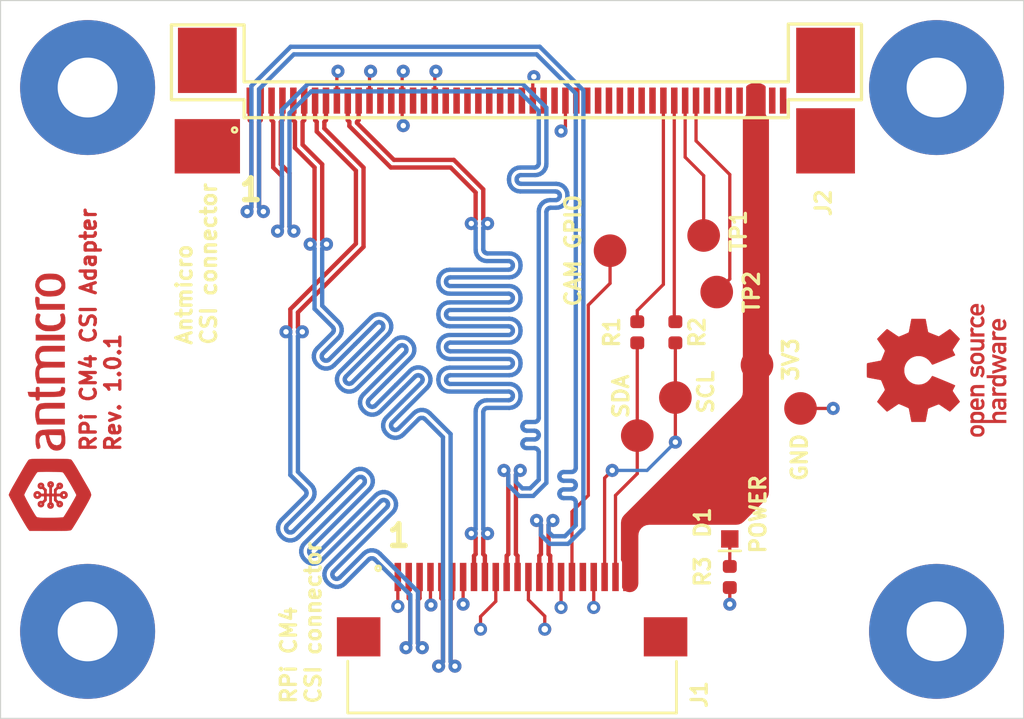
<source format=kicad_pcb>
(kicad_pcb (version 20171130) (host pcbnew 5.1.9+dfsg1-1~bpo10+1)
  (layers (0 F.Cu signal) (1 In1.Cu signal hide) (2 In2.Cu signal hide) (31 B.Cu signal) (34 B.Paste user hide) (35 F.Paste user hide) (36 B.SilkS user hide) (37 F.SilkS user) (38 B.Mask user hide) (39 F.Mask user) (44 Edge.Cuts user))
  (net 0 "")
  (net 1 GND)
  (net 2 /CAM1_D0_N)
  (net 3 /CAM1_D0_P)
  (net 4 /CAM1_D1_N)
  (net 5 /CAM1_D1_P)
  (net 6 /CAM1_C_N)
  (net 7 /CAM1_C_P)
  (net 8 /CAM1_D2_N)
  (net 9 /CAM1_D2_P)
  (net 10 /CAM1_D3_N)
  (net 11 /CAM1_D3_P)
  (net 12 /RPI_SCL0)
  (net 13 /RPI_SDA0)
  (net 14 VCC_3V3)
  (net 15 /SDA1)
  (net 16 /SCL1)
  (net 17 /SDA2)
  (net 18 /SCL2)
  (net 19 /CAM_GPIO)
  (net 20 "Net-(D1-Pad2)")
  (module rpi-cm4-csi-adapter-footprints:WE_68715014522 (layer F.Cu) (at 186.2 57)
    (fp_text reference J2 (at 14.1 5.3 90) (layer F.SilkS) (effects (font (size 0.7 0.7))))
    (fp_text value WE_68715014522)
    (pad ~ smd rect (at -14.2 2.7) (size 3 2.5) (layers F.Cu F.Paste F.Mask))
    (pad ~ smd rect (at -14.2 -1.25) (size 2.7 3) (layers F.Cu F.Paste F.Mask))
    (pad ~ smd rect (at 14.2 -1.25) (size 2.7 3) (layers F.Cu F.Paste F.Mask))
    (pad ~ smd rect (at 14.2 2.45) (size 2.7 3) (layers F.Cu F.Paste F.Mask))
    (pad 50 smd rect (at 12.25 0.6) (size 0.3 1.2) (layers F.Cu F.Paste F.Mask))
    (pad 49 smd rect (at 11.75 0.6) (size 0.3 1.2) (layers F.Cu F.Paste F.Mask))
    (pad 48 smd rect (at 11.25 0.6) (size 0.3 1.2) (layers F.Cu F.Paste F.Mask) (net 14 VCC_3V3))
    (pad 47 smd rect (at 10.75 0.6) (size 0.3 1.2) (layers F.Cu F.Paste F.Mask) (net 14 VCC_3V3))
    (pad 46 smd rect (at 10.25 0.6) (size 0.3 1.2) (layers F.Cu F.Paste F.Mask))
    (pad 45 smd rect (at 9.75 0.6) (size 0.3 1.2) (layers F.Cu F.Paste F.Mask))
    (pad 44 smd rect (at 9.25 0.6) (size 0.3 1.2) (layers F.Cu F.Paste F.Mask))
    (pad 43 smd rect (at 8.75 0.6) (size 0.3 1.2) (layers F.Cu F.Paste F.Mask))
    (pad 42 smd rect (at 8.25 0.6) (size 0.3 1.2) (layers F.Cu F.Paste F.Mask) (net 18 /SCL2))
    (pad 41 smd rect (at 7.75 0.6) (size 0.3 1.2) (layers F.Cu F.Paste F.Mask) (net 17 /SDA2))
    (pad 40 smd rect (at 7.25 0.6) (size 0.3 1.2) (layers F.Cu F.Paste F.Mask) (net 16 /SCL1))
    (pad 39 smd rect (at 6.75 0.6) (size 0.3 1.2) (layers F.Cu F.Paste F.Mask) (net 15 /SDA1))
    (pad 38 smd rect (at 6.25 0.6) (size 0.3 1.2) (layers F.Cu F.Paste F.Mask))
    (pad 37 smd rect (at 5.75 0.6) (size 0.3 1.2) (layers F.Cu F.Paste F.Mask))
    (pad 36 smd rect (at 5.25 0.6) (size 0.3 1.2) (layers F.Cu F.Paste F.Mask))
    (pad 35 smd rect (at 4.75 0.6) (size 0.3 1.2) (layers F.Cu F.Paste F.Mask))
    (pad 34 smd rect (at 4.25 0.6) (size 0.3 1.2) (layers F.Cu F.Paste F.Mask))
    (pad 33 smd rect (at 3.75 0.6) (size 0.3 1.2) (layers F.Cu F.Paste F.Mask))
    (pad 32 smd rect (at 3.25 0.6) (size 0.3 1.2) (layers F.Cu F.Paste F.Mask))
    (pad 31 smd rect (at 2.75 0.6) (size 0.3 1.2) (layers F.Cu F.Paste F.Mask))
    (pad 30 smd rect (at 2.25 0.6) (size 0.3 1.2) (layers F.Cu F.Paste F.Mask) (net 1 GND))
    (pad 29 smd rect (at 1.75 0.6) (size 0.3 1.2) (layers F.Cu F.Paste F.Mask))
    (pad 28 smd rect (at 1.25 0.6) (size 0.3 1.2) (layers F.Cu F.Paste F.Mask))
    (pad 27 smd rect (at 0.75 0.6) (size 0.3 1.2) (layers F.Cu F.Paste F.Mask) (net 1 GND))
    (pad 26 smd rect (at 0.25 0.6) (size 0.3 1.2) (layers F.Cu F.Paste F.Mask))
    (pad 25 smd rect (at -0.25 0.6) (size 0.3 1.2) (layers F.Cu F.Paste F.Mask))
    (pad 24 smd rect (at -0.75 0.6) (size 0.3 1.2) (layers F.Cu F.Paste F.Mask))
    (pad 23 smd rect (at -1.25 0.6) (size 0.3 1.2) (layers F.Cu F.Paste F.Mask))
    (pad 22 smd rect (at -1.75 0.6) (size 0.3 1.2) (layers F.Cu F.Paste F.Mask))
    (pad 21 smd rect (at -2.25 0.6) (size 0.3 1.2) (layers F.Cu F.Paste F.Mask))
    (pad 20 smd rect (at -2.75 0.6) (size 0.3 1.2) (layers F.Cu F.Paste F.Mask))
    (pad 19 smd rect (at -3.25 0.6) (size 0.3 1.2) (layers F.Cu F.Paste F.Mask))
    (pad 18 smd rect (at -3.75 0.6) (size 0.3 1.2) (layers F.Cu F.Paste F.Mask) (net 1 GND))
    (pad 17 smd rect (at -4.25 0.6) (size 0.3 1.2) (layers F.Cu F.Paste F.Mask))
    (pad 16 smd rect (at -4.75 0.6) (size 0.3 1.2) (layers F.Cu F.Paste F.Mask))
    (pad 15 smd rect (at -5.25 0.6) (size 0.3 1.2) (layers F.Cu F.Paste F.Mask) (net 1 GND))
    (pad 14 smd rect (at -5.75 0.6) (size 0.3 1.2) (layers F.Cu F.Paste F.Mask))
    (pad 13 smd rect (at -6.25 0.6) (size 0.3 1.2) (layers F.Cu F.Paste F.Mask))
    (pad 12 smd rect (at -6.75 0.6) (size 0.3 1.2) (layers F.Cu F.Paste F.Mask) (net 1 GND))
    (pad 11 smd rect (at -7.25 0.6) (size 0.3 1.2) (layers F.Cu F.Paste F.Mask) (net 7 /CAM1_C_P))
    (pad 10 smd rect (at -7.75 0.6) (size 0.3 1.2) (layers F.Cu F.Paste F.Mask) (net 6 /CAM1_C_N))
    (pad 9 smd rect (at -8.25 0.6) (size 0.3 1.2) (layers F.Cu F.Paste F.Mask) (net 1 GND))
    (pad 8 smd rect (at -8.75 0.6) (size 0.3 1.2) (layers F.Cu F.Paste F.Mask) (net 3 /CAM1_D0_P))
    (pad 7 smd rect (at -9.25 0.6) (size 0.3 1.2) (layers F.Cu F.Paste F.Mask) (net 2 /CAM1_D0_N))
    (pad 6 smd rect (at -9.75 0.6) (size 0.3 1.2) (layers F.Cu F.Paste F.Mask) (net 5 /CAM1_D1_P))
    (pad 5 smd rect (at -10.25 0.6) (size 0.3 1.2) (layers F.Cu F.Paste F.Mask) (net 4 /CAM1_D1_N))
    (pad 4 smd rect (at -10.75 0.6) (size 0.3 1.2) (layers F.Cu F.Paste F.Mask) (net 9 /CAM1_D2_P))
    (pad 3 smd rect (at -11.25 0.6) (size 0.3 1.2) (layers F.Cu F.Paste F.Mask) (net 8 /CAM1_D2_N))
    (pad 2 smd rect (at -11.75 0.6) (size 0.3 1.2) (layers F.Cu F.Paste F.Mask) (net 11 /CAM1_D3_P))
    (pad 1 smd rect (at -12.25 0.6) (size 0.3 1.2) (layers F.Cu F.Paste F.Mask) (net 10 /CAM1_D3_N))
  )
  (module rpi-cm4-csi-adapter-footprints:687122149022 (layer F.Cu) (at 186 79.5)
    (fp_text reference J1 (at 8.6 5.4 270) (layer F.SilkS) (effects (font (size 0.7 0.7))))
    (fp_text value 687122149022)
    (pad 1 smd rect (at -5.25 0) (size 0.3 1.3) (layers F.Cu F.Paste F.Mask) (net 1 GND))
    (pad 2 smd rect (at -4.75 0) (size 0.3 1.3) (layers F.Cu F.Paste F.Mask) (net 2 /CAM1_D0_N))
    (pad 3 smd rect (at -4.25 0) (size 0.3 1.3) (layers F.Cu F.Paste F.Mask) (net 3 /CAM1_D0_P))
    (pad 4 smd rect (at -3.75 0) (size 0.3 1.3) (layers F.Cu F.Paste F.Mask) (net 1 GND))
    (pad 5 smd rect (at -3.25 0) (size 0.3 1.3) (layers F.Cu F.Paste F.Mask) (net 4 /CAM1_D1_N))
    (pad 6 smd rect (at -2.75 0) (size 0.3 1.3) (layers F.Cu F.Paste F.Mask) (net 5 /CAM1_D1_P))
    (pad 7 smd rect (at -2.25 0) (size 0.3 1.3) (layers F.Cu F.Paste F.Mask) (net 1 GND))
    (pad 8 smd rect (at -1.75 0) (size 0.3 1.3) (layers F.Cu F.Paste F.Mask) (net 6 /CAM1_C_N))
    (pad 9 smd rect (at -1.25 0) (size 0.3 1.3) (layers F.Cu F.Paste F.Mask) (net 7 /CAM1_C_P))
    (pad 10 smd rect (at -0.75 0) (size 0.3 1.3) (layers F.Cu F.Paste F.Mask) (net 1 GND))
    (pad 11 smd rect (at -0.25 0) (size 0.3 1.3) (layers F.Cu F.Paste F.Mask) (net 8 /CAM1_D2_N))
    (pad 12 smd rect (at 0.25 0) (size 0.3 1.3) (layers F.Cu F.Paste F.Mask) (net 9 /CAM1_D2_P))
    (pad 13 smd rect (at 0.75 0) (size 0.3 1.3) (layers F.Cu F.Paste F.Mask) (net 1 GND))
    (pad 14 smd rect (at 1.25 0) (size 0.3 1.3) (layers F.Cu F.Paste F.Mask) (net 10 /CAM1_D3_N))
    (pad 15 smd rect (at 1.75 0) (size 0.3 1.3) (layers F.Cu F.Paste F.Mask) (net 11 /CAM1_D3_P))
    (pad 16 smd rect (at 2.25 0) (size 0.3 1.3) (layers F.Cu F.Paste F.Mask) (net 1 GND))
    (pad 17 smd rect (at 2.75 0) (size 0.3 1.3) (layers F.Cu F.Paste F.Mask) (net 19 /CAM_GPIO))
    (pad 18 smd rect (at 3.25 0) (size 0.3 1.3) (layers F.Cu F.Paste F.Mask))
    (pad 19 smd rect (at 3.75 0) (size 0.3 1.3) (layers F.Cu F.Paste F.Mask) (net 1 GND))
    (pad 20 smd rect (at 4.25 0) (size 0.3 1.3) (layers F.Cu F.Paste F.Mask) (net 12 /RPI_SCL0))
    (pad 21 smd rect (at 4.75 0) (size 0.3 1.3) (layers F.Cu F.Paste F.Mask) (net 13 /RPI_SDA0))
    (pad 22 smd rect (at 5.25 0) (size 0.3 1.3) (layers F.Cu F.Paste F.Mask) (net 14 VCC_3V3))
    (pad Z2 smd rect (at 7.05 2.75) (size 2 1.8) (layers F.Cu F.Paste F.Mask))
    (pad Z1 smd rect (at -7.05 2.75) (size 2 1.8) (layers F.Cu F.Paste F.Mask))
  )
  (module rpi-cm4-csi-adapter-footprints:TP-R-1.5 (layer F.Cu) (at 190.5 64.5)
    (fp_text reference TP7 hide)
    (fp_text value TP hide)
    (pad 1 smd circle (at 0 0 270) (size 1.5 1.5) (layers F.Cu F.Mask) (net 19 /CAM_GPIO))
  )
  (module rpi-cm4-csi-adapter-footprints:0402-res (layer F.Cu) (at 196 79.5 270)
    (fp_text reference R3 (at -0.25 1.25 90) (layer F.SilkS) (effects (font (size 0.7 0.7))))
    (fp_text value R_330R_0402)
    (pad 2 smd roundrect (at 0.485 0 270) (size 0.59 0.64) (layers F.Cu F.Paste F.Mask) (net 1 GND))
    (pad 1 smd roundrect (at -0.485 0 270) (size 0.59 0.64) (layers F.Cu F.Paste F.Mask) (net 20 "Net-(D1-Pad2)"))
  )
  (module rpi-cm4-csi-adapter-footprints:LED_0603 (layer F.Cu) (at 196 77 90)
    (fp_text reference D1 (at 0 -1.25 90) (layer F.SilkS) (effects (font (size 0.7 0.7))))
    (fp_text value KP-1608CGCK)
    (pad 1 smd rect (at 0.75 0 90) (size 0.8 0.8) (layers F.Cu F.Paste F.Mask) (net 14 VCC_3V3))
    (pad 2 smd rect (at -0.75 0 90) (size 0.8 0.8) (layers F.Cu F.Paste F.Mask) (net 20 "Net-(D1-Pad2)"))
  )
  (module rpi-cm4-csi-adapter-footprints:TP-R-1.5 (layer F.Cu) (at 197.25 69.75)
    (fp_text reference TP6 hide)
    (fp_text value TP hide)
    (pad 1 smd circle (at 0 0 270) (size 1.5 1.5) (layers F.Cu F.Mask) (net 14 VCC_3V3))
  )
  (module rpi-cm4-csi-adapter-footprints:TP-R-1.5 (layer F.Cu) (at 199.25 71.75)
    (fp_text reference TP5 hide)
    (fp_text value TP hide)
    (pad 1 smd circle (at 0 0 270) (size 1.5 1.5) (layers F.Cu F.Mask) (net 1 GND))
  )
  (module rpi-cm4-csi-adapter-footprints:TP-R-1.5 (layer F.Cu) (at 195.4 66.4)
    (fp_text reference TP4 hide)
    (fp_text value TP hide)
    (pad 1 smd circle (at 0 0 270) (size 1.5 1.5) (layers F.Cu F.Mask) (net 18 /SCL2))
  )
  (module rpi-cm4-csi-adapter-footprints:TP-R-1.5 (layer F.Cu) (at 194.8 63.8)
    (fp_text reference TP3 hide)
    (fp_text value TP hide)
    (pad 1 smd circle (at 0 0 270) (size 1.5 1.5) (layers F.Cu F.Mask) (net 17 /SDA2))
  )
  (module rpi-cm4-csi-adapter-footprints:TP-R-1.5 (layer F.Cu) (at 193.5 71.25)
    (fp_text reference TP2 hide)
    (fp_text value TP hide)
    (pad 1 smd circle (at 0 0 270) (size 1.5 1.5) (layers F.Cu F.Mask) (net 12 /RPI_SCL0))
  )
  (module rpi-cm4-csi-adapter-footprints:TP-R-1.5 (layer F.Cu) (at 191.75 73)
    (fp_text reference TP1 hide)
    (fp_text value TP hide)
    (pad 1 smd circle (at 0 0 270) (size 1.5 1.5) (layers F.Cu F.Mask) (net 13 /RPI_SDA0))
  )
  (module rpi-cm4-csi-adapter-footprints:0402-res (layer F.Cu) (at 193.5 68.25 90)
    (fp_text reference R2 (at 0 1 90) (layer F.SilkS) (effects (font (size 0.7 0.7))))
    (fp_text value R_0R_0402)
    (pad 2 smd roundrect (at 0.485 0 90) (size 0.59 0.64) (layers F.Cu F.Paste F.Mask) (net 16 /SCL1))
    (pad 1 smd roundrect (at -0.485 0 90) (size 0.59 0.64) (layers F.Cu F.Paste F.Mask) (net 12 /RPI_SCL0))
  )
  (module rpi-cm4-csi-adapter-footprints:0402-res (layer F.Cu) (at 191.75 68.25 90)
    (fp_text reference R1 (at 0 -1.17 90) (layer F.SilkS) (effects (font (size 0.7 0.7))))
    (fp_text value R_0R_0402)
    (pad 2 smd roundrect (at 0.485 0 90) (size 0.59 0.64) (layers F.Cu F.Paste F.Mask) (net 15 /SDA1))
    (pad 1 smd roundrect (at -0.485 0 90) (size 0.59 0.64) (layers F.Cu F.Paste F.Mask) (net 13 /RPI_SDA0))
  )
  (module rpi-cm4-csi-adapter-footprints:antmicro-logo_scaled_12mm (layer F.Cu) (at 164.8 71.5 90)
    (fp_text reference N1 hide)
    (fp_text value antmicro_logo hide)
    (fp_poly (pts (xy -1.577696 -0.688754) (xy -1.493207 -0.678657) (xy -1.432992 -0.658113) (xy -1.392014 -0.632462) (xy -1.3372 -0.587142) (xy -1.295877 -0.537593) (xy -1.265958 -0.475177) (xy -1.245357 -0.391259) (xy -1.231988 -0.277203) (xy -1.223765 -0.124373) (xy -1.218601 0.075868) (xy -1.218406 0.086187) (xy -1.209146 0.581597) (xy -1.288962 0.619849) (xy -1.353281 0.638498) (xy -1.455591 0.655069) (xy -1.577444 0.666828) (xy -1.622778 0.669366) (xy -1.757258 0.672808) (xy -1.851446 0.667761) (xy -1.921094 0.65244) (xy -1.97355 0.629593) (xy -2.091262 0.544579) (xy -2.160708 0.435378) (xy -2.186757 0.293754) (xy -2.186889 0.286454) (xy -1.947334 0.286454) (xy -1.925601 0.392586) (xy -1.860236 0.463286) (xy -1.75099 0.498726) (xy -1.638553 0.502192) (xy -1.481667 0.493889) (xy -1.465643 -0.079097) (xy -1.582453 -0.052851) (xy -1.747416 -0.000113) (xy -1.861591 0.073699) (xy -1.927401 0.170842) (xy -1.947334 0.286454) (xy -2.186889 0.286454) (xy -2.187223 0.268111) (xy -2.163888 0.121675) (xy -2.093127 0.001607) (xy -1.973807 -0.093071) (xy -1.804794 -0.163337) (xy -1.643945 -0.200745) (xy -1.547505 -0.219802) (xy -1.494388 -0.238691) (xy -1.471956 -0.264609) (xy -1.467556 -0.301204) (xy -1.490405 -0.406882) (xy -1.555638 -0.479549) (xy -1.658282 -0.516908) (xy -1.793363 -0.516664) (xy -1.890889 -0.496711) (xy -1.980644 -0.474259) (xy -2.032751 -0.468939) (xy -2.063457 -0.481101) (xy -2.081389 -0.500822) (xy -2.110822 -0.554454) (xy -2.116667 -0.580526) (xy -2.090035 -0.620755) (xy -2.016144 -0.654078) (xy -1.903999 -0.678082) (xy -1.762605 -0.690357) (xy -1.702459 -0.691444) (xy -1.577696 -0.688754)) (layer F.Cu) (width 0.01))
    (fp_poly (pts (xy -0.340227 -0.689303) (xy -0.207612 -0.651219) (xy -0.206483 -0.650709) (xy -0.140818 -0.617364) (xy -0.090709 -0.579519) (xy -0.05407 -0.529485) (xy -0.028821 -0.459572) (xy -0.012876 -0.36209) (xy -0.004153 -0.229348) (xy -0.000569 -0.053658) (xy 0 0.111487) (xy 0 0.649111) (xy -0.254 0.649111) (xy -0.254 0.13328) (xy -0.255038 -0.069941) (xy -0.259423 -0.224087) (xy -0.269061 -0.336511) (xy -0.285858 -0.414566) (xy -0.311722 -0.465604) (xy -0.348557 -0.496976) (xy -0.398272 -0.516035) (xy -0.423982 -0.522253) (xy -0.509951 -0.529878) (xy -0.608658 -0.523978) (xy -0.621502 -0.522007) (xy -0.733778 -0.503039) (xy -0.733778 0.649111) (xy -0.987778 0.649111) (xy -0.987778 -0.618702) (xy -0.841545 -0.662129) (xy -0.67766 -0.695126) (xy -0.503732 -0.704062) (xy -0.340227 -0.689303)) (layer F.Cu) (width 0.01))
    (fp_poly (pts (xy 0.508 -0.677333) (xy 0.620889 -0.677333) (xy 0.693274 -0.67399) (xy 0.725452 -0.655872) (xy 0.733599 -0.610847) (xy 0.733777 -0.592667) (xy 0.729319 -0.538378) (xy 0.705162 -0.514244) (xy 0.645129 -0.508134) (xy 0.620889 -0.508) (xy 0.508 -0.508) (xy 0.508 -0.076835) (xy 0.510008 0.11636) (xy 0.517341 0.260103) (xy 0.531963 0.361286) (xy 0.555838 0.4268) (xy 0.59093 0.46354) (xy 0.639204 0.478395) (xy 0.66661 0.479778) (xy 0.714622 0.486606) (xy 0.73072 0.518429) (xy 0.72851 0.5715) (xy 0.716201 0.633977) (xy 0.683246 0.661231) (xy 0.620889 0.669864) (xy 0.524586 0.663176) (xy 0.43676 0.638627) (xy 0.38477 0.609991) (xy 0.345766 0.571313) (xy 0.31794 0.51477) (xy 0.299482 0.432542) (xy 0.288583 0.316807) (xy 0.283435 0.159744) (xy 0.282222 -0.02955) (xy 0.282222 -0.508) (xy 0.197555 -0.508) (xy 0.137586 -0.514993) (xy 0.115482 -0.54798) (xy 0.112889 -0.592667) (xy 0.119882 -0.652636) (xy 0.152868 -0.674739) (xy 0.197555 -0.677333) (xy 0.24615 -0.679991) (xy 0.271326 -0.697275) (xy 0.280782 -0.743155) (xy 0.282222 -0.83089) (xy 0.284167 -0.925112) (xy 0.297034 -0.978482) (xy 0.33137 -1.00659) (xy 0.397724 -1.025026) (xy 0.416277 -1.029035) (xy 0.508 -1.048707) (xy 0.508 -0.677333)) (layer F.Cu) (width 0.01))
    (fp_poly (pts (xy 5.591141 -0.679311) (xy 5.731863 -0.604481) (xy 5.841149 -0.486919) (xy 5.869459 -0.438198) (xy 5.903374 -0.36428) (xy 5.924598 -0.293484) (xy 5.935972 -0.208945) (xy 5.940335 -0.0938) (xy 5.940777 -0.014864) (xy 5.938712 0.125966) (xy 5.930755 0.227142) (xy 5.914267 0.30536) (xy 5.886607 0.377317) (xy 5.874855 0.40197) (xy 5.794645 0.529683) (xy 5.696462 0.612327) (xy 5.568258 0.657491) (xy 5.44752 0.671221) (xy 5.333548 0.672614) (xy 5.253224 0.660389) (xy 5.184565 0.630467) (xy 5.165165 0.618819) (xy 5.058082 0.53802) (xy 4.982341 0.444148) (xy 4.933532 0.326712) (xy 4.907244 0.17522) (xy 4.900558 0.019935) (xy 5.141081 0.019935) (xy 5.15797 0.168099) (xy 5.191184 0.300399) (xy 5.239236 0.403646) (xy 5.299343 0.463961) (xy 5.381476 0.499789) (xy 5.449399 0.500075) (xy 5.528981 0.466998) (xy 5.597047 0.4146) (xy 5.644127 0.334264) (xy 5.67273 0.218102) (xy 5.685365 0.058229) (xy 5.686511 -0.028222) (xy 5.679675 -0.203119) (xy 5.657418 -0.331393) (xy 5.61652 -0.421531) (xy 5.553759 -0.482019) (xy 5.504664 -0.507449) (xy 5.397851 -0.524036) (xy 5.297377 -0.490515) (xy 5.21772 -0.41263) (xy 5.203244 -0.387848) (xy 5.16223 -0.271227) (xy 5.142005 -0.130903) (xy 5.141081 0.019935) (xy 4.900558 0.019935) (xy 4.899091 -0.014111) (xy 4.900506 -0.154521) (xy 4.907812 -0.254074) (xy 4.923313 -0.328246) (xy 4.949314 -0.39251) (xy 4.957928 -0.409222) (xy 5.057612 -0.554896) (xy 5.177159 -0.649729) (xy 5.322827 -0.697662) (xy 5.428635 -0.705555) (xy 5.591141 -0.679311)) (layer F.Cu) (width 0.01))
    (fp_poly (pts (xy 3.132666 0.649111) (xy 2.878666 0.649111) (xy 2.878666 -0.677333) (xy 3.132666 -0.677333) (xy 3.132666 0.649111)) (layer F.Cu) (width 0.01))
    (fp_poly (pts (xy 4.835914 -0.69823) (xy 4.878346 -0.680086) (xy 4.882059 -0.670278) (xy 4.866102 -0.569606) (xy 4.820972 -0.517228) (xy 4.772866 -0.509256) (xy 4.684098 -0.511828) (xy 4.621389 -0.51099) (xy 4.543777 -0.508) (xy 4.543777 0.649111) (xy 4.289777 0.649111) (xy 4.289777 -0.618702) (xy 4.436011 -0.662129) (xy 4.543389 -0.686961) (xy 4.654874 -0.70142) (xy 4.756903 -0.705259) (xy 4.835914 -0.69823)) (layer F.Cu) (width 0.01))
    (fp_poly (pts (xy -4.17787 -1.905427) (xy -4.092222 -1.868021) (xy -3.981161 -1.812363) (xy -3.856136 -1.743923) (xy -3.836779 -1.732832) (xy -3.694043 -1.650762) (xy -3.520649 -1.551402) (xy -3.335043 -1.445304) (xy -3.155669 -1.343018) (xy -3.090334 -1.30584) (xy -2.947448 -1.223019) (xy -2.819188 -1.145726) (xy -2.714824 -1.07978) (xy -2.643631 -1.031001) (xy -2.617611 -1.009215) (xy -2.603989 -0.989684) (xy -2.593108 -0.961263) (xy -2.584665 -0.91795) (xy -2.578357 -0.853741) (xy -2.57388 -0.762634) (xy -2.570931 -0.638626) (xy -2.569208 -0.475713) (xy -2.568406 -0.267894) (xy -2.568223 -0.031375) (xy -2.568605 0.229681) (xy -2.569911 0.439939) (xy -2.572376 0.60504) (xy -2.576235 0.730624) (xy -2.581726 0.822335) (xy -2.589083 0.885812) (xy -2.598544 0.926698) (xy -2.609249 0.949125) (xy -2.64591 0.980967) (xy -2.723573 1.034772) (xy -2.833847 1.105192) (xy -2.968338 1.186878) (xy -3.118653 1.27448) (xy -3.128981 1.280371) (xy -3.300011 1.378099) (xy -3.47522 1.478753) (xy -3.640617 1.57426) (xy -3.782207 1.656542) (xy -3.869672 1.707855) (xy -4.010736 1.787011) (xy -4.116375 1.835772) (xy -4.195956 1.858086) (xy -4.231884 1.86052) (xy -4.275517 1.852474) (xy -4.340529 1.828186) (xy -4.431636 1.785216) (xy -4.553556 1.721123) (xy -4.711003 1.633469) (xy -4.908693 1.519811) (xy -5.051778 1.436247) (xy -5.236823 1.326981) (xy -5.407894 1.224584) (xy -5.558358 1.133135) (xy -5.681582 1.056714) (xy -5.770933 0.999398) (xy -5.81978 0.965268) (xy -5.824965 0.960756) (xy -5.839533 0.943437) (xy -5.851188 0.919668) (xy -5.86025 0.883482) (xy -5.867037 0.828913) (xy -5.871867 0.749995) (xy -5.875059 0.64076) (xy -5.876932 0.495241) (xy -5.877804 0.307474) (xy -5.877993 0.07149) (xy -5.877954 -0.030904) (xy -5.277124 -0.030904) (xy -5.275991 0.145967) (xy -5.273079 0.304467) (xy -5.268706 0.435614) (xy -5.263192 0.530426) (xy -5.256857 0.579923) (xy -5.255257 0.584049) (xy -5.224268 0.609296) (xy -5.153224 0.656619) (xy -5.051358 0.720587) (xy -4.927906 0.795773) (xy -4.792102 0.876747) (xy -4.653181 0.958079) (xy -4.520376 1.034341) (xy -4.402923 1.100103) (xy -4.310055 1.149937) (xy -4.251007 1.178413) (xy -4.236507 1.182994) (xy -4.201073 1.170074) (xy -4.125096 1.132675) (xy -4.016603 1.075076) (xy -3.88362 1.001557) (xy -3.734172 0.916397) (xy -3.707031 0.900678) (xy -3.555569 0.811012) (xy -3.420276 0.727633) (xy -3.30909 0.6557) (xy -3.22995 0.600373) (xy -3.190793 0.56681) (xy -3.188802 0.563866) (xy -3.180643 0.521122) (xy -3.173737 0.432885) (xy -3.168187 0.310098) (xy -3.164098 0.163701) (xy -3.161571 0.004635) (xy -3.160711 -0.156159) (xy -3.161621 -0.307739) (xy -3.164404 -0.439165) (xy -3.169163 -0.539496) (xy -3.176003 -0.597791) (xy -3.177773 -0.603827) (xy -3.207476 -0.632681) (xy -3.277844 -0.682757) (xy -3.379729 -0.748734) (xy -3.503981 -0.825294) (xy -3.64145 -0.907117) (xy -3.782988 -0.988883) (xy -3.919444 -1.065272) (xy -4.041671 -1.130966) (xy -4.140517 -1.180643) (xy -4.206835 -1.208986) (xy -4.226458 -1.213555) (xy -4.266594 -1.199952) (xy -4.345619 -1.162689) (xy -4.453986 -1.10709) (xy -4.582147 -1.038475) (xy -4.720555 -0.962168) (xy -4.859663 -0.88349) (xy -4.989924 -0.807764) (xy -5.10179 -0.740311) (xy -5.185715 -0.686455) (xy -5.228167 -0.655153) (xy -5.244926 -0.635461) (xy -5.257433 -0.604544) (xy -5.266284 -0.554773) (xy -5.27208 -0.478522) (xy -5.275417 -0.368164) (xy -5.276895 -0.216073) (xy -5.277124 -0.030904) (xy -5.877954 -0.030904) (xy -5.877953 -0.031773) (xy -5.87742 -0.970938) (xy -5.810321 -1.024531) (xy -5.753569 -1.064199) (xy -5.658875 -1.124001) (xy -5.533621 -1.199767) (xy -5.38519 -1.287327) (xy -5.220965 -1.382509) (xy -5.048328 -1.481145) (xy -4.874663 -1.579063) (xy -4.707351 -1.672093) (xy -4.553776 -1.756065) (xy -4.421321 -1.826809) (xy -4.317367 -1.880154) (xy -4.249297 -1.911929) (xy -4.226657 -1.919111) (xy -4.17787 -1.905427)) (layer F.Cu) (width 0.01))
    (fp_poly (pts (xy 3.995988 -0.681174) (xy 4.079805 -0.646687) (xy 4.112834 -0.593642) (xy 4.09906 -0.525849) (xy 4.07518 -0.483054) (xy 4.044622 -0.470847) (xy 3.987524 -0.484655) (xy 3.960231 -0.493881) (xy 3.871606 -0.515642) (xy 3.799207 -0.507574) (xy 3.770058 -0.497054) (xy 3.68102 -0.445284) (xy 3.620135 -0.36893) (xy 3.582439 -0.258179) (xy 3.562967 -0.103217) (xy 3.561861 -0.085418) (xy 3.564343 0.106244) (xy 3.59448 0.264104) (xy 3.650464 0.381595) (xy 3.705743 0.437492) (xy 3.791502 0.470756) (xy 3.897763 0.477992) (xy 3.994252 0.45783) (xy 4.008226 0.451197) (xy 4.056432 0.439567) (xy 4.090481 0.47653) (xy 4.091037 0.477564) (xy 4.11827 0.556648) (xy 4.096975 0.610899) (xy 4.031566 0.64635) (xy 3.943436 0.665273) (xy 3.832485 0.67401) (xy 3.724179 0.67187) (xy 3.643985 0.65816) (xy 3.640666 0.65697) (xy 3.51642 0.581751) (xy 3.412512 0.461534) (xy 3.369565 0.383808) (xy 3.334939 0.298151) (xy 3.314349 0.211775) (xy 3.304549 0.1053) (xy 3.302275 -0.017944) (xy 3.304187 -0.148963) (xy 3.312696 -0.242628) (xy 3.331463 -0.317952) (xy 3.364148 -0.393949) (xy 3.381035 -0.427067) (xy 3.472766 -0.564557) (xy 3.582342 -0.651759) (xy 3.71894 -0.69387) (xy 3.859741 -0.698284) (xy 3.995988 -0.681174)) (layer F.Cu) (width 0.01))
    (fp_poly (pts (xy 2.353835 -0.671463) (xy 2.481791 -0.597705) (xy 2.560604 -0.510882) (xy 2.583038 -0.474499) (xy 2.599523 -0.436366) (xy 2.610972 -0.387532) (xy 2.618297 -0.319046) (xy 2.622412 -0.221957) (xy 2.62423 -0.087314) (xy 2.624664 0.093833) (xy 2.624666 0.117063) (xy 2.624666 0.649111) (xy 2.370666 0.649111) (xy 2.370666 0.139256) (xy 2.369211 -0.027774) (xy 2.365173 -0.177613) (xy 2.359041 -0.300155) (xy 2.351304 -0.385295) (xy 2.343523 -0.421318) (xy 2.279654 -0.486314) (xy 2.18576 -0.520222) (xy 2.080005 -0.52134) (xy 1.980554 -0.487966) (xy 1.940277 -0.459094) (xy 1.922818 -0.437862) (xy 1.909978 -0.404854) (xy 1.901068 -0.352033) (xy 1.895399 -0.271364) (xy 1.892283 -0.154812) (xy 1.891032 0.005661) (xy 1.890889 0.117263) (xy 1.890889 0.649111) (xy 1.636889 0.649111) (xy 1.636889 0.13328) (xy 1.635851 -0.069941) (xy 1.631466 -0.224087) (xy 1.621828 -0.336511) (xy 1.605031 -0.414566) (xy 1.579167 -0.465604) (xy 1.542331 -0.496976) (xy 1.492617 -0.516035) (xy 1.466907 -0.522253) (xy 1.380938 -0.529878) (xy 1.282231 -0.523978) (xy 1.269386 -0.522007) (xy 1.157111 -0.503039) (xy 1.157111 0.649111) (xy 0.903111 0.649111) (xy 0.903111 -0.619312) (xy 1.061738 -0.665426) (xy 1.206229 -0.694316) (xy 1.358943 -0.703184) (xy 1.503166 -0.6929) (xy 1.622187 -0.664334) (xy 1.682661 -0.633109) (xy 1.75846 -0.576517) (xy 1.885902 -0.641036) (xy 2.044063 -0.69541) (xy 2.203983 -0.704791) (xy 2.353835 -0.671463)) (layer F.Cu) (width 0.01))
    (fp_circle (center -3.8115 0.42) (end -3.7226 0.42) (layer F.Cu) (width 0.13))
    (fp_line (start -4.002 -0.2404) (end -3.875 -0.3674) (layer F.Cu) (width 0.13))
    (fp_circle (center -4.6497 0.42) (end -4.5608 0.42) (layer F.Cu) (width 0.13))
    (fp_line (start -4.4592 0.2168) (end -4.5862 0.3438) (layer F.Cu) (width 0.13))
    (fp_circle (center -4.6497 -0.4436) (end -4.5608 -0.4436) (layer F.Cu) (width 0.13))
    (fp_line (start -3.8369 0.0009) (end -4.1925 0.0009) (layer F.Cu) (width 0.13))
    (fp_line (start -4.002 0.2168) (end -3.875 0.3438) (layer F.Cu) (width 0.13))
    (fp_line (start -4.4592 -0.2404) (end -4.5862 -0.3674) (layer F.Cu) (width 0.13))
    (fp_circle (center -3.8115 -0.4436) (end -3.7226 -0.4436) (layer F.Cu) (width 0.13))
    (fp_line (start -4.4592 0.2168) (end -4.2306 0.2168) (layer F.Cu) (width 0.13))
    (fp_circle (center -4.2306 0.607712) (end -4.113512 0.607712) (layer F.Cu) (width 0.13))
    (fp_circle (center -4.2306 -0.6087) (end -4.113512 -0.6087) (layer F.Cu) (width 0.13))
    (fp_line (start -4.4592 -0.2404) (end -4.2306 -0.2404) (layer F.Cu) (width 0.13))
    (fp_line (start -4.6243 -0.001888) (end -4.2687 -0.001888) (layer F.Cu) (width 0.13))
    (fp_circle (center -4.7132 -0.001888) (end -4.6243 -0.001888) (layer F.Cu) (width 0.13))
    (fp_line (start -4.2306 -0.491612) (end -4.2306 0.4962) (layer F.Cu) (width 0.13))
    (fp_line (start -4.002 -0.2404) (end -4.2306 -0.2404) (layer F.Cu) (width 0.13))
    (fp_circle (center -3.748 0.0009) (end -3.6591 0.0009) (layer F.Cu) (width 0.13))
    (fp_line (start -4.002 0.2168) (end -4.2306 0.2168) (layer F.Cu) (width 0.13))
  )
  (module rpi-cm4-csi-adapter-footprints:oshw-logo (layer F.Cu) (at 205.5 70 90)
    (fp_text reference N2 hide)
    (fp_text value oshw_logo hide)
    (fp_poly (pts (xy 2.316335 1.557212) (xy 2.365289 1.570473) (xy 2.410751 1.593074) (xy 2.453474 1.625314) (xy 2.46017 1.631447) (xy 2.49174 1.661087) (xy 2.46634 1.684202) (xy 2.448922 1.699811) (xy 2.430578 1.715881) (xy 2.419362 1.72548) (xy 2.397784 1.743644) (xy 2.376891 1.724768) (xy 2.345458 1.701449) (xy 2.312177 1.6874) (xy 2.274771 1.681738) (xy 2.265314 1.681529) (xy 2.226987 1.684284) (xy 2.195173 1.693102) (xy 2.167779 1.708654) (xy 2.159417 1.715321) (xy 2.136139 1.741848) (xy 2.118918 1.776168) (xy 2.107925 1.817791) (xy 2.10333 1.866228) (xy 2.103195 1.876057) (xy 2.106466 1.926873) (xy 2.116378 1.970387) (xy 2.132772 2.006416) (xy 2.155485 2.034777) (xy 2.184359 2.055286) (xy 2.219231 2.067762) (xy 2.259942 2.07202) (xy 2.274746 2.071584) (xy 2.309658 2.066837) (xy 2.339003 2.056237) (xy 2.366399 2.038274) (xy 2.377664 2.028652) (xy 2.386514 2.020784) (xy 2.393644 2.016076) (xy 2.400622 2.015143) (xy 2.409017 2.018601) (xy 2.420398 2.027064) (xy 2.436332 2.041147) (xy 2.45618 2.059427) (xy 2.49174 2.092238) (xy 2.4765 2.108421) (xy 2.449459 2.132681) (xy 2.416295 2.155691) (xy 2.380968 2.174973) (xy 2.350901 2.186995) (xy 2.327792 2.193508) (xy 2.30659 2.197321) (xy 2.283032 2.199001) (xy 2.259067 2.199185) (xy 2.233855 2.198293) (xy 2.209446 2.19628) (xy 2.18957 2.193499) (xy 2.182408 2.191908) (xy 2.133165 2.173457) (xy 2.089862 2.146984) (xy 2.053058 2.112951) (xy 2.023314 2.071823) (xy 2.012481 2.051331) (xy 2.000078 2.023756) (xy 1.991056 1.999224) (xy 1.984909 1.975127) (xy 1.981131 1.948862) (xy 1.979217 1.917822) (xy 1.978661 1.879403) (xy 1.97866 1.87706) (xy 1.979152 1.838223) (xy 1.980972 1.806897) (xy 1.984629 1.780465) (xy 1.990635 1.75631) (xy 1.999502 1.731815) (xy 2.01174 1.704364) (xy 2.012862 1.702) (xy 2.039217 1.657661) (xy 2.072304 1.620785) (xy 2.111698 1.591627) (xy 2.156972 1.57044) (xy 2.207701 1.557477) (xy 2.26314 1.552992) (xy 2.316335 1.557212)) (layer F.Cu) (width 0.01))
    (fp_poly (pts (xy 1.753486 2.563572) (xy 1.768707 2.568733) (xy 1.787505 2.57709) (xy 1.804886 2.586465) (xy 1.818688 2.595495) (xy 1.826747 2.602814) (xy 1.827862 2.606069) (xy 1.824353 2.611108) (xy 1.815883 2.621949) (xy 1.803906 2.636835) (xy 1.789874 2.654006) (xy 1.775241 2.671702) (xy 1.76146 2.688164) (xy 1.749984 2.701633) (xy 1.742265 2.71035) (xy 1.739774 2.71272) (xy 1.735118 2.710443) (xy 1.724283 2.704565) (xy 1.713869 2.69875) (xy 1.697827 2.690793) (xy 1.682779 2.6866) (xy 1.664203 2.685149) (xy 1.65354 2.685118) (xy 1.618721 2.6889) (xy 1.590202 2.699911) (xy 1.56659 2.71874) (xy 1.561969 2.723927) (xy 1.554834 2.732482) (xy 1.548916 2.740357) (xy 1.544095 2.748559) (xy 1.540247 2.758098) (xy 1.537252 2.769982) (xy 1.534987 2.785219) (xy 1.53333 2.80482) (xy 1.53216 2.829791) (xy 1.531355 2.861143) (xy 1.530792 2.899883) (xy 1.53035 2.947021) (xy 1.530026 2.98831) (xy 1.528383 3.2004) (xy 1.468618 3.2004) (xy 1.444925 3.200127) (xy 1.425071 3.199386) (xy 1.41119 3.198291) (xy 1.405466 3.197013) (xy 1.404868 3.191467) (xy 1.404303 3.176638) (xy 1.403781 3.153404) (xy 1.403312 3.122642) (xy 1.402904 3.08523) (xy 1.402568 3.042045) (xy 1.402313 2.993964) (xy 1.402147 2.941865) (xy 1.40208 2.886625) (xy 1.40208 2.5654) (xy 1.52908 2.5654) (xy 1.52908 2.59588) (xy 1.529563 2.611957) (xy 1.530821 2.623001) (xy 1.532274 2.62636) (xy 1.537551 2.623229) (xy 1.547578 2.615217) (xy 1.554951 2.608758) (xy 1.588903 2.584515) (xy 1.627959 2.567458) (xy 1.669893 2.558004) (xy 1.712478 2.55657) (xy 1.753486 2.563572)) (layer F.Cu) (width 0.01))
    (fp_poly (pts (xy 2.148397 2.561629) (xy 2.19364 2.574995) (xy 2.235729 2.595745) (xy 2.27324 2.623342) (xy 2.304746 2.657247) (xy 2.326124 2.691379) (xy 2.338147 2.71812) (xy 2.346812 2.745053) (xy 2.352553 2.774538) (xy 2.355808 2.808934) (xy 2.357012 2.850603) (xy 2.357044 2.85877) (xy 2.35712 2.93116) (xy 1.960257 2.93116) (xy 1.963671 2.95529) (xy 1.973572 2.993731) (xy 1.99125 3.026977) (xy 2.015921 3.053847) (xy 2.03962 3.069675) (xy 2.05744 3.076495) (xy 2.080851 3.080698) (xy 2.10312 3.082417) (xy 2.14444 3.081004) (xy 2.180804 3.0719) (xy 2.214663 3.05437) (xy 2.227798 3.045029) (xy 2.240746 3.03554) (xy 2.250331 3.029238) (xy 2.253671 3.02768) (xy 2.258975 3.030812) (xy 2.269761 3.039101) (xy 2.284106 3.050883) (xy 2.300085 3.064495) (xy 2.315775 3.078276) (xy 2.329252 3.090561) (xy 2.338591 3.099688) (xy 2.34188 3.103919) (xy 2.337925 3.110864) (xy 2.327387 3.121673) (xy 2.312256 3.134757) (xy 2.294522 3.148528) (xy 2.276173 3.161396) (xy 2.2592 3.171774) (xy 2.252695 3.175135) (xy 2.204473 3.192921) (xy 2.152193 3.202882) (xy 2.098569 3.204771) (xy 2.046313 3.198341) (xy 2.032968 3.195193) (xy 1.984723 3.17824) (xy 1.943536 3.154343) (xy 1.909085 3.123164) (xy 1.881044 3.084367) (xy 1.859091 3.037617) (xy 1.847989 3.003009) (xy 1.841966 2.972432) (xy 1.838154 2.934955) (xy 1.836547 2.89359) (xy 1.83714 2.851351) (xy 1.839007 2.82448) (xy 1.960257 2.82448) (xy 2.23012 2.82448) (xy 2.23012 2.813383) (xy 2.225878 2.783861) (xy 2.214259 2.753765) (xy 2.196919 2.725767) (xy 2.175516 2.702542) (xy 2.151707 2.686762) (xy 2.151576 2.686702) (xy 2.12892 2.680129) (xy 2.101125 2.677458) (xy 2.072496 2.678842) (xy 2.051338 2.683134) (xy 2.023979 2.696415) (xy 2.000173 2.71796) (xy 1.981134 2.746148) (xy 1.968075 2.779355) (xy 1.963708 2.80035) (xy 1.960257 2.82448) (xy 1.839007 2.82448) (xy 1.839927 2.811253) (xy 1.844904 2.77631) (xy 1.84841 2.76098) (xy 1.866454 2.708186) (xy 1.889878 2.663759) (xy 1.919102 2.627202) (xy 1.954545 2.598016) (xy 1.996627 2.575701) (xy 2.007997 2.571225) (xy 2.05415 2.559206) (xy 2.101425 2.556187) (xy 2.148397 2.561629)) (layer F.Cu) (width 0.01))
    (fp_poly (pts (xy -2.064497 1.559869) (xy -2.023074 1.576181) (xy -1.985929 1.601008) (xy -1.972866 1.61297) (xy -1.956169 1.630946) (xy -1.942599 1.649027) (xy -1.93185 1.66849) (xy -1.923612 1.690613) (xy -1.917581 1.716673) (xy -1.913447 1.747949) (xy -1.910905 1.785717) (xy -1.909646 1.831256) (xy -1.909356 1.87706) (xy -1.90977 1.930269) (xy -1.911212 1.974614) (xy -1.913983 2.011363) (xy -1.918383 2.041785) (xy -1.924712 2.06715) (xy -1.933272 2.088726) (xy -1.944363 2.107783) (xy -1.958286 2.12559) (xy -1.97155 2.139673) (xy -1.992509 2.157399) (xy -2.01751 2.173865) (xy -2.030777 2.180878) (xy -2.046734 2.188105) (xy -2.059988 2.192797) (xy -2.073565 2.195495) (xy -2.090487 2.196746) (xy -2.113781 2.197091) (xy -2.121021 2.1971) (xy -2.146295 2.196907) (xy -2.16437 2.195972) (xy -2.178202 2.193753) (xy -2.190752 2.189713) (xy -2.204977 2.183311) (xy -2.209921 2.180895) (xy -2.230507 2.169571) (xy -2.250899 2.156448) (xy -2.26441 2.146209) (xy -2.286 2.127728) (xy -2.286 2.627542) (xy -2.26502 2.608587) (xy -2.247687 2.595225) (xy -2.226989 2.582376) (xy -2.216469 2.577011) (xy -2.172828 2.562105) (xy -2.128834 2.556469) (xy -2.085696 2.559573) (xy -2.044621 2.570892) (xy -2.006814 2.589897) (xy -1.973484 2.616062) (xy -1.945836 2.648859) (xy -1.925078 2.687761) (xy -1.918255 2.707292) (xy -1.916285 2.715141) (xy -1.914651 2.724824) (xy -1.913322 2.737291) (xy -1.91227 2.75349) (xy -1.911464 2.774373) (xy -1.910874 2.800887) (xy -1.910471 2.833983) (xy -1.910224 2.87461) (xy -1.910105 2.923718) (xy -1.91008 2.967798) (xy -1.91008 3.200712) (xy -2.03454 3.19786) (xy -2.03708 2.9845) (xy -2.037717 2.9323) (xy -2.038304 2.889263) (xy -2.038901 2.854392) (xy -2.039568 2.826688) (xy -2.040361 2.805155) (xy -2.041341 2.788796) (xy -2.042566 2.776613) (xy -2.044094 2.767609) (xy -2.045984 2.760788) (xy -2.048295 2.755152) (xy -2.050875 2.750095) (xy -2.071267 2.72198) (xy -2.097529 2.701112) (xy -2.127918 2.688039) (xy -2.160694 2.683311) (xy -2.194115 2.687476) (xy -2.219188 2.697085) (xy -2.239019 2.71068) (xy -2.258362 2.729665) (xy -2.273493 2.750162) (xy -2.277451 2.757734) (xy -2.279186 2.765731) (xy -2.280733 2.781784) (xy -2.282106 2.806254) (xy -2.283318 2.8395) (xy -2.284384 2.881884) (xy -2.285316 2.933767) (xy -2.286 2.9845) (xy -2.28854 3.19786) (xy -2.413 3.200712) (xy -2.413 1.87706) (xy -2.286 1.87706) (xy -2.284686 1.926093) (xy -2.280491 1.966272) (xy -2.27304 1.998588) (xy -2.261956 2.024032) (xy -2.246863 2.043598) (xy -2.227383 2.058276) (xy -2.214844 2.064547) (xy -2.193976 2.070117) (xy -2.167758 2.072304) (xy -2.140401 2.071168) (xy -2.116114 2.066767) (xy -2.10566 2.063009) (xy -2.078243 2.044944) (xy -2.057739 2.019537) (xy -2.049127 2.001448) (xy -2.044866 1.984415) (xy -2.041516 1.959591) (xy -2.039125 1.929307) (xy -2.037742 1.895893) (xy -2.037414 1.861683) (xy -2.03819 1.829006) (xy -2.040117 1.800195) (xy -2.043244 1.777581) (xy -2.044409 1.77241) (xy -2.056223 1.738016) (xy -2.072326 1.712468) (xy -2.093645 1.695026) (xy -2.121108 1.684948) (xy -2.155643 1.681493) (xy -2.158228 1.68148) (xy -2.191975 1.68393) (xy -2.21981 1.691708) (xy -2.242149 1.705448) (xy -2.259407 1.72579) (xy -2.272002 1.753368) (xy -2.280349 1.788822) (xy -2.284864 1.832787) (xy -2.286 1.87706) (xy -2.413 1.87706) (xy -2.413 1.55956) (xy -2.286 1.55956) (xy -2.286 1.620849) (xy -2.259099 1.600538) (xy -2.224478 1.577961) (xy -2.189557 1.563135) (xy -2.15375 1.554858) (xy -2.108591 1.55259) (xy -2.064497 1.559869)) (layer F.Cu) (width 0.01))
    (fp_poly (pts (xy 0.605152 1.55859) (xy 0.65183 1.574224) (xy 0.694332 1.598187) (xy 0.728375 1.62705) (xy 0.750706 1.652385) (xy 0.768389 1.678643) (xy 0.781867 1.707325) (xy 0.791586 1.739933) (xy 0.797992 1.777969) (xy 0.801528 1.822932) (xy 0.802639 1.876326) (xy 0.80264 1.877721) (xy 0.801589 1.929907) (xy 0.798306 1.973467) (xy 0.792587 2.009728) (xy 0.784233 2.040019) (xy 0.774699 2.06248) (xy 0.748467 2.10368) (xy 0.71503 2.139098) (xy 0.675906 2.167435) (xy 0.632617 2.18739) (xy 0.626336 2.189432) (xy 0.599934 2.195119) (xy 0.567552 2.198443) (xy 0.532932 2.199337) (xy 0.499816 2.197733) (xy 0.471947 2.193564) (xy 0.466912 2.192301) (xy 0.428976 2.177701) (xy 0.391964 2.155997) (xy 0.359988 2.129693) (xy 0.354116 2.123623) (xy 0.332932 2.098683) (xy 0.31619 2.073827) (xy 0.303427 2.047452) (xy 0.294179 2.017956) (xy 0.287983 1.983738) (xy 0.284376 1.943196) (xy 0.282894 1.894727) (xy 0.282792 1.87706) (xy 0.409691 1.87706) (xy 0.410315 1.918215) (xy 0.412477 1.950942) (xy 0.416612 1.976909) (xy 0.423156 1.997788) (xy 0.432545 2.015249) (xy 0.445214 2.030963) (xy 0.451466 2.037296) (xy 0.471249 2.054021) (xy 0.491005 2.064561) (xy 0.514032 2.070163) (xy 0.54356 2.072071) (xy 0.569085 2.070804) (xy 0.590455 2.065437) (xy 0.60198 2.060562) (xy 0.625074 2.047439) (xy 0.6421 2.031597) (xy 0.656021 2.009961) (xy 0.661421 1.998916) (xy 0.665523 1.989381) (xy 0.668536 1.980016) (xy 0.670627 1.969085) (xy 0.671962 1.95485) (xy 0.672708 1.935575) (xy 0.673032 1.90952) (xy 0.6731 1.87706) (xy 0.673022 1.842993) (xy 0.67268 1.817348) (xy 0.671907 1.798388) (xy 0.670535 1.784376) (xy 0.668399 1.773574) (xy 0.665331 1.764244) (xy 0.661421 1.755203) (xy 0.647913 1.730366) (xy 0.632494 1.71256) (xy 0.6122 1.698711) (xy 0.60198 1.693557) (xy 0.5694 1.68318) (xy 0.535284 1.681068) (xy 0.501941 1.68683) (xy 0.471681 1.700078) (xy 0.447596 1.719564) (xy 0.434375 1.736003) (xy 0.424463 1.753886) (xy 0.417449 1.774917) (xy 0.412923 1.800802) (xy 0.410475 1.833247) (xy 0.409694 1.873955) (xy 0.409691 1.87706) (xy 0.282792 1.87706) (xy 0.283699 1.824348) (xy 0.286825 1.780128) (xy 0.292595 1.742891) (xy 0.301434 1.711128) (xy 0.313767 1.683331) (xy 0.330018 1.657992) (xy 0.350611 1.633602) (xy 0.351636 1.632514) (xy 0.385379 1.601479) (xy 0.42077 1.578891) (xy 0.46029 1.563481) (xy 0.505009 1.554183) (xy 0.555733 1.551754) (xy 0.605152 1.55859)) (layer F.Cu) (width 0.01))
    (fp_poly (pts (xy -0.2286 3.200712) (xy -0.35306 3.19786) (xy -0.354581 3.165803) (xy -0.356101 3.133747) (xy -0.373429 3.148961) (xy -0.410839 3.175477) (xy -0.452457 3.193803) (xy -0.49652 3.20355) (xy -0.541267 3.204334) (xy -0.584933 3.195769) (xy -0.585826 3.195486) (xy -0.620332 3.181195) (xy -0.65082 3.160914) (xy -0.672318 3.141334) (xy -0.68828 3.123924) (xy -0.701249 3.106211) (xy -0.711519 3.086931) (xy -0.719382 3.064822) (xy -0.725132 3.03862) (xy -0.729061 3.007064) (xy -0.731464 2.968888) (xy -0.732631 2.922832) (xy -0.732874 2.88036) (xy -0.60198 2.88036) (xy -0.601917 2.915801) (xy -0.601627 2.942733) (xy -0.600961 2.962806) (xy -0.59977 2.977671) (xy -0.597904 2.988977) (xy -0.595213 2.998375) (xy -0.591547 3.007515) (xy -0.590182 3.010572) (xy -0.57323 3.039292) (xy -0.551743 3.059582) (xy -0.524837 3.071934) (xy -0.491626 3.076844) (xy -0.471891 3.076636) (xy -0.441634 3.072511) (xy -0.417791 3.063319) (xy -0.417351 3.063073) (xy -0.397335 3.048543) (xy -0.381675 3.029355) (xy -0.370029 3.004495) (xy -0.362056 2.972955) (xy -0.357416 2.933722) (xy -0.355768 2.885787) (xy -0.355755 2.88036) (xy -0.357504 2.828359) (xy -0.362989 2.78538) (xy -0.372575 2.75086) (xy -0.386628 2.724236) (xy -0.405513 2.704946) (xy -0.429596 2.692427) (xy -0.459243 2.686114) (xy -0.4826 2.68508) (xy -0.516772 2.687911) (xy -0.543627 2.696486) (xy -0.564849 2.711837) (xy -0.582123 2.734992) (xy -0.590356 2.751005) (xy -0.594298 2.760135) (xy -0.597234 2.769122) (xy -0.599311 2.779603) (xy -0.600677 2.79322) (xy -0.601478 2.81161) (xy -0.601862 2.836414) (xy -0.601977 2.86927) (xy -0.60198 2.88036) (xy -0.732874 2.88036) (xy -0.732495 2.82747) (xy -0.731146 2.783442) (xy -0.728512 2.746998) (xy -0.724275 2.71686) (xy -0.718119 2.691751) (xy -0.709726 2.670393) (xy -0.69878 2.651509) (xy -0.684964 2.633821) (xy -0.667962 2.616052) (xy -0.667147 2.615258) (xy -0.631282 2.587159) (xy -0.591496 2.567896) (xy -0.549134 2.557613) (xy -0.505539 2.556456) (xy -0.462055 2.56457) (xy -0.420026 2.582101) (xy -0.410672 2.587502) (xy -0.393554 2.598644) (xy -0.376933 2.610544) (xy -0.37211 2.614306) (xy -0.3556 2.627662) (xy -0.3556 2.30632) (xy -0.2286 2.30632) (xy -0.2286 3.200712)) (layer F.Cu) (width 0.01))
    (fp_poly (pts (xy -1.493243 1.560181) (xy -1.446576 1.576238) (xy -1.404379 1.600723) (xy -1.367567 1.633232) (xy -1.340184 1.668413) (xy -1.325932 1.692651) (xy -1.315153 1.716946) (xy -1.30733 1.743406) (xy -1.301944 1.774141) (xy -1.298478 1.811262) (xy -1.296801 1.84531) (xy -1.293883 1.92532) (xy -1.69164 1.92532) (xy -1.69164 1.942177) (xy -1.686699 1.977916) (xy -1.672216 2.011015) (xy -1.649093 2.039918) (xy -1.625665 2.059164) (xy -1.600695 2.071629) (xy -1.57156 2.078246) (xy -1.5367 2.079961) (xy -1.496753 2.074691) (xy -1.457624 2.060014) (xy -1.421173 2.036628) (xy -1.420943 2.036444) (xy -1.401705 2.021059) (xy -1.358629 2.05763) (xy -1.341059 2.072707) (xy -1.326479 2.08552) (xy -1.316577 2.094567) (xy -1.313106 2.098159) (xy -1.31503 2.103967) (xy -1.323649 2.113819) (xy -1.337149 2.126214) (xy -1.353713 2.139648) (xy -1.371527 2.152616) (xy -1.388776 2.163617) (xy -1.398403 2.168797) (xy -1.420509 2.178418) (xy -1.444665 2.18724) (xy -1.460298 2.19191) (xy -1.487743 2.196652) (xy -1.52105 2.199007) (xy -1.556591 2.199014) (xy -1.590736 2.196715) (xy -1.619856 2.19215) (xy -1.62814 2.190038) (xy -1.676479 2.171586) (xy -1.717391 2.146372) (xy -1.751261 2.114021) (xy -1.77847 2.074158) (xy -1.799403 2.026407) (xy -1.801521 2.020099) (xy -1.809128 1.989141) (xy -1.81462 1.951129) (xy -1.817878 1.908971) (xy -1.818786 1.865578) (xy -1.817223 1.823856) (xy -1.81504 1.804322) (xy -1.69164 1.804322) (xy -1.69164 1.81864) (xy -1.42748 1.81864) (xy -1.42748 1.80105) (xy -1.431255 1.775727) (xy -1.441415 1.748257) (xy -1.456215 1.722586) (xy -1.468989 1.707206) (xy -1.494972 1.688056) (xy -1.525884 1.676247) (xy -1.559281 1.672129) (xy -1.592722 1.676051) (xy -1.618949 1.685758) (xy -1.645178 1.704415) (xy -1.667011 1.730152) (xy -1.682805 1.760289) (xy -1.690915 1.792144) (xy -1.69164 1.804322) (xy -1.81504 1.804322) (xy -1.813072 1.786715) (xy -1.811399 1.777373) (xy -1.796599 1.724094) (xy -1.7748 1.676953) (xy -1.746559 1.636526) (xy -1.712433 1.603389) (xy -1.672979 1.578116) (xy -1.628753 1.561286) (xy -1.596336 1.554969) (xy -1.543468 1.552956) (xy -1.493243 1.560181)) (layer F.Cu) (width 0.01))
    (fp_poly (pts (xy 1.889278 1.554809) (xy 1.907312 1.559137) (xy 1.927866 1.566178) (xy 1.948412 1.574791) (xy 1.966422 1.583832) (xy 1.979369 1.59216) (xy 1.98452 1.597862) (xy 1.982401 1.604169) (xy 1.974662 1.616441) (xy 1.962437 1.633053) (xy 1.946859 1.652377) (xy 1.945053 1.654523) (xy 1.929127 1.673395) (xy 1.915719 1.689326) (xy 1.906117 1.700786) (xy 1.901605 1.706244) (xy 1.90145 1.706446) (xy 1.89652 1.705478) (xy 1.885263 1.700823) (xy 1.873187 1.695016) (xy 1.840875 1.683578) (xy 1.808074 1.680739) (xy 1.776426 1.685863) (xy 1.747572 1.698319) (xy 1.723156 1.717471) (xy 1.704818 1.742686) (xy 1.696602 1.763168) (xy 1.695437 1.772316) (xy 1.694386 1.790607) (xy 1.693473 1.817026) (xy 1.692719 1.850557) (xy 1.692147 1.890183) (xy 1.69178 1.934891) (xy 1.69164 1.983662) (xy 1.69164 2.19456) (xy 1.55956 2.19456) (xy 1.55956 1.55956) (xy 1.69164 1.55956) (xy 1.69164 1.626089) (xy 1.71069 1.607351) (xy 1.739771 1.585128) (xy 1.775336 1.568051) (xy 1.814687 1.556915) (xy 1.855125 1.552513) (xy 1.889278 1.554809)) (layer F.Cu) (width 0.01))
    (fp_poly (pts (xy 0.063944 -3.200385) (xy 0.118503 -3.200323) (xy 0.164447 -3.200194) (xy 0.202552 -3.199975) (xy 0.23359 -3.199646) (xy 0.258334 -3.199185) (xy 0.277557 -3.198571) (xy 0.292034 -3.197781) (xy 0.302537 -3.196794) (xy 0.309839 -3.195589) (xy 0.314713 -3.194144) (xy 0.317934 -3.192438) (xy 0.31913 -3.191511) (xy 0.321531 -3.188443) (xy 0.324143 -3.18278) (xy 0.327119 -3.173802) (xy 0.330612 -3.160785) (xy 0.334776 -3.14301) (xy 0.339764 -3.119755) (xy 0.345729 -3.090298) (xy 0.352825 -3.053919) (xy 0.361205 -3.009896) (xy 0.371021 -2.957507) (xy 0.382428 -2.896033) (xy 0.385794 -2.87782) (xy 0.395938 -2.823228) (xy 0.405693 -2.771386) (xy 0.41488 -2.723197) (xy 0.423321 -2.679563) (xy 0.430839 -2.641386) (xy 0.437257 -2.609567) (xy 0.442397 -2.585008) (xy 0.44608 -2.568611) (xy 0.44813 -2.561277) (xy 0.448169 -2.561197) (xy 0.456812 -2.549847) (xy 0.464359 -2.543968) (xy 0.476168 -2.538293) (xy 0.495535 -2.529756) (xy 0.521275 -2.518828) (xy 0.5522 -2.505979) (xy 0.587125 -2.491679) (xy 0.624864 -2.476401) (xy 0.664231 -2.460614) (xy 0.704039 -2.44479) (xy 0.743103 -2.429399) (xy 0.780237 -2.414913) (xy 0.814255 -2.401801) (xy 0.84397 -2.390536) (xy 0.868197 -2.381588) (xy 0.885749 -2.375427) (xy 0.89544 -2.372525) (xy 0.896621 -2.37236) (xy 0.911725 -2.37562) (xy 0.931874 -2.385712) (xy 0.948099 -2.396118) (xy 0.962375 -2.405865) (xy 0.983862 -2.420564) (xy 1.011392 -2.439414) (xy 1.0438 -2.461618) (xy 1.079921 -2.486375) (xy 1.118588 -2.512886) (xy 1.158636 -2.540351) (xy 1.198899 -2.567971) (xy 1.238212 -2.594945) (xy 1.275408 -2.620476) (xy 1.309323 -2.643762) (xy 1.338789 -2.664005) (xy 1.362643 -2.680404) (xy 1.377499 -2.690632) (xy 1.39888 -2.70476) (xy 1.418234 -2.716436) (xy 1.433568 -2.724533) (xy 1.44289 -2.727923) (xy 1.443473 -2.72796) (xy 1.448048 -2.725998) (xy 1.456423 -2.719864) (xy 1.468988 -2.709187) (xy 1.486133 -2.693598) (xy 1.508249 -2.672727) (xy 1.535726 -2.646203) (xy 1.568952 -2.613656) (xy 1.60832 -2.574716) (xy 1.654219 -2.529013) (xy 1.675064 -2.508185) (xy 1.721494 -2.46169) (xy 1.761169 -2.421799) (xy 1.794577 -2.387994) (xy 1.822205 -2.359756) (xy 1.844544 -2.336565) (xy 1.862081 -2.317902) (xy 1.875304 -2.303248) (xy 1.884702 -2.292085) (xy 1.890764 -2.283892) (xy 1.893978 -2.278151) (xy 1.89484 -2.274608) (xy 1.892783 -2.268426) (xy 1.886468 -2.256497) (xy 1.875681 -2.238489) (xy 1.860204 -2.214069) (xy 1.839823 -2.182908) (xy 1.814321 -2.144672) (xy 1.783483 -2.099031) (xy 1.747093 -2.045654) (xy 1.721932 -2.008942) (xy 1.690797 -1.963426) (xy 1.661369 -1.920086) (xy 1.63416 -1.879699) (xy 1.609681 -1.843039) (xy 1.588445 -1.810882) (xy 1.570964 -1.784002) (xy 1.557749 -1.763175) (xy 1.549313 -1.749176) (xy 1.546182 -1.742862) (xy 1.547503 -1.734906) (xy 1.552551 -1.718843) (xy 1.560841 -1.695811) (xy 1.571887 -1.666949) (xy 1.585204 -1.633395) (xy 1.600306 -1.596286) (xy 1.616707 -1.556762) (xy 1.633922 -1.515961) (xy 1.651466 -1.47502) (xy 1.668852 -1.435079) (xy 1.685596 -1.397276) (xy 1.701212 -1.362748) (xy 1.715213 -1.332635) (xy 1.727115 -1.308073) (xy 1.736433 -1.290203) (xy 1.742679 -1.280162) (xy 1.74423 -1.278579) (xy 1.751136 -1.276353) (xy 1.767124 -1.2725) (xy 1.791276 -1.267205) (xy 1.822678 -1.260653) (xy 1.860412 -1.25303) (xy 1.903562 -1.244521) (xy 1.951213 -1.235312) (xy 2.002449 -1.225587) (xy 2.049871 -1.216732) (xy 2.103519 -1.206708) (xy 2.1544 -1.197039) (xy 2.201597 -1.18791) (xy 2.244192 -1.179508) (xy 2.281268 -1.172015) (xy 2.311907 -1.165619) (xy 2.335192 -1.160503) (xy 2.350206 -1.156853) (xy 2.35585 -1.155) (xy 2.36728 -1.147846) (xy 2.36728 -0.833366) (xy 2.367286 -0.767725) (xy 2.367267 -0.711501) (xy 2.367161 -0.663952) (xy 2.366909 -0.624334) (xy 2.366449 -0.591904) (xy 2.365722 -0.565921) (xy 2.364667 -0.54564) (xy 2.363225 -0.53032) (xy 2.361334 -0.519217) (xy 2.358935 -0.511589) (xy 2.355967 -0.506692) (xy 2.35237 -0.503785) (xy 2.348083 -0.502124) (xy 2.343047 -0.500966) (xy 2.340254 -0.500349) (xy 2.333285 -0.498959) (xy 2.317277 -0.495903) (xy 2.293181 -0.49136) (xy 2.261948 -0.485506) (xy 2.224532 -0.478519) (xy 2.181883 -0.470578) (xy 2.134954 -0.461861) (xy 2.084695 -0.452545) (xy 2.05486 -0.447023) (xy 2.002929 -0.43734) (xy 1.953639 -0.428002) (xy 1.907963 -0.419201) (xy 1.866875 -0.411134) (xy 1.83135 -0.403994) (xy 1.802361 -0.397977) (xy 1.780882 -0.393277) (xy 1.767889 -0.390088) (xy 1.764705 -0.389046) (xy 1.760956 -0.386972) (xy 1.75723 -0.38377) (xy 1.753169 -0.378649) (xy 1.748415 -0.37082) (xy 1.74261 -0.359493) (xy 1.735397 -0.343878) (xy 1.726417 -0.323185) (xy 1.715314 -0.296625) (xy 1.70173 -0.263408) (xy 1.685306 -0.222743) (xy 1.665686 -0.173842) (xy 1.653877 -0.144336) (xy 1.630562 -0.085801) (xy 1.610997 -0.036121) (xy 1.594996 0.005215) (xy 1.582371 0.038717) (xy 1.572933 0.064898) (xy 1.566496 0.084266) (xy 1.562871 0.097333) (xy 1.56187 0.10461) (xy 1.562 0.105551) (xy 1.565388 0.111936) (xy 1.574031 0.125889) (xy 1.587401 0.146619) (xy 1.604975 0.173337) (xy 1.626227 0.205253) (xy 1.650633 0.241579) (xy 1.677667 0.281524) (xy 1.706803 0.324299) (xy 1.729977 0.358137) (xy 1.768152 0.413904) (xy 1.800714 0.461818) (xy 1.827941 0.502307) (xy 1.85011 0.535798) (xy 1.867497 0.562718) (xy 1.880379 0.583494) (xy 1.889033 0.598554) (xy 1.893736 0.608325) (xy 1.89484 0.612588) (xy 1.893922 0.616557) (xy 1.890832 0.622253) (xy 1.885061 0.630218) (xy 1.876105 0.640996) (xy 1.863454 0.655127) (xy 1.846604 0.673155) (xy 1.825047 0.695622) (xy 1.798275 0.723071) (xy 1.765783 0.756044) (xy 1.727064 0.795083) (xy 1.68275 0.839588) (xy 1.635779 0.88663) (xy 1.595387 0.926909) (xy 1.561043 0.960919) (xy 1.532216 0.989155) (xy 1.508374 1.012112) (xy 1.488986 1.030284) (xy 1.473522 1.044165) (xy 1.461449 1.054249) (xy 1.452238 1.061032) (xy 1.445355 1.065008) (xy 1.440271 1.066671) (xy 1.438662 1.0668) (xy 1.433748 1.064003) (xy 1.421225 1.055952) (xy 1.40185 1.043157) (xy 1.376378 1.026128) (xy 1.345569 1.005374) (xy 1.310179 0.981405) (xy 1.270964 0.954731) (xy 1.228683 0.925862) (xy 1.193409 0.9017) (xy 1.138331 0.864066) (xy 1.089294 0.830866) (xy 1.046624 0.802311) (xy 1.010647 0.778614) (xy 0.981689 0.759987) (xy 0.960074 0.746642) (xy 0.946129 0.738793) (xy 0.940496 0.7366) (xy 0.932745 0.738916) (xy 0.917444 0.745425) (xy 0.895971 0.75547) (xy 0.869703 0.768393) (xy 0.840017 0.783534) (xy 0.816852 0.795678) (xy 0.78146 0.814328) (xy 0.753869 0.828542) (xy 0.732993 0.838799) (xy 0.717741 0.84558) (xy 0.707025 0.849364) (xy 0.699756 0.850631) (xy 0.694845 0.849861) (xy 0.694346 0.849646) (xy 0.691789 0.847003) (xy 0.68781 0.840541) (xy 0.682221 0.82982) (xy 0.674833 0.814402) (xy 0.665456 0.793847) (xy 0.653901 0.767715) (xy 0.639978 0.735567) (xy 0.623499 0.696964) (xy 0.604275 0.651465) (xy 0.582116 0.598633) (xy 0.556833 0.538027) (xy 0.528236 0.469208) (xy 0.496138 0.391736) (xy 0.470538 0.329835) (xy 0.436422 0.24723) (xy 0.406033 0.173511) (xy 0.379179 0.108191) (xy 0.355668 0.050782) (xy 0.335305 0.000798) (xy 0.3179 -0.042249) (xy 0.303259 -0.078847) (xy 0.29119 -0.109481) (xy 0.281501 -0.134641) (xy 0.273999 -0.154812) (xy 0.268491 -0.170483) (xy 0.264785 -0.182141) (xy 0.262689 -0.190272) (xy 0.262009 -0.195365) (xy 0.262258 -0.197341) (xy 0.269083 -0.206689) (xy 0.28309 -0.218993) (xy 0.302403 -0.232613) (xy 0.303284 -0.233178) (xy 0.354604 -0.267199) (xy 0.398237 -0.299052) (xy 0.435974 -0.330235) (xy 0.469604 -0.36225) (xy 0.500915 -0.396596) (xy 0.507555 -0.404476) (xy 0.556525 -0.471165) (xy 0.596596 -0.542724) (xy 0.627623 -0.618872) (xy 0.64306 -0.671436) (xy 0.651969 -0.717327) (xy 0.657688 -0.76932) (xy 0.660084 -0.823826) (xy 0.659023 -0.877258) (xy 0.654369 -0.926029) (xy 0.652948 -0.935191) (xy 0.634715 -1.014408) (xy 0.607448 -1.089799) (xy 0.571708 -1.160711) (xy 0.528055 -1.226489) (xy 0.477052 -1.286477) (xy 0.419258 -1.340023) (xy 0.355234 -1.386471) (xy 0.285542 -1.425166) (xy 0.210741 -1.455455) (xy 0.205721 -1.457115) (xy 0.131625 -1.476209) (xy 0.05431 -1.486599) (xy -0.024292 -1.488286) (xy -0.10225 -1.481267) (xy -0.177633 -1.465543) (xy -0.205053 -1.457334) (xy -0.280029 -1.427634) (xy -0.350279 -1.389313) (xy -0.415124 -1.34305) (xy -0.473884 -1.289523) (xy -0.52588 -1.229412) (xy -0.570432 -1.163395) (xy -0.606859 -1.092152) (xy -0.629075 -1.033762) (xy -0.648169 -0.959666) (xy -0.658559 -0.882351) (xy -0.660246 -0.803749) (xy -0.653227 -0.725791) (xy -0.637503 -0.650408) (xy -0.629294 -0.622988) (xy -0.617143 -0.590042) (xy -0.601413 -0.553622) (xy -0.583768 -0.517201) (xy -0.565874 -0.484247) (xy -0.552233 -0.462322) (xy -0.508942 -0.406018) (xy -0.456606 -0.351057) (xy -0.396337 -0.298447) (xy -0.329243 -0.249196) (xy -0.288402 -0.223029) (xy -0.272408 -0.211214) (xy -0.262765 -0.19972) (xy -0.26129 -0.196072) (xy -0.262675 -0.189338) (xy -0.267727 -0.174022) (xy -0.276143 -0.150863) (xy -0.287615 -0.120599) (xy -0.301839 -0.083968) (xy -0.318508 -0.041709) (xy -0.337316 0.00544) (xy -0.357959 0.05674) (xy -0.38013 0.111454) (xy -0.403523 0.168842) (xy -0.427833 0.228167) (xy -0.452754 0.288689) (xy -0.477981 0.349672) (xy -0.503207 0.410375) (xy -0.528128 0.470062) (xy -0.552436 0.527992) (xy -0.575827 0.58343) (xy -0.597995 0.635634) (xy -0.618634 0.683868) (xy -0.637438 0.727394) (xy -0.654102 0.765471) (xy -0.66832 0.797363) (xy -0.679787 0.822331) (xy -0.688195 0.839637) (xy -0.693241 0.848541) (xy -0.694231 0.849578) (xy -0.698935 0.850538) (xy -0.705947 0.849481) (xy -0.716349 0.845928) (xy -0.731225 0.839403) (xy -0.751658 0.829428) (xy -0.778731 0.815523) (xy -0.813528 0.797213) (xy -0.816522 0.795626) (xy -0.847832 0.77928) (xy -0.876743 0.764672) (xy -0.901875 0.752459) (xy -0.921848 0.743301) (xy -0.935282 0.737855) (xy -0.940171 0.736602) (xy -0.948237 0.739539) (xy -0.963828 0.748073) (xy -0.986281 0.76179) (xy -1.014931 0.780276) (xy -1.049112 0.803115) (xy -1.07188 0.818655) (xy -1.137285 0.86359) (xy -1.194798 0.903061) (xy -1.244886 0.937383) (xy -1.288015 0.96687) (xy -1.32465 0.991836) (xy -1.355258 1.012596) (xy -1.380305 1.029464) (xy -1.400256 1.042755) (xy -1.415577 1.052782) (xy -1.426735 1.059861) (xy -1.434195 1.064305) (xy -1.438423 1.066429) (xy -1.439561 1.066722) (xy -1.448566 1.064129) (xy -1.45288 1.06183) (xy -1.457756 1.057457) (xy -1.46916 1.046528) (xy -1.486445 1.029682) (xy -1.508965 1.007557) (xy -1.536074 0.980791) (xy -1.567125 0.950022) (xy -1.601472 0.915889) (xy -1.638468 0.87903) (xy -1.677467 0.840083) (xy -1.67767 0.839879) (xy -1.725309 0.792152) (xy -1.766084 0.751081) (xy -1.800409 0.716229) (xy -1.828694 0.687161) (xy -1.851354 0.663441) (xy -1.868801 0.644633) (xy -1.881447 0.630303) (xy -1.889705 0.620013) (xy -1.893987 0.613329) (xy -1.89484 0.610527) (xy -1.891929 0.603499) (xy -1.883336 0.588522) (xy -1.869275 0.565924) (xy -1.849959 0.536031) (xy -1.825603 0.49917) (xy -1.796419 0.455668) (xy -1.762621 0.405852) (xy -1.729978 0.358137) (xy -1.699597 0.313743) (xy -1.67092 0.271579) (xy -1.644474 0.232437) (xy -1.620783 0.197105) (xy -1.600371 0.166372) (xy -1.583765 0.141029) (xy -1.571489 0.121865) (xy -1.564069 0.109669) (xy -1.562001 0.105551) (xy -1.5624 0.099585) (xy -1.565378 0.087951) (xy -1.571125 0.070137) (xy -1.579827 0.045633) (xy -1.591673 0.013928) (xy -1.606851 -0.02549) (xy -1.625547 -0.07313) (xy -1.647951 -0.129505) (xy -1.653785 -0.144102) (xy -1.675583 -0.198478) (xy -1.694017 -0.244153) (xy -1.709423 -0.281886) (xy -1.722139 -0.312437) (xy -1.732501 -0.336567) (xy -1.740846 -0.355035) (xy -1.747513 -0.368601) (xy -1.752837 -0.378025) (xy -1.757155 -0.384067) (xy -1.760806 -0.387487) (xy -1.762072 -0.38825) (xy -1.766099 -0.389851) (xy -1.773071 -0.391894) (xy -1.783569 -0.394493) (xy -1.798177 -0.397762) (xy -1.817475 -0.401814) (xy -1.842047 -0.406764) (xy -1.872474 -0.412726) (xy -1.909339 -0.419813) (xy -1.953223 -0.428139) (xy -2.004708 -0.437819) (xy -2.064377 -0.448965) (xy -2.132812 -0.461693) (xy -2.210595 -0.476115) (xy -2.21996 -0.47785) (xy -2.259353 -0.485141) (xy -2.289955 -0.490838) (xy -2.31296 -0.495225) (xy -2.329561 -0.498585) (xy -2.340953 -0.501201) (xy -2.348329 -0.503356) (xy -2.352884 -0.505334) (xy -2.355812 -0.507419) (xy -2.358305 -0.509892) (xy -2.359305 -0.510911) (xy -2.360952 -0.513423) (xy -2.362359 -0.517908) (xy -2.363544 -0.525114) (xy -2.364526 -0.535786) (xy -2.365324 -0.550671) (xy -2.365955 -0.570514) (xy -2.366438 -0.596063) (xy -2.366791 -0.628064) (xy -2.367034 -0.667262) (xy -2.367184 -0.714404) (xy -2.36726 -0.770236) (xy -2.36728 -0.833366) (xy -2.36728 -1.147846) (xy -2.35585 -1.154982) (xy -2.348879 -1.157182) (xy -2.332828 -1.161004) (xy -2.308616 -1.166264) (xy -2.277161 -1.172777) (xy -2.239381 -1.180358) (xy -2.196196 -1.188823) (xy -2.148523 -1.197988) (xy -2.097282 -1.207667) (xy -2.050367 -1.21639) (xy -1.995712 -1.226568) (xy -1.944159 -1.236346) (xy -1.896592 -1.245544) (xy -1.853898 -1.253982) (xy -1.81696 -1.261482) (xy -1.786665 -1.267865) (xy -1.763897 -1.27295) (xy -1.749542 -1.27656) (xy -1.744725 -1.278255) (xy -1.740032 -1.28466) (xy -1.732027 -1.299354) (xy -1.721198 -1.321199) (xy -1.708033 -1.349061) (xy -1.693021 -1.381806) (xy -1.676649 -1.418297) (xy -1.659406 -1.4574) (xy -1.641779 -1.497979) (xy -1.624257 -1.5389) (xy -1.607328 -1.579027) (xy -1.59148 -1.617224) (xy -1.5772 -1.652358) (xy -1.564978 -1.683292) (xy -1.5553 -1.708892) (xy -1.548656 -1.728022) (xy -1.545533 -1.739548) (xy -1.545391 -1.741858) (xy -1.548572 -1.748342) (xy -1.557033 -1.762407) (xy -1.570268 -1.783282) (xy -1.587768 -1.810199) (xy -1.609025 -1.842388) (xy -1.63353 -1.87908) (xy -1.660777 -1.919505) (xy -1.690256 -1.962895) (xy -1.721126 -2.007992) (xy -1.761156 -2.066423) (xy -1.795498 -2.116911) (xy -1.824364 -2.159787) (xy -1.847969 -2.195377) (xy -1.866526 -2.22401) (xy -1.880249 -2.246013) (xy -1.889352 -2.261716) (xy -1.894048 -2.271445) (xy -1.89484 -2.274627) (xy -1.893797 -2.278583) (xy -1.89034 -2.284529) (xy -1.883983 -2.292982) (xy -1.874237 -2.304461) (xy -1.860615 -2.319484) (xy -1.842628 -2.338571) (xy -1.819788 -2.36224) (xy -1.791609 -2.391009) (xy -1.757601 -2.425396) (xy -1.717277 -2.46592) (xy -1.675065 -2.508185) (xy -1.626443 -2.556703) (xy -1.584508 -2.598312) (xy -1.548865 -2.633385) (xy -1.519121 -2.662299) (xy -1.494879 -2.685426) (xy -1.475744 -2.703144) (xy -1.461322 -2.715825) (xy -1.451218 -2.723845) (xy -1.445037 -2.727579) (xy -1.443435 -2.727961) (xy -1.436769 -2.725084) (xy -1.422244 -2.71665) (xy -1.400309 -2.702953) (xy -1.371412 -2.684287) (xy -1.336001 -2.660944) (xy -1.294524 -2.63322) (xy -1.247429 -2.601408) (xy -1.195164 -2.565801) (xy -1.172326 -2.550161) (xy -1.117527 -2.512636) (xy -1.070457 -2.480543) (xy -1.030516 -2.453495) (xy -0.997104 -2.431107) (xy -0.969621 -2.412991) (xy -0.947466 -2.398761) (xy -0.930041 -2.388031) (xy -0.916744 -2.380414) (xy -0.906977 -2.375525) (xy -0.900137 -2.372976) (xy -0.896211 -2.372361) (xy -0.887326 -2.374309) (xy -0.869856 -2.379964) (xy -0.844559 -2.389039) (xy -0.812194 -2.401249) (xy -0.773517 -2.416308) (xy -0.729289 -2.433929) (xy -0.680736 -2.453634) (xy -0.628766 -2.474912) (xy -0.585397 -2.492718) (xy -0.549821 -2.507416) (xy -0.521232 -2.519373) (xy -0.498824 -2.528953) (xy -0.48179 -2.536522) (xy -0.469323 -2.542445) (xy -0.460616 -2.547087) (xy -0.454862 -2.550814) (xy -0.451256 -2.55399) (xy -0.448989 -2.556981) (xy -0.447798 -2.559103) (xy -0.446073 -2.565558) (xy -0.442691 -2.581121) (xy -0.437825 -2.604905) (xy -0.431648 -2.636026) (xy -0.424332 -2.673596) (xy -0.41605 -2.71673) (xy -0.406973 -2.764542) (xy -0.397275 -2.816146) (xy -0.387128 -2.870655) (xy -0.386271 -2.87528) (xy -0.37431 -2.93969) (xy -0.363986 -2.994813) (xy -0.355147 -3.041364) (xy -0.34764 -3.080057) (xy -0.341314 -3.111608) (xy -0.336016 -3.136732) (xy -0.331596 -3.156142) (xy -0.3279 -3.170554) (xy -0.324778 -3.180682) (xy -0.322076 -3.187242) (xy -0.319644 -3.190947) (xy -0.319061 -3.19151) (xy -0.316379 -3.193351) (xy -0.312416 -3.19492) (xy -0.306401 -3.196238) (xy -0.297558 -3.197328) (xy -0.285116 -3.198211) (xy -0.268302 -3.198908) (xy -0.246342 -3.199441) (xy -0.218463 -3.199831) (xy -0.183892 -3.2001) (xy -0.141856 -3.20027) (xy -0.091581 -3.200362) (xy -0.032296 -3.200397) (xy -0.000001 -3.2004) (xy 0.063944 -3.200385)) (layer F.Cu) (width 0.01))
    (fp_poly (pts (xy 2.835273 1.557568) (xy 2.883172 1.570853) (xy 2.926643 1.592412) (xy 2.964796 1.621537) (xy 2.996738 1.65752) (xy 3.021576 1.699655) (xy 3.038421 1.747232) (xy 3.040693 1.75706) (xy 3.043626 1.776475) (xy 3.045961 1.802774) (xy 3.047464 1.832686) (xy 3.047911 1.85801) (xy 3.048 1.92532) (xy 2.650451 1.92532) (xy 2.653961 1.951782) (xy 2.663419 1.991612) (xy 2.680108 2.024363) (xy 2.703723 2.049772) (xy 2.733961 2.067575) (xy 2.770518 2.07751) (xy 2.80162 2.07964) (xy 2.845174 2.075448) (xy 2.883125 2.063113) (xy 2.916319 2.042349) (xy 2.920267 2.039068) (xy 2.929073 2.03135) (xy 2.935705 2.026489) (xy 2.941859 2.025071) (xy 2.94923 2.027681) (xy 2.959515 2.034902) (xy 2.974409 2.047319) (xy 2.99466 2.064705) (xy 3.010478 2.078193) (xy 3.023203 2.088982) (xy 3.030987 2.095509) (xy 3.032453 2.096687) (xy 3.030302 2.100775) (xy 3.02254 2.110033) (xy 3.010806 2.122516) (xy 3.009911 2.123428) (xy 2.98076 2.147729) (xy 2.945078 2.169171) (xy 2.906457 2.185758) (xy 2.887246 2.191587) (xy 2.861161 2.196142) (xy 2.82875 2.198603) (xy 2.793627 2.19897) (xy 2.759408 2.197242) (xy 2.729709 2.19342) (xy 2.721021 2.19158) (xy 2.675036 2.175449) (xy 2.634273 2.150795) (xy 2.599125 2.118033) (xy 2.569987 2.077579) (xy 2.54725 2.02985) (xy 2.536446 1.99644) (xy 2.532041 1.97311) (xy 2.529015 1.942361) (xy 2.527365 1.90684) (xy 2.527089 1.869192) (xy 2.528187 1.832065) (xy 2.529163 1.81864) (xy 2.650606 1.81864) (xy 2.92213 1.81864) (xy 2.918776 1.79959) (xy 2.908012 1.758409) (xy 2.891583 1.725533) (xy 2.869293 1.700705) (xy 2.840944 1.683666) (xy 2.826519 1.678575) (xy 2.788871 1.67223) (xy 2.753913 1.675258) (xy 2.722589 1.687023) (xy 2.695847 1.706889) (xy 2.674632 1.734219) (xy 2.65989 1.768378) (xy 2.654143 1.79451) (xy 2.650606 1.81864) (xy 2.529163 1.81864) (xy 2.530656 1.798104) (xy 2.534495 1.769957) (xy 2.536587 1.76022) (xy 2.554141 1.707687) (xy 2.578497 1.662161) (xy 2.609188 1.624031) (xy 2.645751 1.593685) (xy 2.687719 1.571515) (xy 2.734628 1.557908) (xy 2.78384 1.553265) (xy 2.835273 1.557568)) (layer F.Cu) (width 0.01))
    (fp_poly (pts (xy 0.004435 1.55629) (xy 0.054498 1.566516) (xy 0.102286 1.582883) (xy 0.146112 1.605338) (xy 0.154848 1.61095) (xy 0.193217 1.636613) (xy 0.178321 1.655236) (xy 0.166899 1.66896) (xy 0.152026 1.686104) (xy 0.138862 1.700812) (xy 0.1143 1.727765) (xy 0.070868 1.705253) (xy 0.032622 1.688638) (xy -0.006057 1.677694) (xy -0.043682 1.672406) (xy -0.078763 1.672759) (xy -0.109813 1.67874) (xy -0.135344 1.690334) (xy -0.153791 1.707421) (xy -0.161374 1.724974) (xy -0.163826 1.745072) (xy -0.163072 1.761359) (xy -0.158935 1.772295) (xy -0.149526 1.782579) (xy -0.148336 1.783652) (xy -0.138503 1.79135) (xy -0.127329 1.797354) (xy -0.113193 1.802032) (xy -0.094476 1.805758) (xy -0.069555 1.808903) (xy -0.036811 1.811837) (xy -0.019589 1.813152) (xy 0.02741 1.817683) (xy 0.065759 1.82388) (xy 0.096886 1.832107) (xy 0.122216 1.84273) (xy 0.140524 1.854113) (xy 0.166265 1.879048) (xy 0.186438 1.910958) (xy 0.200237 1.947847) (xy 0.206859 1.987716) (xy 0.206643 2.018235) (xy 0.198431 2.060433) (xy 0.181435 2.097744) (xy 0.155931 2.129882) (xy 0.122195 2.156556) (xy 0.080503 2.177478) (xy 0.042745 2.189591) (xy 0.005242 2.196323) (xy -0.037777 2.199429) (xy -0.082335 2.198915) (xy -0.12446 2.194789) (xy -0.1524 2.189242) (xy -0.176026 2.181921) (xy -0.203126 2.171702) (xy -0.228305 2.16064) (xy -0.23114 2.159255) (xy -0.250473 2.148794) (xy -0.271122 2.136196) (xy -0.291216 2.122789) (xy -0.308885 2.109899) (xy -0.322258 2.098855) (xy -0.329463 2.090984) (xy -0.3302 2.088963) (xy -0.326801 2.084073) (xy -0.317553 2.073644) (xy -0.303887 2.059225) (xy -0.287907 2.043042) (xy -0.245614 2.000968) (xy -0.220797 2.021476) (xy -0.183926 2.047385) (xy -0.144939 2.065281) (xy -0.101848 2.075833) (xy -0.052669 2.079712) (xy -0.04826 2.079755) (xy -0.022609 2.079485) (xy -0.003903 2.078045) (xy 0.011049 2.074954) (xy 0.025437 2.06973) (xy 0.029353 2.068019) (xy 0.054553 2.05257) (xy 0.071489 2.033048) (xy 0.079611 2.010578) (xy 0.078365 1.986283) (xy 0.074782 1.975483) (xy 0.068978 1.964717) (xy 0.060733 1.956216) (xy 0.048695 1.949523) (xy 0.031511 1.944181) (xy 0.007827 1.939732) (xy -0.023709 1.935721) (xy -0.051238 1.932923) (xy -0.088821 1.929147) (xy -0.118171 1.925627) (xy -0.141193 1.921963) (xy -0.159793 1.917757) (xy -0.175877 1.91261) (xy -0.191349 1.906123) (xy -0.20066 1.901656) (xy -0.234991 1.879441) (xy -0.261472 1.85092) (xy -0.279818 1.816567) (xy -0.289744 1.776856) (xy -0.291544 1.75006) (xy -0.290838 1.727399) (xy -0.288785 1.705711) (xy -0.285813 1.689383) (xy -0.285507 1.6883) (xy -0.27275 1.659071) (xy -0.252839 1.63014) (xy -0.228277 1.604966) (xy -0.22098 1.599118) (xy -0.184838 1.577847) (xy -0.142539 1.562982) (xy -0.095769 1.554469) (xy -0.046216 1.552256) (xy 0.004435 1.55629)) (layer F.Cu) (width 0.01))
    (fp_poly (pts (xy 0.03535 2.77749) (xy 0.047597 2.82249) (xy 0.059122 2.864699) (xy 0.069633 2.903055) (xy 0.078835 2.936495) (xy 0.086437 2.963954) (xy 0.092145 2.984372) (xy 0.095666 2.996683) (xy 0.096608 2.99974) (xy 0.09879 2.999338) (xy 0.103068 2.991268) (xy 0.109581 2.975151) (xy 0.118471 2.95061) (xy 0.129875 2.917267) (xy 0.143934 2.874744) (xy 0.152017 2.84988) (xy 0.165587 2.807974) (xy 0.179166 2.766094) (xy 0.192174 2.726028) (xy 0.204028 2.689566) (xy 0.214148 2.658496) (xy 0.221951 2.634608) (xy 0.224239 2.62763) (xy 0.244681 2.5654) (xy 0.338499 2.5654) (xy 0.406231 2.77495) (xy 0.420645 2.819489) (xy 0.434234 2.861381) (xy 0.446651 2.89956) (xy 0.45755 2.932961) (xy 0.466581 2.960522) (xy 0.473397 2.981177) (xy 0.477651 2.993863) (xy 0.478826 2.9972) (xy 0.480371 2.998889) (xy 0.482606 2.996821) (xy 0.485754 2.990282) (xy 0.490039 2.978558) (xy 0.495685 2.960935) (xy 0.502914 2.9367) (xy 0.511952 2.905138) (xy 0.523022 2.865537) (xy 0.536347 2.817181) (xy 0.543915 2.789532) (xy 0.556386 2.74402) (xy 0.568072 2.701592) (xy 0.578698 2.663238) (xy 0.587986 2.62995) (xy 0.595658 2.602718) (xy 0.601437 2.582534) (xy 0.605046 2.570387) (xy 0.606176 2.567129) (xy 0.611732 2.566472) (xy 0.625475 2.566125) (xy 0.645439 2.566104) (xy 0.669654 2.566428) (xy 0.673967 2.566517) (xy 0.739724 2.56794) (xy 0.656883 2.82702) (xy 0.640466 2.878382) (xy 0.624436 2.928567) (xy 0.609165 2.976411) (xy 0.595026 3.020747) (xy 0.582388 3.060409) (xy 0.571624 3.094232) (xy 0.563106 3.121048) (xy 0.557206 3.139693) (xy 0.556034 3.143414) (xy 0.538027 3.200728) (xy 0.425301 3.19786) (xy 0.358908 2.975026) (xy 0.341754 2.917813) (xy 0.327197 2.870057) (xy 0.315125 2.831423) (xy 0.305428 2.801574) (xy 0.297994 2.780176) (xy 0.292714 2.766893) (xy 0.289476 2.761389) (xy 0.288474 2.761666) (xy 0.286199 2.76844) (xy 0.281365 2.783891) (xy 0.274295 2.806953) (xy 0.265311 2.836559) (xy 0.254737 2.871644) (xy 0.242896 2.911141) (xy 0.230109 2.953984) (xy 0.223298 2.97688) (xy 0.21019 3.020989) (xy 0.197919 3.062277) (xy 0.1868 3.099681) (xy 0.177149 3.13214) (xy 0.169282 3.158593) (xy 0.163514 3.177977) (xy 0.160161 3.189231) (xy 0.159479 3.19151) (xy 0.157131 3.195457) (xy 0.151731 3.198044) (xy 0.141475 3.199547) (xy 0.124557 3.20024) (xy 0.101098 3.2004) (xy 0.073923 3.199996) (xy 0.055863 3.198712) (xy 0.045901 3.196435) (xy 0.043145 3.19405) (xy 0.041242 3.188209) (xy 0.036521 3.17353) (xy 0.02925 3.150851) (xy 0.0197 3.121014) (xy 0.008138 3.08486) (xy -0.005167 3.043228) (xy -0.019946 2.996959) (xy -0.03593 2.946894) (xy -0.05285 2.893873) (xy -0.056102 2.88368) (xy -0.073181 2.830171) (xy -0.089387 2.779438) (xy -0.10445 2.732327) (xy -0.1181 2.68968) (xy -0.130066 2.652341) (xy -0.140078 2.621153) (xy -0.147866 2.59696) (xy -0.15316 2.580604) (xy -0.155688 2.57293) (xy -0.155831 2.57253) (xy -0.155395 2.569602) (xy -0.150538 2.567575) (xy -0.139883 2.5663) (xy -0.122052 2.565626) (xy -0.095668 2.565403) (xy -0.090424 2.5654) (xy -0.02228 2.5654) (xy 0.03535 2.77749)) (layer F.Cu) (width 0.01))
    (fp_poly (pts (xy 1.042458 1.769481) (xy 1.04394 1.979403) (xy 1.059257 2.009342) (xy 1.077599 2.036956) (xy 1.100575 2.056139) (xy 1.129331 2.067609) (xy 1.15917 2.071829) (xy 1.19344 2.070846) (xy 1.221522 2.063099) (xy 1.245419 2.047838) (xy 1.258775 2.034544) (xy 1.266643 2.025449) (xy 1.273172 2.016985) (xy 1.278497 2.008138) (xy 1.282751 1.997892) (xy 1.286069 1.98523) (xy 1.288584 1.969138) (xy 1.29043 1.948599) (xy 1.291742 1.922598) (xy 1.292653 1.89012) (xy 1.293297 1.850149) (xy 1.293809 1.801669) (xy 1.294121 1.76657) (xy 1.295926 1.55956) (xy 1.4224 1.55956) (xy 1.4224 2.19456) (xy 1.2954 2.19456) (xy 1.2954 2.16154) (xy 1.295008 2.144722) (xy 1.293982 2.132829) (xy 1.292608 2.12852) (xy 1.28771 2.131785) (xy 1.278195 2.140148) (xy 1.271018 2.147012) (xy 1.256272 2.159017) (xy 1.236682 2.171776) (xy 1.2192 2.181169) (xy 1.202021 2.188739) (xy 1.186852 2.193568) (xy 1.170197 2.196373) (xy 1.148558 2.197869) (xy 1.13538 2.198333) (xy 1.107857 2.198599) (xy 1.087298 2.19729) (xy 1.070583 2.194078) (xy 1.059001 2.190339) (xy 1.036212 2.1813) (xy 1.019005 2.172516) (xy 1.003531 2.16158) (xy 0.985939 2.146082) (xy 0.981277 2.141703) (xy 0.952318 2.107608) (xy 0.931 2.068067) (xy 0.920116 2.033019) (xy 0.918488 2.019694) (xy 0.917125 1.996426) (xy 0.916032 1.963432) (xy 0.915213 1.920926) (xy 0.914674 1.869123) (xy 0.91442 1.808238) (xy 0.9144 1.782829) (xy 0.9144 1.55956) (xy 1.040976 1.55956) (xy 1.042458 1.769481)) (layer F.Cu) (width 0.01))
    (fp_poly (pts (xy -0.836737 1.560625) (xy -0.796274 1.57668) (xy -0.760142 1.600399) (xy -0.72949 1.630984) (xy -0.705466 1.667638) (xy -0.689218 1.709565) (xy -0.686437 1.7211) (xy -0.684809 1.734425) (xy -0.683446 1.757693) (xy -0.682353 1.790687) (xy -0.681534 1.833193) (xy -0.680995 1.884996) (xy -0.680741 1.945881) (xy -0.68072 1.97129) (xy -0.68072 2.19456) (xy -0.807297 2.19456) (xy -0.808779 1.984638) (xy -0.81026 1.774716) (xy -0.825578 1.744777) (xy -0.844099 1.716999) (xy -0.86736 1.697722) (xy -0.896409 1.686288) (xy -0.92476 1.682331) (xy -0.946329 1.682251) (xy -0.966452 1.684089) (xy -0.978101 1.686626) (xy -1.000316 1.698058) (xy -1.022147 1.716281) (xy -1.040417 1.738318) (xy -1.048564 1.7526) (xy -1.05119 1.758654) (xy -1.053356 1.765119) (xy -1.055115 1.773012) (xy -1.05652 1.783351) (xy -1.057625 1.797153) (xy -1.058483 1.815435) (xy -1.059148 1.839216) (xy -1.059673 1.869513) (xy -1.060111 1.907343) (xy -1.060516 1.953724) (xy -1.060757 1.98501) (xy -1.062334 2.19456) (xy -1.18872 2.19456) (xy -1.18872 1.55956) (xy -1.06172 1.55956) (xy -1.06172 1.625716) (xy -1.032895 1.602238) (xy -1.000955 1.579612) (xy -0.968999 1.564698) (xy -0.933198 1.55579) (xy -0.926066 1.554696) (xy -0.880384 1.553031) (xy -0.836737 1.560625)) (layer F.Cu) (width 0.01))
    (fp_poly (pts (xy 1.038658 2.556999) (xy 1.091282 2.563659) (xy 1.137736 2.576601) (xy 1.177447 2.595588) (xy 1.209841 2.620381) (xy 1.234342 2.650742) (xy 1.242238 2.665302) (xy 1.247495 2.677777) (xy 1.2519 2.691708) (xy 1.255515 2.708027) (xy 1.258402 2.727665) (xy 1.260621 2.751555) (xy 1.262236 2.780627) (xy 1.263308 2.815814) (xy 1.263898 2.858047) (xy 1.264069 2.908257) (xy 1.263881 2.967376) (xy 1.263748 2.98958) (xy 1.26238 3.19786) (xy 1.13538 3.19786) (xy 1.133842 3.171118) (xy 1.132304 3.144377) (xy 1.119233 3.159911) (xy 1.096185 3.179576) (xy 1.065039 3.193734) (xy 1.026343 3.202213) (xy 0.980645 3.204841) (xy 0.976379 3.204788) (xy 0.955641 3.204177) (xy 0.937414 3.203212) (xy 0.92533 3.20209) (xy 0.92456 3.20197) (xy 0.879073 3.189911) (xy 0.839607 3.170505) (xy 0.806748 3.144654) (xy 0.78108 3.11326) (xy 0.763188 3.077223) (xy 0.753657 3.037447) (xy 0.75322 3.005579) (xy 0.87376 3.005579) (xy 0.874656 3.023198) (xy 0.878506 3.0355) (xy 0.887049 3.047254) (xy 0.89027 3.050826) (xy 0.903492 3.063313) (xy 0.917828 3.072236) (xy 0.935168 3.078077) (xy 0.957403 3.081317) (xy 0.986423 3.082437) (xy 1.01346 3.082182) (xy 1.043426 3.081219) (xy 1.065196 3.079662) (xy 1.080731 3.077264) (xy 1.091987 3.073776) (xy 1.096409 3.071661) (xy 1.112632 3.058685) (xy 1.123838 3.039377) (xy 1.130406 3.012731) (xy 1.132717 2.977744) (xy 1.132728 2.97561) (xy 1.13284 2.93116) (xy 1.03505 2.931271) (xy 0.999917 2.931431) (xy 0.973305 2.931906) (xy 0.953574 2.932829) (xy 0.939085 2.934331) (xy 0.928201 2.936544) (xy 0.919283 2.939599) (xy 0.91654 2.940793) (xy 0.893977 2.954502) (xy 0.880254 2.971912) (xy 0.87425 2.99472) (xy 0.87376 3.005579) (xy 0.75322 3.005579) (xy 0.753072 2.994831) (xy 0.761777 2.951065) (xy 0.768571 2.931049) (xy 0.776155 2.915691) (xy 0.786796 2.901355) (xy 0.802764 2.884403) (xy 0.804325 2.882839) (xy 0.820663 2.867146) (xy 0.835715 2.854719) (xy 0.850966 2.845155) (xy 0.867899 2.83805) (xy 0.887995 2.833003) (xy 0.912738 2.829609) (xy 0.943612 2.827465) (xy 0.982099 2.82617) (xy 1.01518 2.825538) (xy 1.13374 2.823651) (xy 1.13202 2.771122) (xy 1.131013 2.746916) (xy 1.12955 2.730529) (xy 1.127126 2.719619) (xy 1.12324 2.711845) (xy 1.117898 2.705404) (xy 1.098579 2.69189) (xy 1.070188 2.682719) (xy 1.032851 2.677923) (xy 1.006777 2.67716) (xy 0.972406 2.67828) (xy 0.94585 2.682029) (xy 0.924973 2.688988) (xy 0.907638 2.699742) (xy 0.90016 2.706223) (xy 0.882279 2.723087) (xy 0.834839 2.686958) (xy 0.816294 2.672654) (xy 0.801145 2.660626) (xy 0.790984 2.652163) (xy 0.7874 2.648576) (xy 0.791306 2.639567) (xy 0.801763 2.626931) (xy 0.816877 2.61269) (xy 0.832288 2.600608) (xy 0.864986 2.581503) (xy 0.902471 2.568052) (xy 0.946385 2.559769) (xy 0.98044 2.556859) (xy 1.038658 2.556999)) (layer F.Cu) (width 0.01))
    (fp_poly (pts (xy -0.842854 2.558238) (xy -0.814699 2.564601) (xy -0.793284 2.572328) (xy -0.772416 2.581726) (xy -0.758495 2.589591) (xy -0.73721 2.603849) (xy -0.782803 2.658284) (xy -0.799438 2.677915) (xy -0.813773 2.694399) (xy -0.824557 2.706328) (xy -0.830537 2.712297) (xy -0.831244 2.71272) (xy -0.836907 2.710055) (xy -0.846965 2.703544) (xy -0.848313 2.702593) (xy -0.873395 2.690251) (xy -0.903191 2.684263) (xy -0.934016 2.685262) (xy -0.941241 2.686629) (xy -0.974462 2.698426) (xy -1.000899 2.717623) (xy -1.019633 2.741992) (xy -1.03378 2.76606) (xy -1.03886 3.19786) (xy -1.16332 3.200712) (xy -1.16332 2.5654) (xy -1.03632 2.5654) (xy -1.03632 2.626476) (xy -1.008844 2.604096) (xy -0.971438 2.579793) (xy -0.930037 2.563791) (xy -0.886543 2.556477) (xy -0.842854 2.558238)) (layer F.Cu) (width 0.01))
    (fp_poly (pts (xy -2.7328 1.557697) (xy -2.684546 1.570663) (xy -2.641589 1.59229) (xy -2.6039 1.622592) (xy -2.580265 1.649454) (xy -2.561783 1.676927) (xy -2.547426 1.706492) (xy -2.536905 1.739537) (xy -2.529927 1.777455) (xy -2.526203 1.821634) (xy -2.52544 1.873464) (xy -2.526239 1.90754) (xy -2.528944 1.956516) (xy -2.533763 1.997186) (xy -2.541296 2.031291) (xy -2.552144 2.06057) (xy -2.566907 2.086764) (xy -2.586185 2.111615) (xy -2.602676 2.129131) (xy -2.636646 2.158152) (xy -2.67299 2.178971) (xy -2.713336 2.1922) (xy -2.759311 2.198453) (xy -2.788718 2.199129) (xy -2.812449 2.198418) (xy -2.834606 2.196951) (xy -2.851651 2.194993) (xy -2.856492 2.194074) (xy -2.897147 2.179634) (xy -2.936141 2.155699) (xy -2.969665 2.126384) (xy -2.992401 2.10172) (xy -3.010173 2.077392) (xy -3.023622 2.051593) (xy -3.033389 2.022517) (xy -3.040117 1.988358) (xy -3.044446 1.94731) (xy -3.046544 1.910015) (xy -3.046759 1.882248) (xy -2.91846 1.882248) (xy -2.91846 1.968716) (xy -2.902189 2.001766) (xy -2.884147 2.031176) (xy -2.862589 2.051992) (xy -2.836231 2.064929) (xy -2.803792 2.070703) (xy -2.778167 2.070926) (xy -2.754539 2.069112) (xy -2.736963 2.065333) (xy -2.721373 2.058591) (xy -2.716269 2.055719) (xy -2.696096 2.041639) (xy -2.680584 2.025025) (xy -2.669138 2.004405) (xy -2.66116 1.978307) (xy -2.656056 1.945257) (xy -2.653228 1.903782) (xy -2.653066 1.899608) (xy -2.652542 1.848728) (xy -2.655306 1.806574) (xy -2.661698 1.772146) (xy -2.672056 1.744448) (xy -2.686721 1.72248) (xy -2.706031 1.705245) (xy -2.722521 1.69545) (xy -2.754232 1.684217) (xy -2.787608 1.680797) (xy -2.820534 1.684757) (xy -2.850894 1.695663) (xy -2.876571 1.713084) (xy -2.891338 1.729953) (xy -2.900675 1.745177) (xy -2.90766 1.76091) (xy -2.912608 1.778925) (xy -2.915837 1.801) (xy -2.917662 1.828909) (xy -2.918399 1.864428) (xy -2.91846 1.882248) (xy -3.046759 1.882248) (xy -3.047053 1.844555) (xy -3.042844 1.786749) (xy -3.03398 1.736973) (xy -3.020528 1.6956) (xy -3.003958 1.664995) (xy -2.971078 1.624961) (xy -2.934031 1.594033) (xy -2.892338 1.571967) (xy -2.845521 1.558517) (xy -2.7931 1.553436) (xy -2.78638 1.553378) (xy -2.7328 1.557697)) (layer F.Cu) (width 0.01))
    (fp_poly (pts (xy -1.520547 2.559315) (xy -1.484257 2.562589) (xy -1.453571 2.568483) (xy -1.42629 2.577419) (xy -1.400688 2.589559) (xy -1.370681 2.610821) (xy -1.344258 2.639027) (xy -1.324255 2.670988) (xy -1.320279 2.679956) (xy -1.30811 2.71018) (xy -1.3081 3.19786) (xy -1.43256 3.200712) (xy -1.43256 3.172616) (xy -1.433001 3.157262) (xy -1.43414 3.147057) (xy -1.435256 3.14452) (xy -1.439925 3.147991) (xy -1.44858 3.156755) (xy -1.452999 3.161658) (xy -1.471978 3.178645) (xy -1.49558 3.190826) (xy -1.525318 3.19871) (xy -1.562703 3.202805) (xy -1.57734 3.203422) (xy -1.602824 3.203658) (xy -1.626988 3.203015) (xy -1.646538 3.201624) (xy -1.65553 3.200315) (xy -1.685682 3.191062) (xy -1.716935 3.176628) (xy -1.745331 3.159088) (xy -1.764046 3.143501) (xy -1.789625 3.111334) (xy -1.806796 3.075521) (xy -1.815801 3.037506) (xy -1.816878 2.998734) (xy -1.81664 2.997361) (xy -1.696223 2.997361) (xy -1.695252 3.020525) (xy -1.686495 3.04231) (xy -1.66972 3.060562) (xy -1.667587 3.062115) (xy -1.653946 3.070585) (xy -1.639866 3.076449) (xy -1.623179 3.080099) (xy -1.601719 3.081928) (xy -1.573316 3.082328) (xy -1.55702 3.082134) (xy -1.528455 3.081426) (xy -1.507932 3.080233) (xy -1.493336 3.078268) (xy -1.482549 3.075242) (xy -1.473457 3.070866) (xy -1.4732 3.070718) (xy -1.457655 3.058381) (xy -1.446482 3.041138) (xy -1.439038 3.017444) (xy -1.434673 2.985753) (xy -1.434033 2.977094) (xy -1.431057 2.93116) (xy -1.532139 2.931271) (xy -1.567669 2.931414) (xy -1.594661 2.931841) (xy -1.614734 2.932682) (xy -1.629508 2.934068) (xy -1.640604 2.936129) (xy -1.649641 2.938995) (xy -1.654706 2.941136) (xy -1.67572 2.955512) (xy -1.689636 2.974971) (xy -1.696223 2.997361) (xy -1.81664 2.997361) (xy -1.810268 2.960648) (xy -1.796211 2.924695) (xy -1.774945 2.892318) (xy -1.746713 2.864961) (xy -1.71454 2.845351) (xy -1.699391 2.838812) (xy -1.684182 2.833785) (xy -1.667295 2.830081) (xy -1.64711 2.827504) (xy -1.622008 2.825865) (xy -1.590368 2.824969) (xy -1.550571 2.824625) (xy -1.539905 2.824604) (xy -1.431349 2.82448) (xy -1.433457 2.776281) (xy -1.435643 2.747652) (xy -1.440005 2.726818) (xy -1.447619 2.711473) (xy -1.459557 2.699312) (xy -1.473732 2.68986) (xy -1.482123 2.685647) (xy -1.491816 2.682768) (xy -1.50486 2.680982) (xy -1.523299 2.680045) (xy -1.549181 2.679716) (xy -1.55956 2.6797) (xy -1.593451 2.680227) (xy -1.619103 2.682156) (xy -1.638402 2.686003) (xy -1.653229 2.692284) (xy -1.66547 2.701518) (xy -1.674582 2.71128) (xy -1.685464 2.724211) (xy -1.734272 2.686948) (xy -1.753108 2.672336) (xy -1.768568 2.659904) (xy -1.779081 2.650946) (xy -1.783078 2.646755) (xy -1.78308 2.646721) (xy -1.779269 2.640177) (xy -1.769265 2.629658) (xy -1.755216 2.616991) (xy -1.739267 2.604005) (xy -1.723566 2.592529) (xy -1.710258 2.584392) (xy -1.70942 2.583969) (xy -1.687833 2.574068) (xy -1.667762 2.566998) (xy -1.646748 2.562323) (xy -1.622329 2.559605) (xy -1.592047 2.558408) (xy -1.56464 2.558242) (xy -1.520547 2.559315)) (layer F.Cu) (width 0.01))
  )
  (module rpi-cm4-csi-adapter-footprints:Mount-hole-M2.5 (layer F.Cu) (at 205.5 57)
    (fp_text reference MP4 hide)
    (fp_text value PCB_Mount_Hole_2.5_6.2)
    (pad 1 thru_hole circle (at 0 0) (size 6.2 6.2) (drill 2.75) (layers *.Cu *.Mask))
  )
  (module rpi-cm4-csi-adapter-footprints:Mount-hole-M2.5 (layer F.Cu) (at 166.5 57)
    (fp_text reference MP3 hide)
    (fp_text value PCB_Mount_Hole_2.5_6.2)
    (pad 1 thru_hole circle (at 0 0) (size 6.2 6.2) (drill 2.75) (layers *.Cu *.Mask))
  )
  (module rpi-cm4-csi-adapter-footprints:Mount-hole-M2.5 (layer F.Cu) (at 205.5 82)
    (fp_text reference MP2 hide)
    (fp_text value PCB_Mount_Hole_2.5_6.2)
    (pad 1 thru_hole circle (at 0 0) (size 6.2 6.2) (drill 2.75) (layers *.Cu *.Mask))
  )
  (module rpi-cm4-csi-adapter-footprints:Mount-hole-M2.5 (layer F.Cu) (at 166.5 82)
    (fp_text reference MP1 hide)
    (fp_text value PCB_Mount_Hole_2.5_6.2)
    (pad 1 thru_hole circle (at 0 0) (size 6.2 6.2) (drill 2.75) (layers *.Cu *.Mask))
  )
  (gr_text TP1 (at 196.4 63.6 90) (layer F.SilkS) (effects (font (size 0.7 0.7))))
  (gr_text TP2 (at 197 66.4 90) (layer F.SilkS) (effects (font (size 0.7 0.7))))
  (gr_text "CAM GPIO" (at 188.8 64.5 90) (layer F.SilkS) (effects (font (size 0.7 0.7))))
  (gr_text POWER (at 197.3 78.5 90) (layer F.SilkS) (effects (font (size 0.7 0.7)) (justify left)))
  (gr_text 3V3 (at 198.8 69.5 90) (layer F.SilkS) (effects (font (size 0.7 0.7))))
  (gr_text GND (at 199.2 74 90) (layer F.SilkS) (effects (font (size 0.7 0.7))))
  (gr_text SCL (at 194.9 71 90) (layer F.SilkS) (effects (font (size 0.7 0.7))))
  (gr_text SDA (at 191 71.2 90) (layer F.SilkS) (effects (font (size 0.7 0.7))))
  (gr_text "RPi CM4\nCSI connector" (at 176.3 85.4 90) (layer F.SilkS) (effects (font (size 0.7 0.7)) (justify left)))
  (gr_text "Antmicro\nCSI connector" (at 171.5 68.9 90) (layer F.SilkS) (effects (font (size 0.7 0.7)) (justify left)))
  (gr_text 1 (at 180.8 77.6) (layer F.SilkS) (effects (font (size 1 1) (thickness 0.25))))
  (gr_text 1 (at 174 61.7) (layer F.SilkS) (effects (font (size 1 1) (thickness 0.25))))
  (gr_text "RPi CM4 CSI Adapter\nRev. 1.0.1" (at 167.1 73.8 90) (layer F.Cu) (effects (font (size 0.7 0.7)) (justify left)))
  (gr_circle (center 173.25 58.95) (end 173.361803 58.95) (layer F.SilkS) (width 0.12))
  (gr_line (start 162.5 86) (end 162.5 53) (layer Edge.Cuts) (width 0.05))
  (gr_line (start 209.5 86) (end 162.5 86) (layer Edge.Cuts) (width 0.05))
  (gr_line (start 209.5 53) (end 209.5 86) (layer Edge.Cuts) (width 0.05))
  (gr_line (start 162.5 53) (end 209.5 53) (layer Edge.Cuts) (width 0.05))
  (via (at 180.75 80.85) (size 0.6) (drill 0.3) (layers F.Cu B.Cu) (net 1))
  (segment (start 180.75 79.5) (end 180.75 80.85) (width 0.15) (layer F.Cu) (net 1))
  (segment (start 185.25 80.617998) (end 184.55 81.317998) (width 0.15) (layer F.Cu) (net 1))
  (segment (start 185.25 79.5) (end 185.25 80.617998) (width 0.15) (layer F.Cu) (net 1))
  (via (at 184.55 81.9) (size 0.6) (drill 0.3) (layers F.Cu B.Cu) (net 1))
  (segment (start 184.55 81.317998) (end 184.55 81.9) (width 0.15) (layer F.Cu) (net 1))
  (segment (start 186.75 79.5) (end 186.75 80.55) (width 0.15) (layer F.Cu) (net 1))
  (via (at 187.5 81.9) (size 0.6) (drill 0.3) (layers F.Cu B.Cu) (net 1))
  (segment (start 186.75 80.55) (end 187.5 81.3) (width 0.15) (layer F.Cu) (net 1))
  (segment (start 187.5 81.3) (end 187.5 81.9) (width 0.15) (layer F.Cu) (net 1))
  (via (at 188.25 80.9) (size 0.6) (drill 0.3) (layers F.Cu B.Cu) (net 1))
  (segment (start 188.25 79.5) (end 188.25 80.9) (width 0.15) (layer F.Cu) (net 1))
  (via (at 189.75 80.9) (size 0.6) (drill 0.3) (layers F.Cu B.Cu) (net 1))
  (segment (start 189.75 79.5) (end 189.75 80.9) (width 0.15) (layer F.Cu) (net 1))
  (segment (start 182.25 80.763921) (end 182.275 80.788921) (width 0.15) (layer F.Cu) (net 1))
  (via (at 182.275 80.788921) (size 0.6) (drill 0.25) (layers F.Cu B.Cu) (net 1))
  (segment (start 182.25 79.5) (end 182.25 80.763921) (width 0.15) (layer F.Cu) (net 1))
  (via (at 183.75 80.75) (size 0.6) (drill 0.25) (layers F.Cu B.Cu) (net 1))
  (segment (start 183.75 79.5) (end 183.75 80.75) (width 0.15) (layer F.Cu) (net 1))
  (via (at 181 58.75) (size 0.6) (drill 0.25) (layers F.Cu B.Cu) (net 1))
  (segment (start 180.95 58.7) (end 181 58.75) (width 0.15) (layer F.Cu) (net 1))
  (segment (start 180.95 57.6) (end 180.95 58.7) (width 0.15) (layer F.Cu) (net 1))
  (via (at 179.5 56.25) (size 0.6) (drill 0.25) (layers F.Cu B.Cu) (net 1))
  (segment (start 179.45 56.3) (end 179.5 56.25) (width 0.15) (layer F.Cu) (net 1))
  (segment (start 179.45 57.6) (end 179.45 56.3) (width 0.15) (layer F.Cu) (net 1))
  (via (at 178 56.25) (size 0.6) (drill 0.25) (layers F.Cu B.Cu) (net 1))
  (segment (start 177.95 56.3) (end 178 56.25) (width 0.15) (layer F.Cu) (net 1))
  (segment (start 177.95 57.6) (end 177.95 56.3) (width 0.15) (layer F.Cu) (net 1))
  (via (at 181 56.25) (size 0.6) (drill 0.25) (layers F.Cu B.Cu) (net 1))
  (segment (start 180.95 56.3) (end 181 56.25) (width 0.15) (layer F.Cu) (net 1))
  (segment (start 180.95 57.6) (end 180.95 56.3) (width 0.15) (layer F.Cu) (net 1))
  (via (at 182.5 56.25) (size 0.6) (drill 0.25) (layers F.Cu B.Cu) (net 1))
  (segment (start 182.45 56.3) (end 182.5 56.25) (width 0.15) (layer F.Cu) (net 1))
  (segment (start 182.45 57.6) (end 182.45 56.3) (width 0.15) (layer F.Cu) (net 1))
  (via (at 187 56.5) (size 0.6) (drill 0.25) (layers F.Cu B.Cu) (net 1))
  (segment (start 186.95 56.55) (end 187 56.5) (width 0.15) (layer F.Cu) (net 1))
  (segment (start 186.95 57.6) (end 186.95 56.55) (width 0.15) (layer F.Cu) (net 1))
  (segment (start 188.45 57.6) (end 188.45 57.55) (width 0.15) (layer F.Cu) (net 1))
  (via (at 188.25 59) (size 0.6) (drill 0.25) (layers F.Cu B.Cu) (net 1))
  (segment (start 188.45 58.8) (end 188.25 59) (width 0.15) (layer F.Cu) (net 1))
  (segment (start 188.45 57.55) (end 188.45 58.8) (width 0.15) (layer F.Cu) (net 1))
  (via (at 200.75 71.75) (size 0.6) (drill 0.25) (layers F.Cu B.Cu) (net 1))
  (segment (start 199.25 71.75) (end 200.75 71.75) (width 0.15) (layer F.Cu) (net 1))
  (via (at 196 80.75) (size 0.6) (drill 0.25) (layers F.Cu B.Cu) (net 1))
  (segment (start 196 79.985) (end 196 80.75) (width 0.15) (layer F.Cu) (net 1))
  (segment (start 175.812243 67.190269) (end 175.812243 68.028233) (width 0.2) (layer F.Cu) (net 2))
  (segment (start 178.825 60.822488) (end 178.825 64.177512) (width 0.2) (layer F.Cu) (net 2))
  (segment (start 177.025 59.022488) (end 178.825 60.822488) (width 0.2) (layer F.Cu) (net 2))
  (segment (start 178.825 64.177512) (end 175.812243 67.190269) (width 0.2) (layer F.Cu) (net 2))
  (via (at 175.612243 68.228233) (size 0.6) (drill 0.25) (layers F.Cu B.Cu) (net 2))
  (segment (start 177.025 58.575001) (end 177.025 59.022488) (width 0.2) (layer F.Cu) (net 2))
  (segment (start 175.812243 68.028233) (end 175.612243 68.228233) (width 0.2) (layer F.Cu) (net 2))
  (segment (start 176.95 57.6) (end 176.95 58.500001) (width 0.2) (layer F.Cu) (net 2))
  (segment (start 176.95 58.500001) (end 177.025 58.575001) (width 0.2) (layer F.Cu) (net 2))
  (via (at 181.125 82.75) (size 0.6) (drill 0.25) (layers F.Cu B.Cu) (net 2))
  (segment (start 181.25 80.475001) (end 181.25 79.5) (width 0.2) (layer F.Cu) (net 2))
  (segment (start 181.325 82.55) (end 181.325 80.550001) (width 0.2) (layer F.Cu) (net 2))
  (segment (start 181.125 82.75) (end 181.325 82.55) (width 0.2) (layer F.Cu) (net 2))
  (segment (start 181.325 80.550001) (end 181.25 80.475001) (width 0.2) (layer F.Cu) (net 2))
  (segment (start 181.325 80.325) (end 181.325 82.55) (width 0.2) (layer B.Cu) (net 2))
  (segment (start 179.697041 78.697042) (end 181.325 80.325) (width 0.2) (layer B.Cu) (net 2))
  (segment (start 179.578013 78.63972) (end 179.621676 78.649686) (width 0.2) (layer B.Cu) (net 2))
  (segment (start 179.489564 78.649686) (end 179.533227 78.63972) (width 0.2) (layer B.Cu) (net 2))
  (segment (start 179.449213 78.669118) (end 179.489564 78.649686) (width 0.2) (layer B.Cu) (net 2))
  (segment (start 178.312076 79.799165) (end 179.414198 78.697042) (width 0.2) (layer B.Cu) (net 2))
  (segment (start 177.884876 79.948649) (end 178.00167 79.948649) (width 0.2) (layer B.Cu) (net 2))
  (segment (start 177.771011 79.92266) (end 177.884876 79.948649) (width 0.2) (layer B.Cu) (net 2))
  (segment (start 177.665783 79.871985) (end 177.771011 79.92266) (width 0.2) (layer B.Cu) (net 2))
  (segment (start 177.379752 79.443524) (end 177.405741 79.55739) (width 0.2) (layer B.Cu) (net 2))
  (segment (start 180.243708 76.301853) (end 178.631359 77.914201) (width 0.2) (layer B.Cu) (net 2))
  (segment (start 179.414198 78.697042) (end 179.449213 78.669118) (width 0.2) (layer B.Cu) (net 2))
  (segment (start 180.079893 75.96169) (end 180.124679 75.96169) (width 0.2) (layer B.Cu) (net 2))
  (segment (start 177.529236 79.75393) (end 177.57447 79.799165) (width 0.2) (layer B.Cu) (net 2))
  (segment (start 177.049855 78.85698) (end 177.155083 78.806305) (width 0.2) (layer B.Cu) (net 2))
  (segment (start 177.456416 79.662617) (end 177.529236 79.75393) (width 0.2) (layer B.Cu) (net 2))
  (segment (start 176.93599 78.882969) (end 177.049855 78.85698) (width 0.2) (layer B.Cu) (net 2))
  (segment (start 177.405741 79.55739) (end 177.456416 79.662617) (width 0.2) (layer B.Cu) (net 2))
  (segment (start 176.819196 78.882969) (end 176.93599 78.882969) (width 0.2) (layer B.Cu) (net 2))
  (segment (start 177.379752 79.32673) (end 177.379752 79.443524) (width 0.2) (layer B.Cu) (net 2))
  (segment (start 176.600103 78.806305) (end 176.705331 78.85698) (width 0.2) (layer B.Cu) (net 2))
  (segment (start 177.405741 79.212865) (end 177.379752 79.32673) (width 0.2) (layer B.Cu) (net 2))
  (segment (start 176.50879 78.733485) (end 176.600103 78.806305) (width 0.2) (layer B.Cu) (net 2))
  (segment (start 177.529236 79.016324) (end 177.456416 79.107637) (width 0.2) (layer B.Cu) (net 2))
  (segment (start 176.390736 78.596937) (end 176.463556 78.68825) (width 0.2) (layer B.Cu) (net 2))
  (segment (start 178.631359 77.914201) (end 177.529236 79.016324) (width 0.2) (layer B.Cu) (net 2))
  (segment (start 176.340061 78.49171) (end 176.390736 78.596937) (width 0.2) (layer B.Cu) (net 2))
  (segment (start 180.30103 76.182826) (end 180.291063 76.226488) (width 0.2) (layer B.Cu) (net 2))
  (segment (start 176.390736 78.041957) (end 176.340061 78.147185) (width 0.2) (layer B.Cu) (net 2))
  (segment (start 180.30103 76.13804) (end 180.30103 76.182826) (width 0.2) (layer B.Cu) (net 2))
  (segment (start 176.463556 77.950644) (end 176.390736 78.041957) (width 0.2) (layer B.Cu) (net 2))
  (segment (start 179.621676 78.649686) (end 179.662026 78.669118) (width 0.2) (layer B.Cu) (net 2))
  (segment (start 179.178028 75.236173) (end 177.7071 76.7071) (width 0.2) (layer B.Cu) (net 2))
  (segment (start 180.243708 76.019011) (end 180.271632 76.054026) (width 0.2) (layer B.Cu) (net 2))
  (segment (start 179.205951 75.201158) (end 179.178028 75.236173) (width 0.2) (layer B.Cu) (net 2))
  (segment (start 180.168343 75.971657) (end 180.208693 75.991088) (width 0.2) (layer B.Cu) (net 2))
  (segment (start 179.23535 75.117146) (end 179.225383 75.160808) (width 0.2) (layer B.Cu) (net 2))
  (segment (start 180.124679 75.96169) (end 180.168343 75.971657) (width 0.2) (layer B.Cu) (net 2))
  (segment (start 179.23535 75.07236) (end 179.23535 75.117146) (width 0.2) (layer B.Cu) (net 2))
  (segment (start 179.225383 75.028696) (end 179.23535 75.07236) (width 0.2) (layer B.Cu) (net 2))
  (segment (start 180.036231 75.971657) (end 180.079893 75.96169) (width 0.2) (layer B.Cu) (net 2))
  (segment (start 179.205952 74.988346) (end 179.225383 75.028696) (width 0.2) (layer B.Cu) (net 2))
  (segment (start 179.995881 75.991089) (end 180.036231 75.971657) (width 0.2) (layer B.Cu) (net 2))
  (segment (start 179.178028 74.953331) (end 179.205952 74.988346) (width 0.2) (layer B.Cu) (net 2))
  (segment (start 178.614939 77.364939) (end 178.739938 77.239939) (width 0.2) (layer B.Cu) (net 2))
  (segment (start 179.058999 74.89601) (end 179.102663 74.905977) (width 0.2) (layer B.Cu) (net 2))
  (segment (start 178.614939 77.364941) (end 178.614939 77.364939) (width 0.2) (layer B.Cu) (net 2))
  (segment (start 179.014213 74.89601) (end 179.058999 74.89601) (width 0.2) (layer B.Cu) (net 2))
  (segment (start 177.246396 78.733485) (end 178.614939 77.364941) (width 0.2) (layer B.Cu) (net 2))
  (segment (start 178.970551 74.905977) (end 179.014213 74.89601) (width 0.2) (layer B.Cu) (net 2))
  (segment (start 178.930201 74.925409) (end 178.970551 74.905977) (width 0.2) (layer B.Cu) (net 2))
  (segment (start 177.674258 76.174259) (end 178.895186 74.953332) (width 0.2) (layer B.Cu) (net 2))
  (segment (start 177.549259 76.299259) (end 177.674258 76.174259) (width 0.2) (layer B.Cu) (net 2))
  (segment (start 177.54926 76.299261) (end 177.549259 76.299259) (width 0.2) (layer B.Cu) (net 2))
  (segment (start 180.291063 76.226488) (end 180.271631 76.266838) (width 0.2) (layer B.Cu) (net 2))
  (segment (start 176.340061 78.147185) (end 176.314072 78.26105) (width 0.2) (layer B.Cu) (net 2))
  (segment (start 175.325056 76.976278) (end 175.274381 77.081506) (width 0.2) (layer B.Cu) (net 2))
  (segment (start 179.102663 74.905977) (end 179.143013 74.925408) (width 0.2) (layer B.Cu) (net 2))
  (segment (start 177.456416 79.107637) (end 177.405741 79.212865) (width 0.2) (layer B.Cu) (net 2))
  (segment (start 176.463556 78.68825) (end 176.50879 78.733485) (width 0.2) (layer B.Cu) (net 2))
  (segment (start 176.089404 77.740625) (end 176.180717 77.667805) (width 0.2) (layer B.Cu) (net 2))
  (segment (start 176.705331 78.85698) (end 176.819196 78.882969) (width 0.2) (layer B.Cu) (net 2))
  (segment (start 176.314072 78.377844) (end 176.340061 78.49171) (width 0.2) (layer B.Cu) (net 2))
  (segment (start 175.248392 77.312165) (end 175.274381 77.42603) (width 0.2) (layer B.Cu) (net 2))
  (segment (start 180.291063 76.094376) (end 180.30103 76.13804) (width 0.2) (layer B.Cu) (net 2))
  (segment (start 177.7071 76.7071) (end 176.463556 77.950644) (width 0.2) (layer B.Cu) (net 2))
  (segment (start 176.527923 75.747827) (end 176.5 75.782842) (width 0.2) (layer B.Cu) (net 2))
  (segment (start 178.220763 79.871985) (end 178.312076 79.799165) (width 0.2) (layer B.Cu) (net 2))
  (segment (start 178.739938 77.239939) (end 179.960866 76.019012) (width 0.2) (layer B.Cu) (net 2))
  (segment (start 178.895186 74.953332) (end 178.930201 74.925409) (width 0.2) (layer B.Cu) (net 2))
  (segment (start 175.397876 77.622571) (end 175.443111 77.667805) (width 0.2) (layer B.Cu) (net 2))
  (segment (start 176.180717 77.667805) (end 177.54926 76.299261) (width 0.2) (layer B.Cu) (net 2))
  (segment (start 180.208693 75.991088) (end 180.243708 76.019011) (width 0.2) (layer B.Cu) (net 2))
  (segment (start 179.225383 75.160808) (end 179.205951 75.201158) (width 0.2) (layer B.Cu) (net 2))
  (segment (start 179.960866 76.019012) (end 179.995881 75.991089) (width 0.2) (layer B.Cu) (net 2))
  (segment (start 179.143013 74.925408) (end 179.178028 74.953331) (width 0.2) (layer B.Cu) (net 2))
  (segment (start 180.271631 76.266838) (end 180.243708 76.301853) (width 0.2) (layer B.Cu) (net 2))
  (segment (start 176.314072 78.26105) (end 176.314072 78.377844) (width 0.2) (layer B.Cu) (net 2))
  (segment (start 176.557321 75.663813) (end 176.547355 75.707476) (width 0.2) (layer B.Cu) (net 2))
  (segment (start 176.547355 75.575365) (end 176.557321 75.619027) (width 0.2) (layer B.Cu) (net 2))
  (segment (start 175.639652 77.7913) (end 175.753517 77.817289) (width 0.2) (layer B.Cu) (net 2))
  (segment (start 176.5 75.782842) (end 175.397876 76.884965) (width 0.2) (layer B.Cu) (net 2))
  (segment (start 175.397876 76.884965) (end 175.325056 76.976278) (width 0.2) (layer B.Cu) (net 2))
  (segment (start 177.57447 79.799165) (end 177.665783 79.871985) (width 0.2) (layer B.Cu) (net 2))
  (segment (start 177.155083 78.806305) (end 177.246396 78.733485) (width 0.2) (layer B.Cu) (net 2))
  (segment (start 176.547355 75.707476) (end 176.527923 75.747827) (width 0.2) (layer B.Cu) (net 2))
  (segment (start 175.870311 77.817289) (end 175.984176 77.7913) (width 0.2) (layer B.Cu) (net 2))
  (segment (start 178.115535 79.92266) (end 178.220763 79.871985) (width 0.2) (layer B.Cu) (net 2))
  (segment (start 175.984176 77.7913) (end 176.089404 77.740625) (width 0.2) (layer B.Cu) (net 2))
  (segment (start 179.662026 78.669118) (end 179.697041 78.697042) (width 0.2) (layer B.Cu) (net 2))
  (segment (start 176.527923 75.535014) (end 176.547355 75.575365) (width 0.2) (layer B.Cu) (net 2))
  (segment (start 175.534424 77.740625) (end 175.639652 77.7913) (width 0.2) (layer B.Cu) (net 2))
  (segment (start 179.533227 78.63972) (end 179.578013 78.63972) (width 0.2) (layer B.Cu) (net 2))
  (segment (start 175.612243 68.228233) (end 175.812243 68.428233) (width 0.2) (layer B.Cu) (net 2))
  (segment (start 180.271632 76.054026) (end 180.291063 76.094376) (width 0.2) (layer B.Cu) (net 2))
  (segment (start 175.812243 68.428233) (end 175.812243 74.812243) (width 0.2) (layer B.Cu) (net 2))
  (segment (start 178.00167 79.948649) (end 178.115535 79.92266) (width 0.2) (layer B.Cu) (net 2))
  (segment (start 175.812243 74.812243) (end 176.5 75.499999) (width 0.2) (layer B.Cu) (net 2))
  (segment (start 176.5 75.499999) (end 176.527923 75.535014) (width 0.2) (layer B.Cu) (net 2))
  (segment (start 176.557321 75.619027) (end 176.557321 75.663813) (width 0.2) (layer B.Cu) (net 2))
  (segment (start 175.274381 77.081506) (end 175.248392 77.195371) (width 0.2) (layer B.Cu) (net 2))
  (segment (start 175.248392 77.195371) (end 175.248392 77.312165) (width 0.2) (layer B.Cu) (net 2))
  (segment (start 175.325056 77.531258) (end 175.397876 77.622571) (width 0.2) (layer B.Cu) (net 2))
  (segment (start 175.443111 77.667805) (end 175.534424 77.740625) (width 0.2) (layer B.Cu) (net 2))
  (segment (start 181.325 82.55) (end 181.125 82.75) (width 0.2) (layer B.Cu) (net 2))
  (segment (start 175.274381 77.42603) (end 175.325056 77.531258) (width 0.2) (layer B.Cu) (net 2))
  (segment (start 175.753517 77.817289) (end 175.870311 77.817289) (width 0.2) (layer B.Cu) (net 2))
  (via (at 176.362243 68.228233) (size 0.6) (drill 0.25) (layers F.Cu B.Cu) (net 3))
  (segment (start 177.45 57.6) (end 177.45 58.500001) (width 0.2) (layer F.Cu) (net 3))
  (segment (start 177.375 58.575001) (end 177.375 58.877512) (width 0.2) (layer F.Cu) (net 3))
  (segment (start 177.375 58.877512) (end 179.175 60.677512) (width 0.2) (layer F.Cu) (net 3))
  (segment (start 179.175 60.677512) (end 179.175 64.322488) (width 0.2) (layer F.Cu) (net 3))
  (segment (start 177.45 58.500001) (end 177.375 58.575001) (width 0.2) (layer F.Cu) (net 3))
  (segment (start 176.162243 67.335245) (end 176.162243 68.028233) (width 0.2) (layer F.Cu) (net 3))
  (segment (start 179.175 64.322488) (end 176.162243 67.335245) (width 0.2) (layer F.Cu) (net 3))
  (segment (start 176.162243 68.028233) (end 176.362243 68.228233) (width 0.2) (layer F.Cu) (net 3))
  (via (at 181.875 82.75) (size 0.6) (drill 0.25) (layers F.Cu B.Cu) (net 3))
  (segment (start 181.75 80.475001) (end 181.75 79.5) (width 0.2) (layer F.Cu) (net 3))
  (segment (start 181.675 80.550001) (end 181.75 80.475001) (width 0.2) (layer F.Cu) (net 3))
  (segment (start 181.675 82.55) (end 181.675 80.550001) (width 0.2) (layer F.Cu) (net 3))
  (segment (start 181.875 82.75) (end 181.675 82.55) (width 0.2) (layer F.Cu) (net 3))
  (segment (start 176.943649 78.508224) (end 176.983999 78.488792) (width 0.2) (layer B.Cu) (net 3))
  (segment (start 175.642569 77.360174) (end 175.670493 77.395189) (width 0.2) (layer B.Cu) (net 3))
  (segment (start 176.8552 78.51819) (end 176.899986 78.51819) (width 0.2) (layer B.Cu) (net 3))
  (segment (start 176.811537 78.508224) (end 176.8552 78.51819) (width 0.2) (layer B.Cu) (net 3))
  (segment (start 178.864345 74.557221) (end 178.97821 74.531232) (width 0.2) (layer B.Cu) (net 3))
  (segment (start 176.736172 78.460869) (end 176.771186 78.488792) (width 0.2) (layer B.Cu) (net 3))
  (segment (start 178.97821 74.531232) (end 179.095004 74.531232) (width 0.2) (layer B.Cu) (net 3))
  (segment (start 175.623137 77.319824) (end 175.642569 77.360174) (width 0.2) (layer B.Cu) (net 3))
  (segment (start 179.450644 74.725949) (end 179.523465 74.817263) (width 0.2) (layer B.Cu) (net 3))
  (segment (start 175.613171 77.231375) (end 175.613171 77.276161) (width 0.2) (layer B.Cu) (net 3))
  (segment (start 176.708249 78.425854) (end 176.736172 78.460869) (width 0.2) (layer B.Cu) (net 3))
  (segment (start 176.688817 78.253391) (end 176.678851 78.297054) (width 0.2) (layer B.Cu) (net 3))
  (segment (start 179.314096 74.607895) (end 179.40541 74.680716) (width 0.2) (layer B.Cu) (net 3))
  (segment (start 176.678851 78.297054) (end 176.678851 78.34184) (width 0.2) (layer B.Cu) (net 3))
  (segment (start 179.523465 75.372243) (end 179.450644 75.463555) (width 0.2) (layer B.Cu) (net 3))
  (segment (start 179.574139 75.267014) (end 179.523465 75.372243) (width 0.2) (layer B.Cu) (net 3))
  (segment (start 179.600128 75.153149) (end 179.574139 75.267014) (width 0.2) (layer B.Cu) (net 3))
  (segment (start 179.40541 74.680716) (end 179.450644 74.725949) (width 0.2) (layer B.Cu) (net 3))
  (segment (start 179.208869 74.55722) (end 179.314096 74.607895) (width 0.2) (layer B.Cu) (net 3))
  (segment (start 179.523465 74.817263) (end 179.574139 74.92249) (width 0.2) (layer B.Cu) (net 3))
  (segment (start 175.623137 77.187712) (end 175.613171 77.231375) (width 0.2) (layer B.Cu) (net 3))
  (segment (start 179.095004 74.531232) (end 179.208869 74.55722) (width 0.2) (layer B.Cu) (net 3))
  (segment (start 179.733484 75.746396) (end 179.824798 75.673577) (width 0.2) (layer B.Cu) (net 3))
  (segment (start 175.91832 77.423112) (end 175.953335 77.395189) (width 0.2) (layer B.Cu) (net 3))
  (segment (start 176.688817 78.385503) (end 176.708249 78.425854) (width 0.2) (layer B.Cu) (net 3))
  (segment (start 176.162243 68.428233) (end 176.162243 74.662243) (width 0.2) (layer B.Cu) (net 3))
  (segment (start 181.675 80.175) (end 181.675 82.55) (width 0.2) (layer B.Cu) (net 3))
  (segment (start 176.9221 75.699817) (end 176.896111 75.813683) (width 0.2) (layer B.Cu) (net 3))
  (segment (start 176.736172 78.178026) (end 176.708249 78.213041) (width 0.2) (layer B.Cu) (net 3))
  (segment (start 176.772617 76.010223) (end 175.670493 77.112346) (width 0.2) (layer B.Cu) (net 3))
  (segment (start 176.845436 75.91891) (end 176.772617 76.010223) (width 0.2) (layer B.Cu) (net 3))
  (segment (start 179.186817 78.424425) (end 179.27813 78.351605) (width 0.2) (layer B.Cu) (net 3))
  (segment (start 176.845436 75.363931) (end 176.896111 75.469158) (width 0.2) (layer B.Cu) (net 3))
  (segment (start 176.896111 75.813683) (end 176.845436 75.91891) (width 0.2) (layer B.Cu) (net 3))
  (segment (start 175.953335 77.395189) (end 178.667804 74.680716) (width 0.2) (layer B.Cu) (net 3))
  (segment (start 176.678851 78.34184) (end 176.688817 78.385503) (width 0.2) (layer B.Cu) (net 3))
  (segment (start 176.362243 68.228233) (end 176.162243 68.428233) (width 0.2) (layer B.Cu) (net 3))
  (segment (start 175.670493 77.112346) (end 175.642569 77.147361) (width 0.2) (layer B.Cu) (net 3))
  (segment (start 176.772617 75.272618) (end 176.845436 75.363931) (width 0.2) (layer B.Cu) (net 3))
  (segment (start 175.613171 77.276161) (end 175.623137 77.319824) (width 0.2) (layer B.Cu) (net 3))
  (segment (start 175.834307 77.45251) (end 175.87797 77.442544) (width 0.2) (layer B.Cu) (net 3))
  (segment (start 179.450644 75.463555) (end 176.736172 78.178026) (width 0.2) (layer B.Cu) (net 3))
  (segment (start 177.754497 79.319071) (end 177.744531 79.362734) (width 0.2) (layer B.Cu) (net 3))
  (segment (start 176.162243 74.662243) (end 176.772617 75.272618) (width 0.2) (layer B.Cu) (net 3))
  (segment (start 175.670493 77.395189) (end 175.705507 77.423112) (width 0.2) (layer B.Cu) (net 3))
  (segment (start 177.773929 79.278721) (end 177.754497 79.319071) (width 0.2) (layer B.Cu) (net 3))
  (segment (start 175.87797 77.442544) (end 175.91832 77.423112) (width 0.2) (layer B.Cu) (net 3))
  (segment (start 176.708249 78.213041) (end 176.688817 78.253391) (width 0.2) (layer B.Cu) (net 3))
  (segment (start 178.667804 74.680716) (end 178.759118 74.607897) (width 0.2) (layer B.Cu) (net 3))
  (segment (start 176.983999 78.488792) (end 177.019014 78.460869) (width 0.2) (layer B.Cu) (net 3))
  (segment (start 175.745858 77.442544) (end 175.789521 77.45251) (width 0.2) (layer B.Cu) (net 3))
  (segment (start 179.600128 75.036355) (end 179.600128 75.153149) (width 0.2) (layer B.Cu) (net 3))
  (segment (start 176.899986 78.51819) (end 176.943649 78.508224) (width 0.2) (layer B.Cu) (net 3))
  (segment (start 176.9221 75.583024) (end 176.9221 75.699817) (width 0.2) (layer B.Cu) (net 3))
  (segment (start 179.824798 75.673577) (end 179.930025 75.622901) (width 0.2) (layer B.Cu) (net 3))
  (segment (start 178.759118 74.607897) (end 178.864345 74.557221) (width 0.2) (layer B.Cu) (net 3))
  (segment (start 180.665808 76.102035) (end 180.665808 76.218829) (width 0.2) (layer B.Cu) (net 3))
  (segment (start 179.930025 75.622901) (end 180.04389 75.596912) (width 0.2) (layer B.Cu) (net 3))
  (segment (start 180.04389 75.596912) (end 180.160684 75.596912) (width 0.2) (layer B.Cu) (net 3))
  (segment (start 180.160684 75.596912) (end 180.274549 75.6229) (width 0.2) (layer B.Cu) (net 3))
  (segment (start 180.589145 75.882943) (end 180.639819 75.98817) (width 0.2) (layer B.Cu) (net 3))
  (segment (start 177.019014 78.460869) (end 179.733484 75.746396) (width 0.2) (layer B.Cu) (net 3))
  (segment (start 180.639819 75.98817) (end 180.665808 76.102035) (width 0.2) (layer B.Cu) (net 3))
  (segment (start 180.665808 76.218829) (end 180.639819 76.332694) (width 0.2) (layer B.Cu) (net 3))
  (segment (start 175.789521 77.45251) (end 175.834307 77.45251) (width 0.2) (layer B.Cu) (net 3))
  (segment (start 180.589145 76.437923) (end 180.516324 76.529235) (width 0.2) (layer B.Cu) (net 3))
  (segment (start 180.516324 76.529235) (end 177.801852 79.243706) (width 0.2) (layer B.Cu) (net 3))
  (segment (start 177.801852 79.243706) (end 177.773929 79.278721) (width 0.2) (layer B.Cu) (net 3))
  (segment (start 177.744531 79.362734) (end 177.744531 79.40752) (width 0.2) (layer B.Cu) (net 3))
  (segment (start 177.744531 79.40752) (end 177.754497 79.451183) (width 0.2) (layer B.Cu) (net 3))
  (segment (start 177.754497 79.451183) (end 177.773929 79.491534) (width 0.2) (layer B.Cu) (net 3))
  (segment (start 180.582015 79.082015) (end 181.675 80.175) (width 0.2) (layer B.Cu) (net 3))
  (segment (start 177.801852 79.526549) (end 177.836866 79.554472) (width 0.2) (layer B.Cu) (net 3))
  (segment (start 179.574139 74.92249) (end 179.600128 75.036355) (width 0.2) (layer B.Cu) (net 3))
  (segment (start 177.836866 79.554472) (end 177.877217 79.573904) (width 0.2) (layer B.Cu) (net 3))
  (segment (start 177.877217 79.573904) (end 177.92088 79.58387) (width 0.2) (layer B.Cu) (net 3))
  (segment (start 177.92088 79.58387) (end 177.965666 79.58387) (width 0.2) (layer B.Cu) (net 3))
  (segment (start 177.965666 79.58387) (end 178.009329 79.573904) (width 0.2) (layer B.Cu) (net 3))
  (segment (start 178.009329 79.573904) (end 178.049679 79.554472) (width 0.2) (layer B.Cu) (net 3))
  (segment (start 178.049679 79.554472) (end 178.084694 79.526549) (width 0.2) (layer B.Cu) (net 3))
  (segment (start 178.084694 79.526549) (end 179.186817 78.424425) (width 0.2) (layer B.Cu) (net 3))
  (segment (start 179.27813 78.351605) (end 179.383358 78.30093) (width 0.2) (layer B.Cu) (net 3))
  (segment (start 179.383358 78.30093) (end 179.497223 78.274941) (width 0.2) (layer B.Cu) (net 3))
  (segment (start 180.274549 75.6229) (end 180.379776 75.673575) (width 0.2) (layer B.Cu) (net 3))
  (segment (start 179.497223 78.274941) (end 179.614017 78.274941) (width 0.2) (layer B.Cu) (net 3))
  (segment (start 180.379776 75.673575) (end 180.47109 75.746396) (width 0.2) (layer B.Cu) (net 3))
  (segment (start 179.614017 78.274941) (end 179.727882 78.30093) (width 0.2) (layer B.Cu) (net 3))
  (segment (start 176.896111 75.469158) (end 176.9221 75.583024) (width 0.2) (layer B.Cu) (net 3))
  (segment (start 180.47109 75.746396) (end 180.516324 75.791629) (width 0.2) (layer B.Cu) (net 3))
  (segment (start 179.727882 78.30093) (end 179.83311 78.351605) (width 0.2) (layer B.Cu) (net 3))
  (segment (start 179.924423 78.424425) (end 179.94704 78.447043) (width 0.2) (layer B.Cu) (net 3))
  (segment (start 179.94704 78.447043) (end 180.582015 79.082015) (width 0.2) (layer B.Cu) (net 3))
  (segment (start 181.675 82.55) (end 181.875 82.75) (width 0.2) (layer B.Cu) (net 3))
  (segment (start 177.773929 79.491534) (end 177.801852 79.526549) (width 0.2) (layer B.Cu) (net 3))
  (segment (start 176.771186 78.488792) (end 176.811537 78.508224) (width 0.2) (layer B.Cu) (net 3))
  (segment (start 180.639819 76.332694) (end 180.589145 76.437923) (width 0.2) (layer B.Cu) (net 3))
  (segment (start 179.83311 78.351605) (end 179.924423 78.424425) (width 0.2) (layer B.Cu) (net 3))
  (segment (start 180.516324 75.791629) (end 180.589145 75.882943) (width 0.2) (layer B.Cu) (net 3))
  (segment (start 175.642569 77.147361) (end 175.623137 77.187712) (width 0.2) (layer B.Cu) (net 3))
  (segment (start 175.705507 77.423112) (end 175.745858 77.442544) (width 0.2) (layer B.Cu) (net 3))
  (segment (start 175.95 57.6) (end 175.95 58.500001) (width 0.2) (layer F.Cu) (net 4))
  (segment (start 175.95 58.500001) (end 176.025 58.575001) (width 0.2) (layer F.Cu) (net 4))
  (segment (start 176.025 58.575001) (end 176.025 59.772488) (width 0.2) (layer F.Cu) (net 4))
  (segment (start 176.025 59.772488) (end 176.925 60.672488) (width 0.2) (layer F.Cu) (net 4))
  (segment (start 176.925 64) (end 176.725 64.2) (width 0.2) (layer F.Cu) (net 4))
  (segment (start 176.925 60.672488) (end 176.925 64) (width 0.2) (layer F.Cu) (net 4))
  (via (at 176.725 64.2) (size 0.6) (drill 0.25) (layers F.Cu B.Cu) (net 4))
  (segment (start 182.75 80.475001) (end 182.825 80.550001) (width 0.2) (layer F.Cu) (net 4))
  (segment (start 182.75 79.5) (end 182.75 80.475001) (width 0.2) (layer F.Cu) (net 4))
  (segment (start 182.825 83.4) (end 182.625 83.6) (width 0.2) (layer F.Cu) (net 4))
  (segment (start 182.825 80.550001) (end 182.825 83.4) (width 0.2) (layer F.Cu) (net 4))
  (via (at 182.625 83.6) (size 0.6) (drill 0.25) (layers F.Cu B.Cu) (net 4))
  (segment (start 182.825 73.072488) (end 182.825 83.4) (width 0.2) (layer B.Cu) (net 4))
  (segment (start 181.958868 72.213447) (end 181.993883 72.241371) (width 0.2) (layer B.Cu) (net 4))
  (segment (start 181.918517 72.194016) (end 181.958868 72.213447) (width 0.2) (layer B.Cu) (net 4))
  (segment (start 181.874854 72.18405) (end 181.918517 72.194016) (width 0.2) (layer B.Cu) (net 4))
  (segment (start 181.786406 72.194016) (end 181.830069 72.18405) (width 0.2) (layer B.Cu) (net 4))
  (segment (start 181.002931 72.949481) (end 181.71104 72.241371) (width 0.2) (layer B.Cu) (net 4))
  (segment (start 180.912203 73.021833) (end 181.002931 72.949481) (width 0.2) (layer B.Cu) (net 4))
  (segment (start 180.694516 73.098005) (end 180.807651 73.072183) (width 0.2) (layer B.Cu) (net 4))
  (segment (start 180.578472 73.098005) (end 180.694516 73.098005) (width 0.2) (layer B.Cu) (net 4))
  (segment (start 180.360785 73.021833) (end 180.465337 73.072183) (width 0.2) (layer B.Cu) (net 4))
  (segment (start 180.270058 72.949481) (end 180.360785 73.021833) (width 0.2) (layer B.Cu) (net 4))
  (segment (start 180.225114 72.904536) (end 180.270058 72.949481) (width 0.2) (layer B.Cu) (net 4))
  (segment (start 180.152761 72.262391) (end 180.102412 72.366943) (width 0.2) (layer B.Cu) (net 4))
  (segment (start 180.225114 72.171664) (end 180.152761 72.262391) (width 0.2) (layer B.Cu) (net 4))
  (segment (start 177.9811 70.245631) (end 177.955277 70.358766) (width 0.2) (layer B.Cu) (net 4))
  (segment (start 178.148746 70.828169) (end 178.239473 70.900521) (width 0.2) (layer B.Cu) (net 4))
  (segment (start 176.920443 69.184975) (end 176.894621 69.29811) (width 0.2) (layer B.Cu) (net 4))
  (segment (start 176.920443 69.527289) (end 176.970793 69.631841) (width 0.2) (layer B.Cu) (net 4))
  (segment (start 181.858917 70.53077) (end 181.830994 70.565785) (width 0.2) (layer B.Cu) (net 4))
  (segment (start 179.092105 71.753153) (end 179.164458 71.84388) (width 0.2) (layer B.Cu) (net 4))
  (segment (start 180.102412 72.709257) (end 180.152761 72.813809) (width 0.2) (layer B.Cu) (net 4))
  (segment (start 179.015933 71.419422) (end 179.015933 71.535466) (width 0.2) (layer B.Cu) (net 4))
  (segment (start 180.465337 73.072183) (end 180.578472 73.098005) (width 0.2) (layer B.Cu) (net 4))
  (segment (start 181.830069 72.18405) (end 181.874854 72.18405) (width 0.2) (layer B.Cu) (net 4))
  (segment (start 181.993883 72.241371) (end 182.825 73.072488) (width 0.2) (layer B.Cu) (net 4))
  (segment (start 179.864066 67.786111) (end 179.908852 67.786111) (width 0.2) (layer B.Cu) (net 4))
  (segment (start 181.088538 69.186932) (end 179.18693 71.088535) (width 0.2) (layer B.Cu) (net 4))
  (segment (start 180.915548 70.915548) (end 181.039291 70.791804) (width 0.2) (layer B.Cu) (net 4))
  (segment (start 181.039291 70.791804) (end 181.548152 70.282943) (width 0.2) (layer B.Cu) (net 4))
  (segment (start 177.955277 70.358766) (end 177.955277 70.47481) (width 0.2) (layer B.Cu) (net 4))
  (segment (start 180.102412 72.366943) (end 180.076589 72.480078) (width 0.2) (layer B.Cu) (net 4))
  (segment (start 178.917979 68.670492) (end 179.745038 67.843433) (width 0.2) (layer B.Cu) (net 4))
  (segment (start 180.027882 68.126276) (end 178.126274 70.027879) (width 0.2) (layer B.Cu) (net 4))
  (segment (start 178.686339 70.950871) (end 178.790891 70.900521) (width 0.2) (layer B.Cu) (net 4))
  (segment (start 181.548152 70.282943) (end 181.583168 70.25502) (width 0.2) (layer B.Cu) (net 4))
  (segment (start 179.300129 71.961177) (end 179.404681 72.011527) (width 0.2) (layer B.Cu) (net 4))
  (segment (start 178.881619 70.828169) (end 179.854893 69.854894) (width 0.2) (layer B.Cu) (net 4))
  (segment (start 179.908852 67.786111) (end 179.952516 67.796078) (width 0.2) (layer B.Cu) (net 4))
  (segment (start 180.076589 72.596122) (end 180.102412 72.709257) (width 0.2) (layer B.Cu) (net 4))
  (segment (start 179.041756 71.306287) (end 179.015933 71.419422) (width 0.2) (layer B.Cu) (net 4))
  (segment (start 177.955277 70.47481) (end 177.9811 70.587945) (width 0.2) (layer B.Cu) (net 4))
  (segment (start 177.820963 69.767513) (end 178.794237 68.794238) (width 0.2) (layer B.Cu) (net 4))
  (segment (start 178.239473 70.900521) (end 178.344025 70.950871) (width 0.2) (layer B.Cu) (net 4))
  (segment (start 179.18693 71.088535) (end 179.164458 71.111008) (width 0.2) (layer B.Cu) (net 4))
  (segment (start 179.209402 71.888825) (end 179.300129 71.961177) (width 0.2) (layer B.Cu) (net 4))
  (segment (start 180.924722 68.846767) (end 180.969508 68.846767) (width 0.2) (layer B.Cu) (net 4))
  (segment (start 176.894621 69.29811) (end 176.894621 69.414154) (width 0.2) (layer B.Cu) (net 4))
  (segment (start 181.71104 72.241371) (end 181.746055 72.213447) (width 0.2) (layer B.Cu) (net 4))
  (segment (start 180.055805 68.091261) (end 180.027882 68.126276) (width 0.2) (layer B.Cu) (net 4))
  (segment (start 181.198389 71.198389) (end 180.933224 71.463554) (width 0.2) (layer B.Cu) (net 4))
  (segment (start 180.807651 73.072183) (end 180.912203 73.021833) (width 0.2) (layer B.Cu) (net 4))
  (segment (start 181.116461 69.151917) (end 181.088538 69.186932) (width 0.2) (layer B.Cu) (net 4))
  (segment (start 180.915549 70.91555) (end 180.915548 70.915548) (width 0.2) (layer B.Cu) (net 4))
  (segment (start 181.878349 70.49042) (end 181.858917 70.53077) (width 0.2) (layer B.Cu) (net 4))
  (segment (start 178.344025 70.950871) (end 178.45716 70.976693) (width 0.2) (layer B.Cu) (net 4))
  (segment (start 179.992866 67.815509) (end 180.027882 67.843434) (width 0.2) (layer B.Cu) (net 4))
  (segment (start 178.103802 70.783224) (end 178.148746 70.828169) (width 0.2) (layer B.Cu) (net 4))
  (segment (start 178.794236 68.794236) (end 178.917979 68.670492) (width 0.2) (layer B.Cu) (net 4))
  (segment (start 180.152761 72.813809) (end 180.225114 72.904536) (width 0.2) (layer B.Cu) (net 4))
  (segment (start 178.031449 70.692497) (end 178.103802 70.783224) (width 0.2) (layer B.Cu) (net 4))
  (segment (start 181.013172 68.856734) (end 181.053522 68.876165) (width 0.2) (layer B.Cu) (net 4))
  (segment (start 181.088538 68.90409) (end 181.11646 68.939103) (width 0.2) (layer B.Cu) (net 4))
  (segment (start 176.725 64.2) (end 176.925 64.4) (width 0.2) (layer B.Cu) (net 4))
  (segment (start 176.925 64.4) (end 176.925 67.172488) (width 0.2) (layer B.Cu) (net 4))
  (segment (start 180.969508 68.846767) (end 181.013172 68.856734) (width 0.2) (layer B.Cu) (net 4))
  (segment (start 177.396504 69.916037) (end 177.512548 69.916037) (width 0.2) (layer B.Cu) (net 4))
  (segment (start 176.925 67.172488) (end 177.751256 67.998743) (width 0.2) (layer B.Cu) (net 4))
  (segment (start 177.751256 67.998743) (end 177.779179 68.033758) (width 0.2) (layer B.Cu) (net 4))
  (segment (start 180.805694 68.904089) (end 180.84071 68.876166) (width 0.2) (layer B.Cu) (net 4))
  (segment (start 177.779179 68.033758) (end 177.798611 68.074109) (width 0.2) (layer B.Cu) (net 4))
  (segment (start 177.798611 68.074109) (end 177.808577 68.117772) (width 0.2) (layer B.Cu) (net 4))
  (segment (start 181.746055 72.213447) (end 181.786406 72.194016) (width 0.2) (layer B.Cu) (net 4))
  (segment (start 177.808577 68.117772) (end 177.808577 68.162557) (width 0.2) (layer B.Cu) (net 4))
  (segment (start 177.808577 68.162557) (end 177.798611 68.20622) (width 0.2) (layer B.Cu) (net 4))
  (segment (start 181.858918 70.317958) (end 181.878349 70.358308) (width 0.2) (layer B.Cu) (net 4))
  (segment (start 177.779179 68.246571) (end 177.751256 68.281586) (width 0.2) (layer B.Cu) (net 4))
  (segment (start 177.798611 68.20622) (end 177.779179 68.246571) (width 0.2) (layer B.Cu) (net 4))
  (segment (start 176.970793 69.080423) (end 176.920443 69.184975) (width 0.2) (layer B.Cu) (net 4))
  (segment (start 178.126274 70.027879) (end 178.103802 70.050352) (width 0.2) (layer B.Cu) (net 4))
  (segment (start 177.751256 68.281586) (end 177.043145 68.989696) (width 0.2) (layer B.Cu) (net 4))
  (segment (start 181.145858 69.067903) (end 181.135893 69.111567) (width 0.2) (layer B.Cu) (net 4))
  (segment (start 176.894621 69.414154) (end 176.920443 69.527289) (width 0.2) (layer B.Cu) (net 4))
  (segment (start 177.730235 69.839865) (end 177.820963 69.767513) (width 0.2) (layer B.Cu) (net 4))
  (segment (start 181.583168 70.25502) (end 181.623518 70.235588) (width 0.2) (layer B.Cu) (net 4))
  (segment (start 176.970793 69.631841) (end 177.043145 69.722568) (width 0.2) (layer B.Cu) (net 4))
  (segment (start 177.043145 69.722568) (end 177.08809 69.767513) (width 0.2) (layer B.Cu) (net 4))
  (segment (start 177.08809 69.767513) (end 177.178817 69.839865) (width 0.2) (layer B.Cu) (net 4))
  (segment (start 177.178817 69.839865) (end 177.283369 69.890215) (width 0.2) (layer B.Cu) (net 4))
  (segment (start 177.283369 69.890215) (end 177.396504 69.916037) (width 0.2) (layer B.Cu) (net 4))
  (segment (start 179.746995 72.011527) (end 179.851547 71.961177) (width 0.2) (layer B.Cu) (net 4))
  (segment (start 177.512548 69.916037) (end 177.625683 69.890215) (width 0.2) (layer B.Cu) (net 4))
  (segment (start 177.625683 69.890215) (end 177.730235 69.839865) (width 0.2) (layer B.Cu) (net 4))
  (segment (start 178.794237 68.794238) (end 178.794236 68.794236) (width 0.2) (layer B.Cu) (net 4))
  (segment (start 180.085202 68.007247) (end 180.075237 68.050911) (width 0.2) (layer B.Cu) (net 4))
  (segment (start 178.031449 70.141079) (end 177.9811 70.245631) (width 0.2) (layer B.Cu) (net 4))
  (segment (start 179.745038 67.843433) (end 179.780054 67.81551) (width 0.2) (layer B.Cu) (net 4))
  (segment (start 179.780054 67.81551) (end 179.820404 67.796078) (width 0.2) (layer B.Cu) (net 4))
  (segment (start 181.878349 70.358308) (end 181.888316 70.401972) (width 0.2) (layer B.Cu) (net 4))
  (segment (start 179.952516 67.796078) (end 179.992866 67.815509) (width 0.2) (layer B.Cu) (net 4))
  (segment (start 180.027882 67.843434) (end 180.055804 67.878447) (width 0.2) (layer B.Cu) (net 4))
  (segment (start 180.055804 67.878447) (end 180.075237 67.918799) (width 0.2) (layer B.Cu) (net 4))
  (segment (start 180.075237 67.918799) (end 180.085202 67.962461) (width 0.2) (layer B.Cu) (net 4))
  (segment (start 180.085202 67.962461) (end 180.085202 68.007247) (width 0.2) (layer B.Cu) (net 4))
  (segment (start 180.075237 68.050911) (end 180.055805 68.091261) (width 0.2) (layer B.Cu) (net 4))
  (segment (start 178.103802 70.050352) (end 178.031449 70.141079) (width 0.2) (layer B.Cu) (net 4))
  (segment (start 177.9811 70.587945) (end 178.031449 70.692497) (width 0.2) (layer B.Cu) (net 4))
  (segment (start 178.45716 70.976693) (end 178.573204 70.976693) (width 0.2) (layer B.Cu) (net 4))
  (segment (start 178.573204 70.976693) (end 178.686339 70.950871) (width 0.2) (layer B.Cu) (net 4))
  (segment (start 178.790891 70.900521) (end 178.881619 70.828169) (width 0.2) (layer B.Cu) (net 4))
  (segment (start 179.854893 69.854894) (end 179.854892 69.854892) (width 0.2) (layer B.Cu) (net 4))
  (segment (start 179.854892 69.854892) (end 179.978635 69.731148) (width 0.2) (layer B.Cu) (net 4))
  (segment (start 179.978635 69.731148) (end 180.805694 68.904089) (width 0.2) (layer B.Cu) (net 4))
  (segment (start 180.84071 68.876166) (end 180.88106 68.856734) (width 0.2) (layer B.Cu) (net 4))
  (segment (start 180.88106 68.856734) (end 180.924722 68.846767) (width 0.2) (layer B.Cu) (net 4))
  (segment (start 181.053522 68.876165) (end 181.088538 68.90409) (width 0.2) (layer B.Cu) (net 4))
  (segment (start 181.11646 68.939103) (end 181.135893 68.979455) (width 0.2) (layer B.Cu) (net 4))
  (segment (start 181.135893 68.979455) (end 181.145858 69.023117) (width 0.2) (layer B.Cu) (net 4))
  (segment (start 181.667181 70.225623) (end 181.711967 70.225623) (width 0.2) (layer B.Cu) (net 4))
  (segment (start 181.145858 69.023117) (end 181.145858 69.067903) (width 0.2) (layer B.Cu) (net 4))
  (segment (start 179.164458 71.111008) (end 179.092105 71.201735) (width 0.2) (layer B.Cu) (net 4))
  (segment (start 180.076589 72.480078) (end 180.076589 72.596122) (width 0.2) (layer B.Cu) (net 4))
  (segment (start 179.092105 71.201735) (end 179.041756 71.306287) (width 0.2) (layer B.Cu) (net 4))
  (segment (start 179.015933 71.535466) (end 179.041756 71.648601) (width 0.2) (layer B.Cu) (net 4))
  (segment (start 179.041756 71.648601) (end 179.092105 71.753153) (width 0.2) (layer B.Cu) (net 4))
  (segment (start 179.164458 71.84388) (end 179.209402 71.888825) (width 0.2) (layer B.Cu) (net 4))
  (segment (start 179.404681 72.011527) (end 179.517816 72.037349) (width 0.2) (layer B.Cu) (net 4))
  (segment (start 179.517816 72.037349) (end 179.63386 72.037349) (width 0.2) (layer B.Cu) (net 4))
  (segment (start 179.63386 72.037349) (end 179.746995 72.011527) (width 0.2) (layer B.Cu) (net 4))
  (segment (start 182.825 83.4) (end 182.625 83.6) (width 0.2) (layer B.Cu) (net 4))
  (segment (start 179.851547 71.961177) (end 179.942275 71.888825) (width 0.2) (layer B.Cu) (net 4))
  (segment (start 181.135893 69.111567) (end 181.116461 69.151917) (width 0.2) (layer B.Cu) (net 4))
  (segment (start 179.942275 71.888825) (end 180.915549 70.91555) (width 0.2) (layer B.Cu) (net 4))
  (segment (start 179.820404 67.796078) (end 179.864066 67.786111) (width 0.2) (layer B.Cu) (net 4))
  (segment (start 181.623518 70.235588) (end 181.667181 70.225623) (width 0.2) (layer B.Cu) (net 4))
  (segment (start 177.043145 68.989696) (end 176.970793 69.080423) (width 0.2) (layer B.Cu) (net 4))
  (segment (start 181.711967 70.225623) (end 181.75563 70.235588) (width 0.2) (layer B.Cu) (net 4))
  (segment (start 181.75563 70.235588) (end 181.79598 70.255019) (width 0.2) (layer B.Cu) (net 4))
  (segment (start 181.79598 70.255019) (end 181.830994 70.282943) (width 0.2) (layer B.Cu) (net 4))
  (segment (start 181.830994 70.282943) (end 181.858918 70.317958) (width 0.2) (layer B.Cu) (net 4))
  (segment (start 181.888316 70.401972) (end 181.888316 70.446758) (width 0.2) (layer B.Cu) (net 4))
  (segment (start 181.888316 70.446758) (end 181.878349 70.49042) (width 0.2) (layer B.Cu) (net 4))
  (segment (start 181.830994 70.565785) (end 181.198389 71.198389) (width 0.2) (layer B.Cu) (net 4))
  (segment (start 180.933224 71.463554) (end 180.225114 72.171664) (width 0.2) (layer B.Cu) (net 4))
  (segment (start 176.45 58.500001) (end 176.375 58.575001) (width 0.2) (layer F.Cu) (net 5))
  (segment (start 176.45 57.6) (end 176.45 58.500001) (width 0.2) (layer F.Cu) (net 5))
  (segment (start 176.375 58.575001) (end 176.375 59.627512) (width 0.2) (layer F.Cu) (net 5))
  (segment (start 176.375 59.627512) (end 177.275 60.527512) (width 0.2) (layer F.Cu) (net 5))
  (segment (start 177.275 64) (end 177.475 64.2) (width 0.2) (layer F.Cu) (net 5))
  (segment (start 177.275 60.527512) (end 177.275 64) (width 0.2) (layer F.Cu) (net 5))
  (via (at 177.475 64.2) (size 0.6) (drill 0.25) (layers F.Cu B.Cu) (net 5))
  (segment (start 183.25 80.475001) (end 183.175 80.550001) (width 0.2) (layer F.Cu) (net 5))
  (segment (start 183.25 79.5) (end 183.25 80.475001) (width 0.2) (layer F.Cu) (net 5))
  (segment (start 183.175 83.4) (end 183.375 83.6) (width 0.2) (layer F.Cu) (net 5))
  (segment (start 183.175 80.550001) (end 183.175 83.4) (width 0.2) (layer F.Cu) (net 5))
  (via (at 183.375 83.6) (size 0.6) (drill 0.25) (layers F.Cu B.Cu) (net 5))
  (segment (start 180.570439 72.726877) (end 180.614102 72.736843) (width 0.2) (layer B.Cu) (net 5))
  (segment (start 180.495074 72.679522) (end 180.530088 72.707445) (width 0.2) (layer B.Cu) (net 5))
  (segment (start 181.430849 69.321219) (end 181.358497 69.411947) (width 0.2) (layer B.Cu) (net 5))
  (segment (start 181.180711 71.711041) (end 180.495074 72.396679) (width 0.2) (layer B.Cu) (net 5))
  (segment (start 180.658888 72.736843) (end 180.702551 72.726877) (width 0.2) (layer B.Cu) (net 5))
  (segment (start 182.173307 70.700073) (end 182.100955 70.790801) (width 0.2) (layer B.Cu) (net 5))
  (segment (start 182.223657 70.595521) (end 182.173307 70.700073) (width 0.2) (layer B.Cu) (net 5))
  (segment (start 182.223657 70.253207) (end 182.249478 70.366341) (width 0.2) (layer B.Cu) (net 5))
  (segment (start 181.910484 71.822887) (end 182.023619 71.848709) (width 0.2) (layer B.Cu) (net 5))
  (segment (start 182.05601 70.012984) (end 182.100954 70.057927) (width 0.2) (layer B.Cu) (net 5))
  (segment (start 182.100954 70.057927) (end 182.173307 70.148655) (width 0.2) (layer B.Cu) (net 5))
  (segment (start 180.530088 72.707445) (end 180.570439 72.726877) (width 0.2) (layer B.Cu) (net 5))
  (segment (start 181.631553 69.86446) (end 181.747595 69.864458) (width 0.2) (layer B.Cu) (net 5))
  (segment (start 181.413865 69.940631) (end 181.518418 69.890283) (width 0.2) (layer B.Cu) (net 5))
  (segment (start 180.447718 72.604156) (end 180.46715 72.644507) (width 0.2) (layer B.Cu) (net 5))
  (segment (start 178.326406 70.350732) (end 178.31644 70.394395) (width 0.2) (layer B.Cu) (net 5))
  (segment (start 179.682245 71.646789) (end 179.71726 71.618866) (width 0.2) (layer B.Cu) (net 5))
  (segment (start 179.641895 71.666221) (end 179.682245 71.646789) (width 0.2) (layer B.Cu) (net 5))
  (segment (start 180.46715 72.431694) (end 180.447718 72.472044) (width 0.2) (layer B.Cu) (net 5))
  (segment (start 182.100955 70.790801) (end 182.078483 70.813273) (width 0.2) (layer B.Cu) (net 5))
  (segment (start 179.598232 71.676187) (end 179.641895 71.666221) (width 0.2) (layer B.Cu) (net 5))
  (segment (start 177.476919 69.554874) (end 177.520582 69.544908) (width 0.2) (layer B.Cu) (net 5))
  (segment (start 180.742901 72.707445) (end 180.777916 72.679522) (width 0.2) (layer B.Cu) (net 5))
  (segment (start 180.614102 72.736843) (end 180.658888 72.736843) (width 0.2) (layer B.Cu) (net 5))
  (segment (start 179.509783 71.666221) (end 179.553446 71.676187) (width 0.2) (layer B.Cu) (net 5))
  (segment (start 179.469432 71.646789) (end 179.509783 71.666221) (width 0.2) (layer B.Cu) (net 5))
  (segment (start 180.668062 70.668063) (end 180.668061 70.668061) (width 0.2) (layer B.Cu) (net 5))
  (segment (start 177.255784 69.378524) (end 177.26575 69.422187) (width 0.2) (layer B.Cu) (net 5))
  (segment (start 179.377096 71.455051) (end 179.377096 71.499837) (width 0.2) (layer B.Cu) (net 5))
  (segment (start 180.446364 67.926831) (end 180.446364 68.042875) (width 0.2) (layer B.Cu) (net 5))
  (segment (start 179.200821 69.448308) (end 178.373762 70.275367) (width 0.2) (layer B.Cu) (net 5))
  (segment (start 181.747595 69.864458) (end 181.86073 69.890281) (width 0.2) (layer B.Cu) (net 5))
  (segment (start 181.481199 69.216667) (end 181.430849 69.321219) (width 0.2) (layer B.Cu) (net 5))
  (segment (start 182.173307 70.148655) (end 182.223657 70.253207) (width 0.2) (layer B.Cu) (net 5))
  (segment (start 181.430849 68.769801) (end 181.481199 68.874353) (width 0.2) (layer B.Cu) (net 5))
  (segment (start 179.715304 67.450773) (end 179.828439 67.42495) (width 0.2) (layer B.Cu) (net 5))
  (segment (start 181.681305 71.848709) (end 181.79444 71.822887) (width 0.2) (layer B.Cu) (net 5))
  (segment (start 181.222825 68.561777) (end 181.313552 68.63413) (width 0.2) (layer B.Cu) (net 5))
  (segment (start 180.370193 67.709145) (end 180.420543 67.813697) (width 0.2) (layer B.Cu) (net 5))
  (segment (start 181.118272 68.511427) (end 181.222825 68.561777) (width 0.2) (layer B.Cu) (net 5))
  (segment (start 179.553446 71.676187) (end 179.598232 71.676187) (width 0.2) (layer B.Cu) (net 5))
  (segment (start 181.50702 69.103531) (end 181.481199 69.216667) (width 0.2) (layer B.Cu) (net 5))
  (segment (start 181.005137 68.485604) (end 181.118272 68.511427) (width 0.2) (layer B.Cu) (net 5))
  (segment (start 180.437752 72.515707) (end 180.437752 72.560493) (width 0.2) (layer B.Cu) (net 5))
  (segment (start 179.387062 71.5435) (end 179.406494 71.583851) (width 0.2) (layer B.Cu) (net 5))
  (segment (start 179.434418 71.618866) (end 179.469432 71.646789) (width 0.2) (layer B.Cu) (net 5))
  (segment (start 180.495074 72.396679) (end 180.46715 72.431694) (width 0.2) (layer B.Cu) (net 5))
  (segment (start 180.261477 70.508964) (end 179.434418 71.336023) (width 0.2) (layer B.Cu) (net 5))
  (segment (start 180.370193 68.260563) (end 180.297841 68.351291) (width 0.2) (layer B.Cu) (net 5))
  (segment (start 180.437752 72.560493) (end 180.447718 72.604156) (width 0.2) (layer B.Cu) (net 5))
  (segment (start 178.656604 70.55821) (end 179.607406 69.607407) (width 0.2) (layer B.Cu) (net 5))
  (segment (start 179.944481 67.424948) (end 180.057616 67.450771) (width 0.2) (layer B.Cu) (net 5))
  (segment (start 177.432133 69.554874) (end 177.476919 69.554874) (width 0.2) (layer B.Cu) (net 5))
  (segment (start 179.520024 67.573474) (end 179.610751 67.501121) (width 0.2) (layer B.Cu) (net 5))
  (segment (start 179.406494 71.371038) (end 179.387062 71.411388) (width 0.2) (layer B.Cu) (net 5))
  (segment (start 181.336025 69.434419) (end 180.261477 70.508964) (width 0.2) (layer B.Cu) (net 5))
  (segment (start 177.275 64.4) (end 177.275 67.027512) (width 0.2) (layer B.Cu) (net 5))
  (segment (start 178.49279 70.615531) (end 178.537576 70.615531) (width 0.2) (layer B.Cu) (net 5))
  (segment (start 177.38847 69.544908) (end 177.432133 69.554874) (width 0.2) (layer B.Cu) (net 5))
  (segment (start 178.408776 70.586133) (end 178.449127 70.605565) (width 0.2) (layer B.Cu) (net 5))
  (segment (start 177.26575 69.422187) (end 177.285181 69.462538) (width 0.2) (layer B.Cu) (net 5))
  (segment (start 179.610751 67.501121) (end 179.715304 67.450773) (width 0.2) (layer B.Cu) (net 5))
  (segment (start 178.537576 70.615531) (end 178.581239 70.605565) (width 0.2) (layer B.Cu) (net 5))
  (segment (start 180.297841 68.351291) (end 180.275369 68.373763) (width 0.2) (layer B.Cu) (net 5))
  (segment (start 181.486026 71.971411) (end 181.576753 71.899059) (width 0.2) (layer B.Cu) (net 5))
  (segment (start 177.255784 69.333739) (end 177.255784 69.378524) (width 0.2) (layer B.Cu) (net 5))
  (segment (start 178.021216 68.506601) (end 177.998743 68.529073) (width 0.2) (layer B.Cu) (net 5))
  (segment (start 182.078483 70.813273) (end 181.180711 71.711041) (width 0.2) (layer B.Cu) (net 5))
  (segment (start 181.481199 68.874353) (end 181.50702 68.987487) (width 0.2) (layer B.Cu) (net 5))
  (segment (start 177.275 67.027512) (end 178.021216 67.773728) (width 0.2) (layer B.Cu) (net 5))
  (segment (start 178.021216 67.773728) (end 178.093568 67.864455) (width 0.2) (layer B.Cu) (net 5))
  (segment (start 180.889095 68.485606) (end 181.005137 68.485604) (width 0.2) (layer B.Cu) (net 5))
  (segment (start 180.668061 70.668061) (end 181.323138 70.012984) (width 0.2) (layer B.Cu) (net 5))
  (segment (start 182.218898 71.971411) (end 183.175 72.927512) (width 0.2) (layer B.Cu) (net 5))
  (segment (start 179.434418 71.336023) (end 179.406494 71.371038) (width 0.2) (layer B.Cu) (net 5))
  (segment (start 177.313105 69.21471) (end 177.285181 69.249725) (width 0.2) (layer B.Cu) (net 5))
  (segment (start 182.249478 70.482385) (end 182.223657 70.595521) (width 0.2) (layer B.Cu) (net 5))
  (segment (start 178.093568 67.864455) (end 178.143918 67.969008) (width 0.2) (layer B.Cu) (net 5))
  (segment (start 182.128171 71.899059) (end 182.218898 71.971411) (width 0.2) (layer B.Cu) (net 5))
  (segment (start 181.358497 69.411947) (end 181.336025 69.434419) (width 0.2) (layer B.Cu) (net 5))
  (segment (start 178.143918 67.969008) (end 178.16974 68.082142) (width 0.2) (layer B.Cu) (net 5))
  (segment (start 178.16974 68.082142) (end 178.16974 68.198187) (width 0.2) (layer B.Cu) (net 5))
  (segment (start 177.520582 69.544908) (end 177.560932 69.525476) (width 0.2) (layer B.Cu) (net 5))
  (segment (start 181.518418 69.890283) (end 181.631553 69.86446) (width 0.2) (layer B.Cu) (net 5))
  (segment (start 183.175 72.927512) (end 183.175 83.4) (width 0.2) (layer B.Cu) (net 5))
  (segment (start 177.595947 69.497553) (end 179.520024 67.573474) (width 0.2) (layer B.Cu) (net 5))
  (segment (start 178.16974 68.198187) (end 178.143918 68.311321) (width 0.2) (layer B.Cu) (net 5))
  (segment (start 181.86073 69.890281) (end 181.965283 69.940631) (width 0.2) (layer B.Cu) (net 5))
  (segment (start 177.26575 69.290076) (end 177.255784 69.333739) (width 0.2) (layer B.Cu) (net 5))
  (segment (start 179.607406 69.607407) (end 179.607405 69.607405) (width 0.2) (layer B.Cu) (net 5))
  (segment (start 180.447718 72.472044) (end 180.437752 72.515707) (width 0.2) (layer B.Cu) (net 5))
  (segment (start 177.285181 69.249725) (end 177.26575 69.290076) (width 0.2) (layer B.Cu) (net 5))
  (segment (start 181.313552 68.63413) (end 181.358496 68.679073) (width 0.2) (layer B.Cu) (net 5))
  (segment (start 180.77596 68.511429) (end 180.889095 68.485606) (width 0.2) (layer B.Cu) (net 5))
  (segment (start 177.998743 68.529073) (end 177.313105 69.21471) (width 0.2) (layer B.Cu) (net 5))
  (segment (start 182.249478 70.366341) (end 182.249478 70.482385) (width 0.2) (layer B.Cu) (net 5))
  (segment (start 179.828439 67.42495) (end 179.944481 67.424948) (width 0.2) (layer B.Cu) (net 5))
  (segment (start 178.31644 70.394395) (end 178.31644 70.439181) (width 0.2) (layer B.Cu) (net 5))
  (segment (start 182.023619 71.848709) (end 182.128171 71.899059) (width 0.2) (layer B.Cu) (net 5))
  (segment (start 180.057616 67.450771) (end 180.162169 67.501121) (width 0.2) (layer B.Cu) (net 5))
  (segment (start 178.373762 70.55821) (end 178.408776 70.586133) (width 0.2) (layer B.Cu) (net 5))
  (segment (start 177.313105 69.497553) (end 177.348119 69.525476) (width 0.2) (layer B.Cu) (net 5))
  (segment (start 180.252896 67.573474) (end 180.29784 67.618417) (width 0.2) (layer B.Cu) (net 5))
  (segment (start 180.29784 67.618417) (end 180.370193 67.709145) (width 0.2) (layer B.Cu) (net 5))
  (segment (start 178.345838 70.310382) (end 178.326406 70.350732) (width 0.2) (layer B.Cu) (net 5))
  (segment (start 178.31644 70.439181) (end 178.326406 70.482844) (width 0.2) (layer B.Cu) (net 5))
  (segment (start 178.326406 70.482844) (end 178.345838 70.523195) (width 0.2) (layer B.Cu) (net 5))
  (segment (start 178.345838 70.523195) (end 178.373762 70.55821) (width 0.2) (layer B.Cu) (net 5))
  (segment (start 178.581239 70.605565) (end 178.621589 70.586133) (width 0.2) (layer B.Cu) (net 5))
  (segment (start 178.449127 70.605565) (end 178.49279 70.615531) (width 0.2) (layer B.Cu) (net 5))
  (segment (start 180.46715 72.644507) (end 180.495074 72.679522) (width 0.2) (layer B.Cu) (net 5))
  (segment (start 180.702551 72.726877) (end 180.742901 72.707445) (width 0.2) (layer B.Cu) (net 5))
  (segment (start 180.777916 72.679522) (end 181.486026 71.971411) (width 0.2) (layer B.Cu) (net 5))
  (segment (start 177.475 64.2) (end 177.275 64.4) (width 0.2) (layer B.Cu) (net 5))
  (segment (start 178.143918 68.311321) (end 178.093568 68.415874) (width 0.2) (layer B.Cu) (net 5))
  (segment (start 181.576753 71.899059) (end 181.681305 71.848709) (width 0.2) (layer B.Cu) (net 5))
  (segment (start 180.58068 68.63413) (end 180.671407 68.561777) (width 0.2) (layer B.Cu) (net 5))
  (segment (start 181.79444 71.822887) (end 181.910484 71.822887) (width 0.2) (layer B.Cu) (net 5))
  (segment (start 183.175 83.4) (end 183.375 83.6) (width 0.2) (layer B.Cu) (net 5))
  (segment (start 179.406494 71.583851) (end 179.434418 71.618866) (width 0.2) (layer B.Cu) (net 5))
  (segment (start 181.358496 68.679073) (end 181.430849 68.769801) (width 0.2) (layer B.Cu) (net 5))
  (segment (start 180.420543 67.813697) (end 180.446364 67.926831) (width 0.2) (layer B.Cu) (net 5))
  (segment (start 181.323138 70.012984) (end 181.413865 69.940631) (width 0.2) (layer B.Cu) (net 5))
  (segment (start 177.285181 69.462538) (end 177.313105 69.497553) (width 0.2) (layer B.Cu) (net 5))
  (segment (start 180.420543 68.156011) (end 180.370193 68.260563) (width 0.2) (layer B.Cu) (net 5))
  (segment (start 177.348119 69.525476) (end 177.38847 69.544908) (width 0.2) (layer B.Cu) (net 5))
  (segment (start 180.446364 68.042875) (end 180.420543 68.156011) (width 0.2) (layer B.Cu) (net 5))
  (segment (start 179.387062 71.411388) (end 179.377096 71.455051) (width 0.2) (layer B.Cu) (net 5))
  (segment (start 178.373762 70.275367) (end 178.345838 70.310382) (width 0.2) (layer B.Cu) (net 5))
  (segment (start 181.965283 69.940631) (end 182.05601 70.012984) (width 0.2) (layer B.Cu) (net 5))
  (segment (start 180.162169 67.501121) (end 180.252896 67.573474) (width 0.2) (layer B.Cu) (net 5))
  (segment (start 181.50702 68.987487) (end 181.50702 69.103531) (width 0.2) (layer B.Cu) (net 5))
  (segment (start 180.275369 68.373763) (end 179.200821 69.448308) (width 0.2) (layer B.Cu) (net 5))
  (segment (start 178.621589 70.586133) (end 178.656604 70.55821) (width 0.2) (layer B.Cu) (net 5))
  (segment (start 177.560932 69.525476) (end 177.595947 69.497553) (width 0.2) (layer B.Cu) (net 5))
  (segment (start 179.377096 71.499837) (end 179.387062 71.5435) (width 0.2) (layer B.Cu) (net 5))
  (segment (start 178.093568 68.415874) (end 178.021216 68.506601) (width 0.2) (layer B.Cu) (net 5))
  (segment (start 179.71726 71.618866) (end 180.668062 70.668063) (width 0.2) (layer B.Cu) (net 5))
  (segment (start 179.607405 69.607405) (end 180.58068 68.63413) (width 0.2) (layer B.Cu) (net 5))
  (segment (start 180.671407 68.561777) (end 180.77596 68.511429) (width 0.2) (layer B.Cu) (net 5))
  (segment (start 184.25 78.524999) (end 184.325 78.449999) (width 0.2) (layer F.Cu) (net 6))
  (segment (start 184.25 79.5) (end 184.25 78.524999) (width 0.2) (layer F.Cu) (net 6))
  (segment (start 184.325 77.7) (end 184.125 77.5) (width 0.2) (layer F.Cu) (net 6))
  (via (at 184.125 77.5) (size 0.6) (drill 0.25) (layers F.Cu B.Cu) (net 6))
  (segment (start 184.325 78.449999) (end 184.325 77.7) (width 0.2) (layer F.Cu) (net 6))
  (segment (start 178.45 58.500001) (end 178.525 58.575001) (width 0.2) (layer F.Cu) (net 6))
  (segment (start 178.45 57.6) (end 178.45 58.500001) (width 0.2) (layer F.Cu) (net 6))
  (segment (start 178.525 58.575001) (end 178.525 58.772488) (width 0.2) (layer F.Cu) (net 6))
  (segment (start 178.525 58.772488) (end 180.427512 60.675) (width 0.2) (layer F.Cu) (net 6))
  (segment (start 180.427512 60.675) (end 183.177512 60.675) (width 0.2) (layer F.Cu) (net 6))
  (segment (start 183.177512 60.675) (end 184.325 61.822488) (width 0.2) (layer F.Cu) (net 6))
  (segment (start 184.325 63.05) (end 184.125 63.25) (width 0.2) (layer F.Cu) (net 6))
  (segment (start 184.325 61.822488) (end 184.325 63.05) (width 0.2) (layer F.Cu) (net 6))
  (via (at 184.125 63.25) (size 0.6) (drill 0.25) (layers F.Cu B.Cu) (net 6))
  (segment (start 184.325 63.45) (end 184.125 63.25) (width 0.2) (layer B.Cu) (net 6))
  (segment (start 185.836083 64.975) (end 184.843219 64.975) (width 0.2) (layer B.Cu) (net 6))
  (segment (start 185.880587 64.980014) (end 185.836083 64.975) (width 0.2) (layer B.Cu) (net 6))
  (segment (start 185.992449 65.050302) (end 185.96078 65.018633) (width 0.2) (layer B.Cu) (net 6))
  (segment (start 186.016276 65.261776) (end 186.031068 65.219504) (width 0.2) (layer B.Cu) (net 6))
  (segment (start 185.96078 65.331366) (end 185.992449 65.299697) (width 0.2) (layer B.Cu) (net 6))
  (segment (start 185.922859 65.355193) (end 185.96078 65.331366) (width 0.2) (layer B.Cu) (net 6))
  (segment (start 185.880587 65.369985) (end 185.922859 65.355193) (width 0.2) (layer B.Cu) (net 6))
  (segment (start 183.132137 65.375) (end 185.836083 65.375) (width 0.2) (layer B.Cu) (net 6))
  (segment (start 182.726977 65.570114) (end 182.809032 65.488059) (width 0.2) (layer B.Cu) (net 6))
  (segment (start 182.613917 65.95678) (end 182.613917 65.893219) (width 0.2) (layer B.Cu) (net 6))
  (segment (start 182.665237 66.181627) (end 182.62691 66.072095) (width 0.2) (layer B.Cu) (net 6))
  (segment (start 182.726977 66.279885) (end 182.665237 66.181627) (width 0.2) (layer B.Cu) (net 6))
  (segment (start 182.90729 66.42368) (end 182.809032 66.36194) (width 0.2) (layer B.Cu) (net 6))
  (segment (start 183.016822 66.462007) (end 182.90729 66.42368) (width 0.2) (layer B.Cu) (net 6))
  (segment (start 186.016276 66.588223) (end 185.992449 66.550302) (width 0.2) (layer B.Cu) (net 6))
  (segment (start 186.031068 66.630495) (end 186.016276 66.588223) (width 0.2) (layer B.Cu) (net 6))
  (segment (start 186.036083 66.675) (end 186.031068 66.630495) (width 0.2) (layer B.Cu) (net 6))
  (segment (start 182.62691 65.777904) (end 182.665237 65.668372) (width 0.2) (layer B.Cu) (net 6))
  (segment (start 186.016276 66.761776) (end 186.031068 66.719504) (width 0.2) (layer B.Cu) (net 6))
  (segment (start 182.613917 65.893219) (end 182.62691 65.777904) (width 0.2) (layer B.Cu) (net 6))
  (segment (start 185.992449 66.799697) (end 186.016276 66.761776) (width 0.2) (layer B.Cu) (net 6))
  (segment (start 185.922859 66.855193) (end 185.96078 66.831366) (width 0.2) (layer B.Cu) (net 6))
  (segment (start 185.880587 66.869985) (end 185.922859 66.855193) (width 0.2) (layer B.Cu) (net 6))
  (segment (start 184.325 64.45678) (end 184.325 63.45) (width 0.2) (layer B.Cu) (net 6))
  (segment (start 185.836083 66.875) (end 185.880587 66.869985) (width 0.2) (layer B.Cu) (net 6))
  (segment (start 184.337992 64.572095) (end 184.325 64.45678) (width 0.2) (layer B.Cu) (net 6))
  (segment (start 183.132137 66.875) (end 185.836083 66.875) (width 0.2) (layer B.Cu) (net 6))
  (segment (start 184.376319 64.681627) (end 184.337992 64.572095) (width 0.2) (layer B.Cu) (net 6))
  (segment (start 183.016822 66.887992) (end 183.132137 66.875) (width 0.2) (layer B.Cu) (net 6))
  (segment (start 184.520114 64.86194) (end 184.438059 64.779885) (width 0.2) (layer B.Cu) (net 6))
  (segment (start 182.809032 66.988059) (end 182.90729 66.926319) (width 0.2) (layer B.Cu) (net 6))
  (segment (start 184.618372 64.92368) (end 184.520114 64.86194) (width 0.2) (layer B.Cu) (net 6))
  (segment (start 182.726977 67.070114) (end 182.809032 66.988059) (width 0.2) (layer B.Cu) (net 6))
  (segment (start 184.520114 71.488059) (end 184.618372 71.426319) (width 0.2) (layer B.Cu) (net 6))
  (segment (start 183.132137 69.875) (end 185.836083 69.875) (width 0.2) (layer B.Cu) (net 6))
  (segment (start 185.880587 67.980014) (end 185.836083 67.975) (width 0.2) (layer B.Cu) (net 6))
  (segment (start 185.922859 64.994806) (end 185.880587 64.980014) (width 0.2) (layer B.Cu) (net 6))
  (segment (start 183.016822 69.462007) (end 182.90729 69.42368) (width 0.2) (layer B.Cu) (net 6))
  (segment (start 185.836083 67.975) (end 183.132137 67.975) (width 0.2) (layer B.Cu) (net 6))
  (segment (start 183.132137 66.475) (end 183.016822 66.462007) (width 0.2) (layer B.Cu) (net 6))
  (segment (start 185.992449 68.050302) (end 185.96078 68.018633) (width 0.2) (layer B.Cu) (net 6))
  (segment (start 182.62691 66.072095) (end 182.613917 65.95678) (width 0.2) (layer B.Cu) (net 6))
  (segment (start 182.809032 65.488059) (end 182.90729 65.426319) (width 0.2) (layer B.Cu) (net 6))
  (segment (start 182.809032 66.36194) (end 182.726977 66.279885) (width 0.2) (layer B.Cu) (net 6))
  (segment (start 186.016276 69.588223) (end 185.992449 69.550302) (width 0.2) (layer B.Cu) (net 6))
  (segment (start 183.132137 69.475) (end 183.016822 69.462007) (width 0.2) (layer B.Cu) (net 6))
  (segment (start 186.031068 71.219504) (end 186.036083 71.175) (width 0.2) (layer B.Cu) (net 6))
  (segment (start 182.726977 70.779885) (end 182.665237 70.681627) (width 0.2) (layer B.Cu) (net 6))
  (segment (start 186.031068 65.130495) (end 186.016276 65.088223) (width 0.2) (layer B.Cu) (net 6))
  (segment (start 186.016276 71.088223) (end 185.992449 71.050302) (width 0.2) (layer B.Cu) (net 6))
  (segment (start 183.016822 65.387992) (end 183.132137 65.375) (width 0.2) (layer B.Cu) (net 6))
  (segment (start 182.613917 67.393219) (end 182.62691 67.277904) (width 0.2) (layer B.Cu) (net 6))
  (segment (start 182.613917 70.45678) (end 182.613917 70.393219) (width 0.2) (layer B.Cu) (net 6))
  (segment (start 184.438059 64.779885) (end 184.376319 64.681627) (width 0.2) (layer B.Cu) (net 6))
  (segment (start 182.90729 66.926319) (end 183.016822 66.887992) (width 0.2) (layer B.Cu) (net 6))
  (segment (start 184.843219 64.975) (end 184.727904 64.962007) (width 0.2) (layer B.Cu) (net 6))
  (segment (start 182.62691 67.277904) (end 182.665237 67.168372) (width 0.2) (layer B.Cu) (net 6))
  (segment (start 182.613917 68.893219) (end 182.62691 68.777904) (width 0.2) (layer B.Cu) (net 6))
  (segment (start 183.016822 67.962007) (end 182.90729 67.92368) (width 0.2) (layer B.Cu) (net 6))
  (segment (start 182.62691 69.072095) (end 182.613917 68.95678) (width 0.2) (layer B.Cu) (net 6))
  (segment (start 186.031068 65.219504) (end 186.036083 65.175) (width 0.2) (layer B.Cu) (net 6))
  (segment (start 185.992449 71.050302) (end 185.96078 71.018633) (width 0.2) (layer B.Cu) (net 6))
  (segment (start 185.96078 66.518633) (end 185.922859 66.494806) (width 0.2) (layer B.Cu) (net 6))
  (segment (start 185.922859 69.855193) (end 185.96078 69.831366) (width 0.2) (layer B.Cu) (net 6))
  (segment (start 185.992449 65.299697) (end 186.016276 65.261776) (width 0.2) (layer B.Cu) (net 6))
  (segment (start 183.132137 67.975) (end 183.016822 67.962007) (width 0.2) (layer B.Cu) (net 6))
  (segment (start 182.90729 70.92368) (end 182.809032 70.86194) (width 0.2) (layer B.Cu) (net 6))
  (segment (start 186.016276 65.088223) (end 185.992449 65.050302) (width 0.2) (layer B.Cu) (net 6))
  (segment (start 184.843219 71.375) (end 185.836083 71.375) (width 0.2) (layer B.Cu) (net 6))
  (segment (start 186.036083 65.175) (end 186.031068 65.130495) (width 0.2) (layer B.Cu) (net 6))
  (segment (start 182.90729 65.426319) (end 183.016822 65.387992) (width 0.2) (layer B.Cu) (net 6))
  (segment (start 182.665237 69.181627) (end 182.62691 69.072095) (width 0.2) (layer B.Cu) (net 6))
  (segment (start 182.809032 67.86194) (end 182.726977 67.779885) (width 0.2) (layer B.Cu) (net 6))
  (segment (start 185.992449 69.799697) (end 186.016276 69.761776) (width 0.2) (layer B.Cu) (net 6))
  (segment (start 185.96078 65.018633) (end 185.922859 64.994806) (width 0.2) (layer B.Cu) (net 6))
  (segment (start 185.880587 68.369985) (end 185.922859 68.355193) (width 0.2) (layer B.Cu) (net 6))
  (segment (start 186.031068 66.719504) (end 186.036083 66.675) (width 0.2) (layer B.Cu) (net 6))
  (segment (start 182.90729 67.92368) (end 182.809032 67.86194) (width 0.2) (layer B.Cu) (net 6))
  (segment (start 185.836083 70.975) (end 183.132137 70.975) (width 0.2) (layer B.Cu) (net 6))
  (segment (start 182.613917 68.95678) (end 182.613917 68.893219) (width 0.2) (layer B.Cu) (net 6))
  (segment (start 182.809032 70.86194) (end 182.726977 70.779885) (width 0.2) (layer B.Cu) (net 6))
  (segment (start 185.96078 66.831366) (end 185.992449 66.799697) (width 0.2) (layer B.Cu) (net 6))
  (segment (start 185.96078 71.018633) (end 185.922859 70.994806) (width 0.2) (layer B.Cu) (net 6))
  (segment (start 185.836083 65.375) (end 185.880587 65.369985) (width 0.2) (layer B.Cu) (net 6))
  (segment (start 183.016822 70.962007) (end 182.90729 70.92368) (width 0.2) (layer B.Cu) (net 6))
  (segment (start 186.031068 68.219504) (end 186.036083 68.175) (width 0.2) (layer B.Cu) (net 6))
  (segment (start 182.665237 65.668372) (end 182.726977 65.570114) (width 0.2) (layer B.Cu) (net 6))
  (segment (start 185.96078 68.331366) (end 185.992449 68.299697) (width 0.2) (layer B.Cu) (net 6))
  (segment (start 185.836083 68.375) (end 185.880587 68.369985) (width 0.2) (layer B.Cu) (net 6))
  (segment (start 185.922859 69.494806) (end 185.880587 69.480014) (width 0.2) (layer B.Cu) (net 6))
  (segment (start 182.665237 70.168372) (end 182.726977 70.070114) (width 0.2) (layer B.Cu) (net 6))
  (segment (start 183.132137 68.375) (end 185.836083 68.375) (width 0.2) (layer B.Cu) (net 6))
  (segment (start 185.96078 69.518633) (end 185.922859 69.494806) (width 0.2) (layer B.Cu) (net 6))
  (segment (start 185.922859 70.994806) (end 185.880587 70.980014) (width 0.2) (layer B.Cu) (net 6))
  (segment (start 184.125 77.5) (end 184.325 77.3) (width 0.2) (layer B.Cu) (net 6))
  (segment (start 184.325 77.3) (end 184.325 71.893219) (width 0.2) (layer B.Cu) (net 6))
  (segment (start 185.880587 66.480014) (end 185.836083 66.475) (width 0.2) (layer B.Cu) (net 6))
  (segment (start 184.325 71.893219) (end 184.337992 71.777904) (width 0.2) (layer B.Cu) (net 6))
  (segment (start 184.337992 71.777904) (end 184.376319 71.668372) (width 0.2) (layer B.Cu) (net 6))
  (segment (start 185.922859 66.494806) (end 185.880587 66.480014) (width 0.2) (layer B.Cu) (net 6))
  (segment (start 185.96078 69.831366) (end 185.992449 69.799697) (width 0.2) (layer B.Cu) (net 6))
  (segment (start 184.376319 71.668372) (end 184.438059 71.570114) (width 0.2) (layer B.Cu) (net 6))
  (segment (start 184.438059 71.570114) (end 184.520114 71.488059) (width 0.2) (layer B.Cu) (net 6))
  (segment (start 184.618372 71.426319) (end 184.727904 71.387992) (width 0.2) (layer B.Cu) (net 6))
  (segment (start 184.727904 71.387992) (end 184.843219 71.375) (width 0.2) (layer B.Cu) (net 6))
  (segment (start 185.836083 71.375) (end 185.880587 71.369985) (width 0.2) (layer B.Cu) (net 6))
  (segment (start 186.036083 68.175) (end 186.031068 68.130495) (width 0.2) (layer B.Cu) (net 6))
  (segment (start 185.880587 71.369985) (end 185.922859 71.355193) (width 0.2) (layer B.Cu) (net 6))
  (segment (start 186.031068 68.130495) (end 186.016276 68.088223) (width 0.2) (layer B.Cu) (net 6))
  (segment (start 185.922859 71.355193) (end 185.96078 71.331366) (width 0.2) (layer B.Cu) (net 6))
  (segment (start 186.016276 68.088223) (end 185.992449 68.050302) (width 0.2) (layer B.Cu) (net 6))
  (segment (start 185.96078 71.331366) (end 185.992449 71.299697) (width 0.2) (layer B.Cu) (net 6))
  (segment (start 185.992449 71.299697) (end 186.016276 71.261776) (width 0.2) (layer B.Cu) (net 6))
  (segment (start 185.880587 69.480014) (end 185.836083 69.475) (width 0.2) (layer B.Cu) (net 6))
  (segment (start 185.96078 68.018633) (end 185.922859 67.994806) (width 0.2) (layer B.Cu) (net 6))
  (segment (start 186.016276 71.261776) (end 186.031068 71.219504) (width 0.2) (layer B.Cu) (net 6))
  (segment (start 185.836083 69.475) (end 183.132137 69.475) (width 0.2) (layer B.Cu) (net 6))
  (segment (start 185.922859 67.994806) (end 185.880587 67.980014) (width 0.2) (layer B.Cu) (net 6))
  (segment (start 186.036083 71.175) (end 186.031068 71.130495) (width 0.2) (layer B.Cu) (net 6))
  (segment (start 186.031068 71.130495) (end 186.016276 71.088223) (width 0.2) (layer B.Cu) (net 6))
  (segment (start 185.880587 70.980014) (end 185.836083 70.975) (width 0.2) (layer B.Cu) (net 6))
  (segment (start 183.132137 70.975) (end 183.016822 70.962007) (width 0.2) (layer B.Cu) (net 6))
  (segment (start 182.665237 70.681627) (end 182.62691 70.572095) (width 0.2) (layer B.Cu) (net 6))
  (segment (start 182.62691 70.572095) (end 182.613917 70.45678) (width 0.2) (layer B.Cu) (net 6))
  (segment (start 182.613917 70.393219) (end 182.62691 70.277904) (width 0.2) (layer B.Cu) (net 6))
  (segment (start 182.62691 70.277904) (end 182.665237 70.168372) (width 0.2) (layer B.Cu) (net 6))
  (segment (start 182.726977 70.070114) (end 182.809032 69.988059) (width 0.2) (layer B.Cu) (net 6))
  (segment (start 182.809032 69.988059) (end 182.90729 69.926319) (width 0.2) (layer B.Cu) (net 6))
  (segment (start 182.90729 69.926319) (end 183.016822 69.887992) (width 0.2) (layer B.Cu) (net 6))
  (segment (start 183.016822 69.887992) (end 183.132137 69.875) (width 0.2) (layer B.Cu) (net 6))
  (segment (start 185.836083 69.875) (end 185.880587 69.869985) (width 0.2) (layer B.Cu) (net 6))
  (segment (start 185.992449 66.550302) (end 185.96078 66.518633) (width 0.2) (layer B.Cu) (net 6))
  (segment (start 185.880587 69.869985) (end 185.922859 69.855193) (width 0.2) (layer B.Cu) (net 6))
  (segment (start 185.836083 66.475) (end 183.132137 66.475) (width 0.2) (layer B.Cu) (net 6))
  (segment (start 186.016276 69.761776) (end 186.031068 69.719504) (width 0.2) (layer B.Cu) (net 6))
  (segment (start 182.665237 68.668372) (end 182.726977 68.570114) (width 0.2) (layer B.Cu) (net 6))
  (segment (start 186.031068 69.719504) (end 186.036083 69.675) (width 0.2) (layer B.Cu) (net 6))
  (segment (start 182.726977 68.570114) (end 182.809032 68.488059) (width 0.2) (layer B.Cu) (net 6))
  (segment (start 186.036083 69.675) (end 186.031068 69.630495) (width 0.2) (layer B.Cu) (net 6))
  (segment (start 182.90729 69.42368) (end 182.809032 69.36194) (width 0.2) (layer B.Cu) (net 6))
  (segment (start 182.809032 69.36194) (end 182.726977 69.279885) (width 0.2) (layer B.Cu) (net 6))
  (segment (start 182.726977 69.279885) (end 182.665237 69.181627) (width 0.2) (layer B.Cu) (net 6))
  (segment (start 182.62691 68.777904) (end 182.665237 68.668372) (width 0.2) (layer B.Cu) (net 6))
  (segment (start 186.031068 69.630495) (end 186.016276 69.588223) (width 0.2) (layer B.Cu) (net 6))
  (segment (start 182.809032 68.488059) (end 182.90729 68.426319) (width 0.2) (layer B.Cu) (net 6))
  (segment (start 182.90729 68.426319) (end 183.016822 68.387992) (width 0.2) (layer B.Cu) (net 6))
  (segment (start 185.992449 69.550302) (end 185.96078 69.518633) (width 0.2) (layer B.Cu) (net 6))
  (segment (start 183.016822 68.387992) (end 183.132137 68.375) (width 0.2) (layer B.Cu) (net 6))
  (segment (start 185.922859 68.355193) (end 185.96078 68.331366) (width 0.2) (layer B.Cu) (net 6))
  (segment (start 185.992449 68.299697) (end 186.016276 68.261776) (width 0.2) (layer B.Cu) (net 6))
  (segment (start 186.016276 68.261776) (end 186.031068 68.219504) (width 0.2) (layer B.Cu) (net 6))
  (segment (start 182.726977 67.779885) (end 182.665237 67.681627) (width 0.2) (layer B.Cu) (net 6))
  (segment (start 182.665237 67.681627) (end 182.62691 67.572095) (width 0.2) (layer B.Cu) (net 6))
  (segment (start 182.62691 67.572095) (end 182.613917 67.45678) (width 0.2) (layer B.Cu) (net 6))
  (segment (start 182.613917 67.45678) (end 182.613917 67.393219) (width 0.2) (layer B.Cu) (net 6))
  (segment (start 184.727904 64.962007) (end 184.618372 64.92368) (width 0.2) (layer B.Cu) (net 6))
  (segment (start 182.665237 67.168372) (end 182.726977 67.070114) (width 0.2) (layer B.Cu) (net 6))
  (segment (start 184.75 78.524999) (end 184.675 78.449999) (width 0.2) (layer F.Cu) (net 7))
  (segment (start 184.75 79.5) (end 184.75 78.524999) (width 0.2) (layer F.Cu) (net 7))
  (segment (start 184.675 77.7) (end 184.875 77.5) (width 0.2) (layer F.Cu) (net 7))
  (segment (start 184.675 78.449999) (end 184.675 77.7) (width 0.2) (layer F.Cu) (net 7))
  (via (at 184.875 77.5) (size 0.6) (drill 0.25) (layers F.Cu B.Cu) (net 7))
  (segment (start 178.95 58.500001) (end 178.875 58.575001) (width 0.2) (layer F.Cu) (net 7))
  (segment (start 178.95 57.6) (end 178.95 58.500001) (width 0.2) (layer F.Cu) (net 7))
  (segment (start 178.875 58.575001) (end 178.875 58.627512) (width 0.2) (layer F.Cu) (net 7))
  (segment (start 178.875 58.627512) (end 180.572488 60.325) (width 0.2) (layer F.Cu) (net 7))
  (segment (start 180.572488 60.325) (end 183.322488 60.325) (width 0.2) (layer F.Cu) (net 7))
  (segment (start 183.322488 60.325) (end 184.675 61.677512) (width 0.2) (layer F.Cu) (net 7))
  (segment (start 184.675 63.05) (end 184.875 63.25) (width 0.2) (layer F.Cu) (net 7))
  (segment (start 184.675 61.677512) (end 184.675 63.05) (width 0.2) (layer F.Cu) (net 7))
  (via (at 184.875 63.25) (size 0.6) (drill 0.25) (layers F.Cu B.Cu) (net 7))
  (segment (start 182.963917 65.925) (end 182.968932 65.880495) (width 0.2) (layer B.Cu) (net 7))
  (segment (start 185.867863 71.725) (end 185.983178 71.712007) (width 0.2) (layer B.Cu) (net 7))
  (segment (start 183.03922 66.081366) (end 183.007551 66.049697) (width 0.2) (layer B.Cu) (net 7))
  (segment (start 186.190968 69.238059) (end 186.09271 69.176319) (width 0.2) (layer B.Cu) (net 7))
  (segment (start 183.119413 66.119985) (end 183.077141 66.105193) (width 0.2) (layer B.Cu) (net 7))
  (segment (start 186.190968 66.238059) (end 186.09271 66.176319) (width 0.2) (layer B.Cu) (net 7))
  (segment (start 184.830495 71.730014) (end 184.875 71.725) (width 0.2) (layer B.Cu) (net 7))
  (segment (start 186.273023 67.029885) (end 186.334763 66.931627) (width 0.2) (layer B.Cu) (net 7))
  (segment (start 186.190968 67.11194) (end 186.273023 67.029885) (width 0.2) (layer B.Cu) (net 7))
  (segment (start 183.119413 67.230014) (end 183.163917 67.225) (width 0.2) (layer B.Cu) (net 7))
  (segment (start 182.963917 68.925) (end 182.968932 68.880495) (width 0.2) (layer B.Cu) (net 7))
  (segment (start 183.007551 67.300302) (end 183.03922 67.268633) (width 0.2) (layer B.Cu) (net 7))
  (segment (start 182.983724 67.338223) (end 183.007551 67.300302) (width 0.2) (layer B.Cu) (net 7))
  (segment (start 186.386083 69.70678) (end 186.386083 69.643219) (width 0.2) (layer B.Cu) (net 7))
  (segment (start 183.007551 70.549697) (end 182.983724 70.511776) (width 0.2) (layer B.Cu) (net 7))
  (segment (start 182.963917 67.425) (end 182.968932 67.380495) (width 0.2) (layer B.Cu) (net 7))
  (segment (start 182.983724 67.511776) (end 182.968932 67.469504) (width 0.2) (layer B.Cu) (net 7))
  (segment (start 185.983178 64.637992) (end 185.867863 64.625) (width 0.2) (layer B.Cu) (net 7))
  (segment (start 183.007551 67.549697) (end 182.983724 67.511776) (width 0.2) (layer B.Cu) (net 7))
  (segment (start 183.03922 67.581366) (end 183.007551 67.549697) (width 0.2) (layer B.Cu) (net 7))
  (segment (start 186.273023 64.820114) (end 186.190968 64.738059) (width 0.2) (layer B.Cu) (net 7))
  (segment (start 186.386083 66.643219) (end 186.37309 66.527904) (width 0.2) (layer B.Cu) (net 7))
  (segment (start 186.190968 67.738059) (end 186.09271 67.676319) (width 0.2) (layer B.Cu) (net 7))
  (segment (start 183.119413 67.619985) (end 183.077141 67.605193) (width 0.2) (layer B.Cu) (net 7))
  (segment (start 183.077141 66.105193) (end 183.03922 66.081366) (width 0.2) (layer B.Cu) (net 7))
  (segment (start 186.334763 69.418372) (end 186.273023 69.320114) (width 0.2) (layer B.Cu) (net 7))
  (segment (start 184.788223 64.605193) (end 184.750302 64.581366) (width 0.2) (layer B.Cu) (net 7))
  (segment (start 183.163917 67.625) (end 183.119413 67.619985) (width 0.2) (layer B.Cu) (net 7))
  (segment (start 186.273023 66.320114) (end 186.190968 66.238059) (width 0.2) (layer B.Cu) (net 7))
  (segment (start 184.694806 71.838223) (end 184.718633 71.800302) (width 0.2) (layer B.Cu) (net 7))
  (segment (start 185.867863 68.725) (end 185.983178 68.712007) (width 0.2) (layer B.Cu) (net 7))
  (segment (start 182.968932 67.469504) (end 182.963917 67.425) (width 0.2) (layer B.Cu) (net 7))
  (segment (start 185.867863 67.225) (end 185.983178 67.212007) (width 0.2) (layer B.Cu) (net 7))
  (segment (start 183.119413 68.730014) (end 183.163917 68.725) (width 0.2) (layer B.Cu) (net 7))
  (segment (start 186.334763 66.418372) (end 186.273023 66.320114) (width 0.2) (layer B.Cu) (net 7))
  (segment (start 183.163917 68.725) (end 185.867863 68.725) (width 0.2) (layer B.Cu) (net 7))
  (segment (start 183.03922 68.768633) (end 183.077141 68.744806) (width 0.2) (layer B.Cu) (net 7))
  (segment (start 183.077141 65.744806) (end 183.119413 65.730014) (width 0.2) (layer B.Cu) (net 7))
  (segment (start 183.163917 66.125) (end 183.119413 66.119985) (width 0.2) (layer B.Cu) (net 7))
  (segment (start 185.983178 68.712007) (end 186.09271 68.67368) (width 0.2) (layer B.Cu) (net 7))
  (segment (start 182.983724 68.838223) (end 183.007551 68.800302) (width 0.2) (layer B.Cu) (net 7))
  (segment (start 186.37309 68.027904) (end 186.334763 67.918372) (width 0.2) (layer B.Cu) (net 7))
  (segment (start 186.334763 68.431627) (end 186.37309 68.322095) (width 0.2) (layer B.Cu) (net 7))
  (segment (start 182.968932 68.880495) (end 182.983724 68.838223) (width 0.2) (layer B.Cu) (net 7))
  (segment (start 186.386083 71.20678) (end 186.386083 71.143219) (width 0.2) (layer B.Cu) (net 7))
  (segment (start 183.077141 67.605193) (end 183.03922 67.581366) (width 0.2) (layer B.Cu) (net 7))
  (segment (start 186.273023 67.820114) (end 186.190968 67.738059) (width 0.2) (layer B.Cu) (net 7))
  (segment (start 182.983724 69.011776) (end 182.968932 68.969504) (width 0.2) (layer B.Cu) (net 7))
  (segment (start 186.386083 68.143219) (end 186.37309 68.027904) (width 0.2) (layer B.Cu) (net 7))
  (segment (start 186.273023 70.820114) (end 186.190968 70.738059) (width 0.2) (layer B.Cu) (net 7))
  (segment (start 183.007551 69.049697) (end 182.983724 69.011776) (width 0.2) (layer B.Cu) (net 7))
  (segment (start 183.077141 69.105193) (end 183.03922 69.081366) (width 0.2) (layer B.Cu) (net 7))
  (segment (start 183.077141 70.605193) (end 183.03922 70.581366) (width 0.2) (layer B.Cu) (net 7))
  (segment (start 183.119413 70.619985) (end 183.077141 70.605193) (width 0.2) (layer B.Cu) (net 7))
  (segment (start 186.37309 71.322095) (end 186.386083 71.20678) (width 0.2) (layer B.Cu) (net 7))
  (segment (start 186.09271 69.176319) (end 185.983178 69.137992) (width 0.2) (layer B.Cu) (net 7))
  (segment (start 185.983178 69.137992) (end 185.867863 69.125) (width 0.2) (layer B.Cu) (net 7))
  (segment (start 182.968932 70.469504) (end 182.963917 70.425) (width 0.2) (layer B.Cu) (net 7))
  (segment (start 186.273023 69.320114) (end 186.190968 69.238059) (width 0.2) (layer B.Cu) (net 7))
  (segment (start 183.007551 65.800302) (end 183.03922 65.768633) (width 0.2) (layer B.Cu) (net 7))
  (segment (start 184.875 71.725) (end 185.867863 71.725) (width 0.2) (layer B.Cu) (net 7))
  (segment (start 186.190968 70.738059) (end 186.09271 70.676319) (width 0.2) (layer B.Cu) (net 7))
  (segment (start 182.963917 70.425) (end 182.968932 70.380495) (width 0.2) (layer B.Cu) (net 7))
  (segment (start 185.867863 70.625) (end 183.163917 70.625) (width 0.2) (layer B.Cu) (net 7))
  (segment (start 183.163917 70.625) (end 183.119413 70.619985) (width 0.2) (layer B.Cu) (net 7))
  (segment (start 183.03922 67.268633) (end 183.077141 67.244806) (width 0.2) (layer B.Cu) (net 7))
  (segment (start 186.334763 69.931627) (end 186.37309 69.822095) (width 0.2) (layer B.Cu) (net 7))
  (segment (start 186.09271 66.176319) (end 185.983178 66.137992) (width 0.2) (layer B.Cu) (net 7))
  (segment (start 186.386083 71.143219) (end 186.37309 71.027904) (width 0.2) (layer B.Cu) (net 7))
  (segment (start 185.983178 67.212007) (end 186.09271 67.17368) (width 0.2) (layer B.Cu) (net 7))
  (segment (start 186.190968 71.61194) (end 186.273023 71.529885) (width 0.2) (layer B.Cu) (net 7))
  (segment (start 186.09271 70.17368) (end 186.190968 70.11194) (width 0.2) (layer B.Cu) (net 7))
  (segment (start 186.334763 71.431627) (end 186.37309 71.322095) (width 0.2) (layer B.Cu) (net 7))
  (segment (start 182.983724 66.011776) (end 182.968932 65.969504) (width 0.2) (layer B.Cu) (net 7))
  (segment (start 184.875 77.5) (end 184.675 77.3) (width 0.2) (layer B.Cu) (net 7))
  (segment (start 185.983178 67.637992) (end 185.867863 67.625) (width 0.2) (layer B.Cu) (net 7))
  (segment (start 186.37309 66.527904) (end 186.334763 66.418372) (width 0.2) (layer B.Cu) (net 7))
  (segment (start 186.37309 69.822095) (end 186.386083 69.70678) (width 0.2) (layer B.Cu) (net 7))
  (segment (start 185.867863 69.125) (end 183.163917 69.125) (width 0.2) (layer B.Cu) (net 7))
  (segment (start 186.37309 65.322095) (end 186.386083 65.20678) (width 0.2) (layer B.Cu) (net 7))
  (segment (start 186.273023 68.529885) (end 186.334763 68.431627) (width 0.2) (layer B.Cu) (net 7))
  (segment (start 184.680014 71.880495) (end 184.694806 71.838223) (width 0.2) (layer B.Cu) (net 7))
  (segment (start 185.983178 66.137992) (end 185.867863 66.125) (width 0.2) (layer B.Cu) (net 7))
  (segment (start 183.007551 68.800302) (end 183.03922 68.768633) (width 0.2) (layer B.Cu) (net 7))
  (segment (start 184.750302 71.768633) (end 184.788223 71.744806) (width 0.2) (layer B.Cu) (net 7))
  (segment (start 186.273023 70.029885) (end 186.334763 69.931627) (width 0.2) (layer B.Cu) (net 7))
  (segment (start 186.09271 71.67368) (end 186.190968 71.61194) (width 0.2) (layer B.Cu) (net 7))
  (segment (start 186.273023 65.529885) (end 186.334763 65.431627) (width 0.2) (layer B.Cu) (net 7))
  (segment (start 184.675 77.3) (end 184.675 71.925) (width 0.2) (layer B.Cu) (net 7))
  (segment (start 183.03922 70.581366) (end 183.007551 70.549697) (width 0.2) (layer B.Cu) (net 7))
  (segment (start 186.37309 66.822095) (end 186.386083 66.70678) (width 0.2) (layer B.Cu) (net 7))
  (segment (start 184.675 71.925) (end 184.680014 71.880495) (width 0.2) (layer B.Cu) (net 7))
  (segment (start 186.334763 66.931627) (end 186.37309 66.822095) (width 0.2) (layer B.Cu) (net 7))
  (segment (start 184.718633 71.800302) (end 184.750302 71.768633) (width 0.2) (layer B.Cu) (net 7))
  (segment (start 185.983178 70.212007) (end 186.09271 70.17368) (width 0.2) (layer B.Cu) (net 7))
  (segment (start 186.37309 69.527904) (end 186.334763 69.418372) (width 0.2) (layer B.Cu) (net 7))
  (segment (start 184.788223 71.744806) (end 184.830495 71.730014) (width 0.2) (layer B.Cu) (net 7))
  (segment (start 182.968932 70.380495) (end 182.983724 70.338223) (width 0.2) (layer B.Cu) (net 7))
  (segment (start 185.983178 70.637992) (end 185.867863 70.625) (width 0.2) (layer B.Cu) (net 7))
  (segment (start 182.968932 67.380495) (end 182.983724 67.338223) (width 0.2) (layer B.Cu) (net 7))
  (segment (start 184.718633 64.549697) (end 184.694806 64.511776) (width 0.2) (layer B.Cu) (net 7))
  (segment (start 185.867863 67.625) (end 183.163917 67.625) (width 0.2) (layer B.Cu) (net 7))
  (segment (start 183.007551 70.300302) (end 183.03922 70.268633) (width 0.2) (layer B.Cu) (net 7))
  (segment (start 182.968932 65.969504) (end 182.963917 65.925) (width 0.2) (layer B.Cu) (net 7))
  (segment (start 182.983724 70.511776) (end 182.968932 70.469504) (width 0.2) (layer B.Cu) (net 7))
  (segment (start 183.119413 70.230014) (end 183.163917 70.225) (width 0.2) (layer B.Cu) (net 7))
  (segment (start 183.163917 67.225) (end 185.867863 67.225) (width 0.2) (layer B.Cu) (net 7))
  (segment (start 183.03922 69.081366) (end 183.007551 69.049697) (width 0.2) (layer B.Cu) (net 7))
  (segment (start 183.163917 70.225) (end 185.867863 70.225) (width 0.2) (layer B.Cu) (net 7))
  (segment (start 185.867863 70.225) (end 185.983178 70.212007) (width 0.2) (layer B.Cu) (net 7))
  (segment (start 186.09271 68.67368) (end 186.190968 68.61194) (width 0.2) (layer B.Cu) (net 7))
  (segment (start 183.007551 66.049697) (end 182.983724 66.011776) (width 0.2) (layer B.Cu) (net 7))
  (segment (start 186.273023 71.529885) (end 186.334763 71.431627) (width 0.2) (layer B.Cu) (net 7))
  (segment (start 185.867863 66.125) (end 183.163917 66.125) (width 0.2) (layer B.Cu) (net 7))
  (segment (start 186.09271 70.676319) (end 185.983178 70.637992) (width 0.2) (layer B.Cu) (net 7))
  (segment (start 186.37309 71.027904) (end 186.334763 70.918372) (width 0.2) (layer B.Cu) (net 7))
  (segment (start 186.386083 69.643219) (end 186.37309 69.527904) (width 0.2) (layer B.Cu) (net 7))
  (segment (start 184.750302 64.581366) (end 184.718633 64.549697) (width 0.2) (layer B.Cu) (net 7))
  (segment (start 183.119413 69.119985) (end 183.077141 69.105193) (width 0.2) (layer B.Cu) (net 7))
  (segment (start 182.968932 65.880495) (end 182.983724 65.838223) (width 0.2) (layer B.Cu) (net 7))
  (segment (start 182.983724 65.838223) (end 183.007551 65.800302) (width 0.2) (layer B.Cu) (net 7))
  (segment (start 186.190968 70.11194) (end 186.273023 70.029885) (width 0.2) (layer B.Cu) (net 7))
  (segment (start 183.119413 65.730014) (end 183.163917 65.725) (width 0.2) (layer B.Cu) (net 7))
  (segment (start 186.190968 65.61194) (end 186.273023 65.529885) (width 0.2) (layer B.Cu) (net 7))
  (segment (start 185.867863 65.725) (end 185.983178 65.712007) (width 0.2) (layer B.Cu) (net 7))
  (segment (start 185.983178 65.712007) (end 186.09271 65.67368) (width 0.2) (layer B.Cu) (net 7))
  (segment (start 183.077141 70.244806) (end 183.119413 70.230014) (width 0.2) (layer B.Cu) (net 7))
  (segment (start 186.334763 70.918372) (end 186.273023 70.820114) (width 0.2) (layer B.Cu) (net 7))
  (segment (start 186.09271 65.67368) (end 186.190968 65.61194) (width 0.2) (layer B.Cu) (net 7))
  (segment (start 186.334763 65.431627) (end 186.37309 65.322095) (width 0.2) (layer B.Cu) (net 7))
  (segment (start 186.386083 65.20678) (end 186.386083 65.143219) (width 0.2) (layer B.Cu) (net 7))
  (segment (start 186.386083 65.143219) (end 186.37309 65.027904) (width 0.2) (layer B.Cu) (net 7))
  (segment (start 186.37309 65.027904) (end 186.334763 64.918372) (width 0.2) (layer B.Cu) (net 7))
  (segment (start 186.190968 68.61194) (end 186.273023 68.529885) (width 0.2) (layer B.Cu) (net 7))
  (segment (start 186.09271 64.676319) (end 185.983178 64.637992) (width 0.2) (layer B.Cu) (net 7))
  (segment (start 185.867863 64.625) (end 184.875 64.625) (width 0.2) (layer B.Cu) (net 7))
  (segment (start 186.334763 64.918372) (end 186.273023 64.820114) (width 0.2) (layer B.Cu) (net 7))
  (segment (start 184.694806 64.511776) (end 184.680014 64.469504) (width 0.2) (layer B.Cu) (net 7))
  (segment (start 184.680014 64.469504) (end 184.675 64.425) (width 0.2) (layer B.Cu) (net 7))
  (segment (start 184.675 64.425) (end 184.675 63.45) (width 0.2) (layer B.Cu) (net 7))
  (segment (start 184.675 63.45) (end 184.875 63.25) (width 0.2) (layer B.Cu) (net 7))
  (segment (start 182.968932 68.969504) (end 182.963917 68.925) (width 0.2) (layer B.Cu) (net 7))
  (segment (start 186.09271 67.676319) (end 185.983178 67.637992) (width 0.2) (layer B.Cu) (net 7))
  (segment (start 186.386083 66.70678) (end 186.386083 66.643219) (width 0.2) (layer B.Cu) (net 7))
  (segment (start 183.03922 70.268633) (end 183.077141 70.244806) (width 0.2) (layer B.Cu) (net 7))
  (segment (start 186.37309 68.322095) (end 186.386083 68.20678) (width 0.2) (layer B.Cu) (net 7))
  (segment (start 184.875 64.625) (end 184.830495 64.619985) (width 0.2) (layer B.Cu) (net 7))
  (segment (start 182.983724 70.338223) (end 183.007551 70.300302) (width 0.2) (layer B.Cu) (net 7))
  (segment (start 184.830495 64.619985) (end 184.788223 64.605193) (width 0.2) (layer B.Cu) (net 7))
  (segment (start 183.163917 69.125) (end 183.119413 69.119985) (width 0.2) (layer B.Cu) (net 7))
  (segment (start 183.077141 67.244806) (end 183.119413 67.230014) (width 0.2) (layer B.Cu) (net 7))
  (segment (start 183.077141 68.744806) (end 183.119413 68.730014) (width 0.2) (layer B.Cu) (net 7))
  (segment (start 183.03922 65.768633) (end 183.077141 65.744806) (width 0.2) (layer B.Cu) (net 7))
  (segment (start 186.190968 64.738059) (end 186.09271 64.676319) (width 0.2) (layer B.Cu) (net 7))
  (segment (start 186.334763 67.918372) (end 186.273023 67.820114) (width 0.2) (layer B.Cu) (net 7))
  (segment (start 186.09271 67.17368) (end 186.190968 67.11194) (width 0.2) (layer B.Cu) (net 7))
  (segment (start 186.386083 68.20678) (end 186.386083 68.143219) (width 0.2) (layer B.Cu) (net 7))
  (segment (start 185.983178 71.712007) (end 186.09271 71.67368) (width 0.2) (layer B.Cu) (net 7))
  (segment (start 183.163917 65.725) (end 185.867863 65.725) (width 0.2) (layer B.Cu) (net 7))
  (segment (start 174.95 58.500001) (end 175.025 58.575001) (width 0.2) (layer F.Cu) (net 8))
  (segment (start 174.95 57.6) (end 174.95 58.500001) (width 0.2) (layer F.Cu) (net 8))
  (segment (start 175.025 58.575001) (end 175.025 60.672488) (width 0.2) (layer F.Cu) (net 8))
  (segment (start 175.025 60.672488) (end 175.425 61.072488) (width 0.2) (layer F.Cu) (net 8))
  (segment (start 175.425 61.072488) (end 175.425 63.4) (width 0.2) (layer F.Cu) (net 8))
  (segment (start 175.425 63.4) (end 175.225 63.6) (width 0.2) (layer F.Cu) (net 8))
  (via (at 175.225 63.6) (size 0.6) (drill 0.25) (layers F.Cu B.Cu) (net 8))
  (segment (start 185.75 78.524999) (end 185.825 78.449999) (width 0.2) (layer F.Cu) (net 8))
  (segment (start 185.75 79.5) (end 185.75 78.524999) (width 0.2) (layer F.Cu) (net 8))
  (segment (start 185.825 78.449999) (end 185.825 74.8) (width 0.2) (layer F.Cu) (net 8))
  (segment (start 185.825 74.8) (end 185.625 74.6) (width 0.2) (layer F.Cu) (net 8))
  (via (at 185.625 74.6) (size 0.6) (drill 0.25) (layers F.Cu B.Cu) (net 8))
  (segment (start 176.627512 56.825) (end 175.425 58.027512) (width 0.2) (layer B.Cu) (net 8))
  (segment (start 186.472488 56.825) (end 176.627512 56.825) (width 0.2) (layer B.Cu) (net 8))
  (segment (start 187.562008 60.622095) (end 187.575 60.50678) (width 0.2) (layer B.Cu) (net 8))
  (segment (start 187.523681 60.731627) (end 187.562008 60.622095) (width 0.2) (layer B.Cu) (net 8))
  (segment (start 187.172096 61.012007) (end 187.281628 60.97368) (width 0.2) (layer B.Cu) (net 8))
  (segment (start 175.425 63.4) (end 175.225 63.6) (width 0.2) (layer B.Cu) (net 8))
  (segment (start 187.056781 61.025) (end 187.172096 61.012007) (width 0.2) (layer B.Cu) (net 8))
  (segment (start 186.407525 61.025) (end 187.056781 61.025) (width 0.2) (layer B.Cu) (net 8))
  (segment (start 186.363021 61.030014) (end 186.407525 61.025) (width 0.2) (layer B.Cu) (net 8))
  (segment (start 187.575 57.927512) (end 186.472488 56.825) (width 0.2) (layer B.Cu) (net 8))
  (segment (start 186.320749 61.044806) (end 186.363021 61.030014) (width 0.2) (layer B.Cu) (net 8))
  (segment (start 186.227332 61.138223) (end 186.251159 61.100302) (width 0.2) (layer B.Cu) (net 8))
  (segment (start 186.21254 61.180495) (end 186.227332 61.138223) (width 0.2) (layer B.Cu) (net 8))
  (segment (start 186.207525 61.225) (end 186.21254 61.180495) (width 0.2) (layer B.Cu) (net 8))
  (segment (start 186.251159 61.349697) (end 186.227332 61.311776) (width 0.2) (layer B.Cu) (net 8))
  (segment (start 186.282828 61.381366) (end 186.251159 61.349697) (width 0.2) (layer B.Cu) (net 8))
  (segment (start 186.320749 61.405193) (end 186.282828 61.381366) (width 0.2) (layer B.Cu) (net 8))
  (segment (start 186.407525 61.425) (end 186.363021 61.419985) (width 0.2) (layer B.Cu) (net 8))
  (segment (start 188.13957 61.437992) (end 188.024255 61.425) (width 0.2) (layer B.Cu) (net 8))
  (segment (start 188.249102 61.476319) (end 188.13957 61.437992) (width 0.2) (layer B.Cu) (net 8))
  (segment (start 188.34736 61.538059) (end 188.249102 61.476319) (width 0.2) (layer B.Cu) (net 8))
  (segment (start 188.429415 61.620114) (end 188.34736 61.538059) (width 0.2) (layer B.Cu) (net 8))
  (segment (start 188.542475 61.943219) (end 188.529482 61.827904) (width 0.2) (layer B.Cu) (net 8))
  (segment (start 188.542475 62.00678) (end 188.542475 61.943219) (width 0.2) (layer B.Cu) (net 8))
  (segment (start 188.491155 62.231627) (end 188.529482 62.122095) (width 0.2) (layer B.Cu) (net 8))
  (segment (start 188.249102 62.47368) (end 188.34736 62.41194) (width 0.2) (layer B.Cu) (net 8))
  (segment (start 187.775 62.525) (end 188.024255 62.525) (width 0.2) (layer B.Cu) (net 8))
  (segment (start 187.730495 62.530014) (end 187.775 62.525) (width 0.2) (layer B.Cu) (net 8))
  (segment (start 187.688223 62.544806) (end 187.730495 62.530014) (width 0.2) (layer B.Cu) (net 8))
  (segment (start 187.594806 62.638223) (end 187.618633 62.600302) (width 0.2) (layer B.Cu) (net 8))
  (segment (start 188.34736 62.41194) (end 188.429415 62.329885) (width 0.2) (layer B.Cu) (net 8))
  (segment (start 187.379886 60.91194) (end 187.461941 60.829885) (width 0.2) (layer B.Cu) (net 8))
  (segment (start 188.491155 61.718372) (end 188.429415 61.620114) (width 0.2) (layer B.Cu) (net 8))
  (segment (start 187.618633 62.600302) (end 187.650302 62.568633) (width 0.2) (layer B.Cu) (net 8))
  (segment (start 187.575 60.50678) (end 187.575 57.927512) (width 0.2) (layer B.Cu) (net 8))
  (segment (start 188.024255 61.425) (end 186.407525 61.425) (width 0.2) (layer B.Cu) (net 8))
  (segment (start 187.650302 62.568633) (end 187.688223 62.544806) (width 0.2) (layer B.Cu) (net 8))
  (segment (start 186.282828 61.068633) (end 186.320749 61.044806) (width 0.2) (layer B.Cu) (net 8))
  (segment (start 187.461941 60.829885) (end 187.523681 60.731627) (width 0.2) (layer B.Cu) (net 8))
  (segment (start 188.529482 62.122095) (end 188.542475 62.00678) (width 0.2) (layer B.Cu) (net 8))
  (segment (start 185.825 75.272488) (end 186.327512 75.775) (width 0.2) (layer B.Cu) (net 8))
  (segment (start 188.024255 62.525) (end 188.13957 62.512007) (width 0.2) (layer B.Cu) (net 8))
  (segment (start 175.425 58.027512) (end 175.425 63.4) (width 0.2) (layer B.Cu) (net 8))
  (segment (start 188.13957 62.512007) (end 188.249102 62.47368) (width 0.2) (layer B.Cu) (net 8))
  (segment (start 188.529482 61.827904) (end 188.491155 61.718372) (width 0.2) (layer B.Cu) (net 8))
  (segment (start 188.429415 62.329885) (end 188.491155 62.231627) (width 0.2) (layer B.Cu) (net 8))
  (segment (start 186.21254 61.269504) (end 186.207525 61.225) (width 0.2) (layer B.Cu) (net 8))
  (segment (start 186.363021 61.419985) (end 186.320749 61.405193) (width 0.2) (layer B.Cu) (net 8))
  (segment (start 187.580014 62.680495) (end 187.594806 62.638223) (width 0.2) (layer B.Cu) (net 8))
  (segment (start 187.281628 60.97368) (end 187.379886 60.91194) (width 0.2) (layer B.Cu) (net 8))
  (segment (start 186.251159 61.100302) (end 186.282828 61.068633) (width 0.2) (layer B.Cu) (net 8))
  (segment (start 185.625 74.6) (end 185.825 74.8) (width 0.2) (layer B.Cu) (net 8))
  (segment (start 185.825 74.8) (end 185.825 75.272488) (width 0.2) (layer B.Cu) (net 8))
  (segment (start 186.227332 61.311776) (end 186.21254 61.269504) (width 0.2) (layer B.Cu) (net 8))
  (segment (start 186.327512 75.775) (end 186.972488 75.775) (width 0.2) (layer B.Cu) (net 8))
  (segment (start 186.972488 75.775) (end 187.575 75.172488) (width 0.2) (layer B.Cu) (net 8))
  (segment (start 187.575 75.172488) (end 187.575 62.725) (width 0.2) (layer B.Cu) (net 8))
  (segment (start 187.575 62.725) (end 187.580014 62.680495) (width 0.2) (layer B.Cu) (net 8))
  (segment (start 175.45 58.500001) (end 175.375 58.575001) (width 0.2) (layer F.Cu) (net 9))
  (segment (start 175.45 57.6) (end 175.45 58.500001) (width 0.2) (layer F.Cu) (net 9))
  (segment (start 175.375 58.575001) (end 175.375 60.527512) (width 0.2) (layer F.Cu) (net 9))
  (segment (start 175.375 60.527512) (end 175.775 60.927512) (width 0.2) (layer F.Cu) (net 9))
  (segment (start 175.775 60.927512) (end 175.775 63.4) (width 0.2) (layer F.Cu) (net 9))
  (segment (start 175.775 63.4) (end 175.975 63.6) (width 0.2) (layer F.Cu) (net 9))
  (via (at 175.975 63.6) (size 0.6) (drill 0.25) (layers F.Cu B.Cu) (net 9))
  (segment (start 186.25 78.524999) (end 186.175 78.449999) (width 0.2) (layer F.Cu) (net 9))
  (segment (start 186.25 79.5) (end 186.25 78.524999) (width 0.2) (layer F.Cu) (net 9))
  (segment (start 186.175 74.8) (end 186.375 74.6) (width 0.2) (layer F.Cu) (net 9))
  (segment (start 186.175 78.449999) (end 186.175 74.8) (width 0.2) (layer F.Cu) (net 9))
  (via (at 186.375 74.6) (size 0.6) (drill 0.25) (layers F.Cu B.Cu) (net 9))
  (segment (start 186.515634 72.450302) (end 186.547303 72.418633) (width 0.2) (layer B.Cu) (net 9))
  (segment (start 186.175 74.8) (end 186.175 75.127512) (width 0.2) (layer B.Cu) (net 9))
  (segment (start 186.515634 72.699697) (end 186.491807 72.661776) (width 0.2) (layer B.Cu) (net 9))
  (segment (start 186.627496 72.380014) (end 186.672 72.375) (width 0.2) (layer B.Cu) (net 9))
  (segment (start 187.181367 72.299697) (end 187.205194 72.261776) (width 0.2) (layer B.Cu) (net 9))
  (segment (start 186.491807 72.488223) (end 186.515634 72.450302) (width 0.2) (layer B.Cu) (net 9))
  (segment (start 188.172668 61.888223) (end 188.148841 61.850302) (width 0.2) (layer B.Cu) (net 9))
  (segment (start 187.225 60.475) (end 187.225 58.072488) (width 0.2) (layer B.Cu) (net 9))
  (segment (start 187.069505 72.780014) (end 187.025 72.775) (width 0.2) (layer B.Cu) (net 9))
  (segment (start 187.111777 60.655193) (end 187.149698 60.631366) (width 0.2) (layer B.Cu) (net 9))
  (segment (start 186.547303 72.418633) (end 186.585224 72.394806) (width 0.2) (layer B.Cu) (net 9))
  (segment (start 187.111777 72.794806) (end 187.069505 72.780014) (width 0.2) (layer B.Cu) (net 9))
  (segment (start 187.205194 72.888223) (end 187.181367 72.850302) (width 0.2) (layer B.Cu) (net 9))
  (segment (start 187.025 72.375) (end 187.069505 72.369985) (width 0.2) (layer B.Cu) (net 9))
  (segment (start 187.181367 73.099697) (end 187.205194 73.061776) (width 0.2) (layer B.Cu) (net 9))
  (segment (start 188.117172 61.818633) (end 188.079251 61.794806) (width 0.2) (layer B.Cu) (net 9))
  (segment (start 186.672 72.775) (end 186.627496 72.769985) (width 0.2) (layer B.Cu) (net 9))
  (segment (start 187.181367 73.650302) (end 187.149698 73.618633) (width 0.2) (layer B.Cu) (net 9))
  (segment (start 187.149698 72.818633) (end 187.111777 72.794806) (width 0.2) (layer B.Cu) (net 9))
  (segment (start 187.149698 73.131366) (end 187.181367 73.099697) (width 0.2) (layer B.Cu) (net 9))
  (segment (start 186.672 73.175) (end 187.025 73.175) (width 0.2) (layer B.Cu) (net 9))
  (segment (start 187.518372 62.226319) (end 187.627904 62.187992) (width 0.2) (layer B.Cu) (net 9))
  (segment (start 187.205194 73.688223) (end 187.181367 73.650302) (width 0.2) (layer B.Cu) (net 9))
  (segment (start 187.219986 72.219504) (end 187.225 72.175) (width 0.2) (layer B.Cu) (net 9))
  (segment (start 186.26043 60.687992) (end 186.375745 60.675) (width 0.2) (layer B.Cu) (net 9))
  (segment (start 186.477015 73.419504) (end 186.472 73.375) (width 0.2) (layer B.Cu) (net 9))
  (segment (start 187.205194 72.261776) (end 187.219986 72.219504) (width 0.2) (layer B.Cu) (net 9))
  (segment (start 187.205194 60.561776) (end 187.219986 60.519504) (width 0.2) (layer B.Cu) (net 9))
  (segment (start 186.627496 73.569985) (end 186.585224 73.555193) (width 0.2) (layer B.Cu) (net 9))
  (segment (start 187.205194 73.061776) (end 187.219986 73.019504) (width 0.2) (layer B.Cu) (net 9))
  (segment (start 187.219986 60.519504) (end 187.225 60.475) (width 0.2) (layer B.Cu) (net 9))
  (segment (start 187.225 58.072488) (end 186.327512 57.175) (width 0.2) (layer B.Cu) (net 9))
  (segment (start 187.149698 73.618633) (end 187.111777 73.594806) (width 0.2) (layer B.Cu) (net 9))
  (segment (start 186.491807 73.288223) (end 186.515634 73.250302) (width 0.2) (layer B.Cu) (net 9))
  (segment (start 187.225 73.775) (end 187.219986 73.730495) (width 0.2) (layer B.Cu) (net 9))
  (segment (start 186.672 72.375) (end 187.025 72.375) (width 0.2) (layer B.Cu) (net 9))
  (segment (start 187.225 75.027512) (end 187.225 73.775) (width 0.2) (layer B.Cu) (net 9))
  (segment (start 188.079251 62.155193) (end 188.117172 62.131366) (width 0.2) (layer B.Cu) (net 9))
  (segment (start 185.908845 61.481627) (end 185.870518 61.372095) (width 0.2) (layer B.Cu) (net 9))
  (segment (start 186.472488 75.425) (end 186.827512 75.425) (width 0.2) (layer B.Cu) (net 9))
  (segment (start 187.225 72.975) (end 187.219986 72.930495) (width 0.2) (layer B.Cu) (net 9))
  (segment (start 186.375745 60.675) (end 187.025 60.675) (width 0.2) (layer B.Cu) (net 9))
  (segment (start 187.069505 73.580014) (end 187.025 73.575) (width 0.2) (layer B.Cu) (net 9))
  (segment (start 186.150898 60.726319) (end 186.26043 60.687992) (width 0.2) (layer B.Cu) (net 9))
  (segment (start 186.175 75.127512) (end 186.472488 75.425) (width 0.2) (layer B.Cu) (net 9))
  (segment (start 186.491807 72.661776) (end 186.477015 72.619504) (width 0.2) (layer B.Cu) (net 9))
  (segment (start 187.219986 72.930495) (end 187.205194 72.888223) (width 0.2) (layer B.Cu) (net 9))
  (segment (start 186.472 73.375) (end 186.477015 73.330495) (width 0.2) (layer B.Cu) (net 9))
  (segment (start 187.069505 72.369985) (end 187.111777 72.355193) (width 0.2) (layer B.Cu) (net 9))
  (segment (start 186.477015 73.330495) (end 186.491807 73.288223) (width 0.2) (layer B.Cu) (net 9))
  (segment (start 186.585224 72.755193) (end 186.547303 72.731366) (width 0.2) (layer B.Cu) (net 9))
  (segment (start 187.181367 72.850302) (end 187.149698 72.818633) (width 0.2) (layer B.Cu) (net 9))
  (segment (start 187.338059 62.370114) (end 187.420114 62.288059) (width 0.2) (layer B.Cu) (net 9))
  (segment (start 186.547303 73.531366) (end 186.515634 73.499697) (width 0.2) (layer B.Cu) (net 9))
  (segment (start 186.477015 72.619504) (end 186.472 72.575) (width 0.2) (layer B.Cu) (net 9))
  (segment (start 187.069505 73.169985) (end 187.111777 73.155193) (width 0.2) (layer B.Cu) (net 9))
  (segment (start 187.111777 73.594806) (end 187.069505 73.580014) (width 0.2) (layer B.Cu) (net 9))
  (segment (start 188.18746 61.930495) (end 188.172668 61.888223) (width 0.2) (layer B.Cu) (net 9))
  (segment (start 186.627496 73.180014) (end 186.672 73.175) (width 0.2) (layer B.Cu) (net 9))
  (segment (start 187.225 72.175) (end 187.225 62.693219) (width 0.2) (layer B.Cu) (net 9))
  (segment (start 186.827512 75.425) (end 187.225 75.027512) (width 0.2) (layer B.Cu) (net 9))
  (segment (start 187.025 73.575) (end 186.672 73.575) (width 0.2) (layer B.Cu) (net 9))
  (segment (start 187.111777 73.155193) (end 187.149698 73.131366) (width 0.2) (layer B.Cu) (net 9))
  (segment (start 186.515634 73.499697) (end 186.491807 73.461776) (width 0.2) (layer B.Cu) (net 9))
  (segment (start 186.585224 73.555193) (end 186.547303 73.531366) (width 0.2) (layer B.Cu) (net 9))
  (segment (start 187.111777 72.355193) (end 187.149698 72.331366) (width 0.2) (layer B.Cu) (net 9))
  (segment (start 186.672 73.575) (end 186.627496 73.569985) (width 0.2) (layer B.Cu) (net 9))
  (segment (start 175.775 63.4) (end 175.975 63.6) (width 0.2) (layer B.Cu) (net 9))
  (segment (start 187.276319 62.468372) (end 187.338059 62.370114) (width 0.2) (layer B.Cu) (net 9))
  (segment (start 186.375745 61.775) (end 186.26043 61.762007) (width 0.2) (layer B.Cu) (net 9))
  (segment (start 186.491807 73.461776) (end 186.477015 73.419504) (width 0.2) (layer B.Cu) (net 9))
  (segment (start 185.908845 60.968372) (end 185.970585 60.870114) (width 0.2) (layer B.Cu) (net 9))
  (segment (start 176.772488 57.175) (end 175.775 58.172488) (width 0.2) (layer B.Cu) (net 9))
  (segment (start 187.025 73.175) (end 187.069505 73.169985) (width 0.2) (layer B.Cu) (net 9))
  (segment (start 185.970585 60.870114) (end 186.05264 60.788059) (width 0.2) (layer B.Cu) (net 9))
  (segment (start 186.515634 73.250302) (end 186.547303 73.218633) (width 0.2) (layer B.Cu) (net 9))
  (segment (start 186.547303 72.731366) (end 186.515634 72.699697) (width 0.2) (layer B.Cu) (net 9))
  (segment (start 187.992475 62.175) (end 188.036979 62.169985) (width 0.2) (layer B.Cu) (net 9))
  (segment (start 186.547303 73.218633) (end 186.585224 73.194806) (width 0.2) (layer B.Cu) (net 9))
  (segment (start 187.149698 72.331366) (end 187.181367 72.299697) (width 0.2) (layer B.Cu) (net 9))
  (segment (start 187.181367 60.599697) (end 187.205194 60.561776) (width 0.2) (layer B.Cu) (net 9))
  (segment (start 187.225 62.693219) (end 187.237992 62.577904) (width 0.2) (layer B.Cu) (net 9))
  (segment (start 186.375 74.6) (end 186.175 74.8) (width 0.2) (layer B.Cu) (net 9))
  (segment (start 187.025 60.675) (end 187.069505 60.669985) (width 0.2) (layer B.Cu) (net 9))
  (segment (start 187.420114 62.288059) (end 187.518372 62.226319) (width 0.2) (layer B.Cu) (net 9))
  (segment (start 185.857525 61.193219) (end 185.870518 61.077904) (width 0.2) (layer B.Cu) (net 9))
  (segment (start 188.036979 62.169985) (end 188.079251 62.155193) (width 0.2) (layer B.Cu) (net 9))
  (segment (start 188.18746 62.019504) (end 188.192475 61.975) (width 0.2) (layer B.Cu) (net 9))
  (segment (start 185.970585 61.579885) (end 185.908845 61.481627) (width 0.2) (layer B.Cu) (net 9))
  (segment (start 188.192475 61.975) (end 188.18746 61.930495) (width 0.2) (layer B.Cu) (net 9))
  (segment (start 188.117172 62.131366) (end 188.148841 62.099697) (width 0.2) (layer B.Cu) (net 9))
  (segment (start 187.743219 62.175) (end 187.992475 62.175) (width 0.2) (layer B.Cu) (net 9))
  (segment (start 188.148841 61.850302) (end 188.117172 61.818633) (width 0.2) (layer B.Cu) (net 9))
  (segment (start 187.627904 62.187992) (end 187.743219 62.175) (width 0.2) (layer B.Cu) (net 9))
  (segment (start 188.079251 61.794806) (end 188.036979 61.780014) (width 0.2) (layer B.Cu) (net 9))
  (segment (start 187.219986 73.019504) (end 187.225 72.975) (width 0.2) (layer B.Cu) (net 9))
  (segment (start 187.237992 62.577904) (end 187.276319 62.468372) (width 0.2) (layer B.Cu) (net 9))
  (segment (start 188.036979 61.780014) (end 187.992475 61.775) (width 0.2) (layer B.Cu) (net 9))
  (segment (start 187.219986 73.730495) (end 187.205194 73.688223) (width 0.2) (layer B.Cu) (net 9))
  (segment (start 188.148841 62.099697) (end 188.172668 62.061776) (width 0.2) (layer B.Cu) (net 9))
  (segment (start 186.585224 73.194806) (end 186.627496 73.180014) (width 0.2) (layer B.Cu) (net 9))
  (segment (start 187.992475 61.775) (end 186.375745 61.775) (width 0.2) (layer B.Cu) (net 9))
  (segment (start 186.26043 61.762007) (end 186.150898 61.72368) (width 0.2) (layer B.Cu) (net 9))
  (segment (start 186.627496 72.769985) (end 186.585224 72.755193) (width 0.2) (layer B.Cu) (net 9))
  (segment (start 187.025 72.775) (end 186.672 72.775) (width 0.2) (layer B.Cu) (net 9))
  (segment (start 186.150898 61.72368) (end 186.05264 61.66194) (width 0.2) (layer B.Cu) (net 9))
  (segment (start 186.477015 72.530495) (end 186.491807 72.488223) (width 0.2) (layer B.Cu) (net 9))
  (segment (start 186.05264 61.66194) (end 185.970585 61.579885) (width 0.2) (layer B.Cu) (net 9))
  (segment (start 188.172668 62.061776) (end 188.18746 62.019504) (width 0.2) (layer B.Cu) (net 9))
  (segment (start 185.870518 61.372095) (end 185.857525 61.25678) (width 0.2) (layer B.Cu) (net 9))
  (segment (start 185.857525 61.25678) (end 185.857525 61.193219) (width 0.2) (layer B.Cu) (net 9))
  (segment (start 186.585224 72.394806) (end 186.627496 72.380014) (width 0.2) (layer B.Cu) (net 9))
  (segment (start 185.870518 61.077904) (end 185.908845 60.968372) (width 0.2) (layer B.Cu) (net 9))
  (segment (start 186.05264 60.788059) (end 186.150898 60.726319) (width 0.2) (layer B.Cu) (net 9))
  (segment (start 187.069505 60.669985) (end 187.111777 60.655193) (width 0.2) (layer B.Cu) (net 9))
  (segment (start 187.149698 60.631366) (end 187.181367 60.599697) (width 0.2) (layer B.Cu) (net 9))
  (segment (start 186.327512 57.175) (end 176.772488 57.175) (width 0.2) (layer B.Cu) (net 9))
  (segment (start 175.775 58.172488) (end 175.775 63.4) (width 0.2) (layer B.Cu) (net 9))
  (segment (start 186.472 72.575) (end 186.477015 72.530495) (width 0.2) (layer B.Cu) (net 9))
  (segment (start 173.95 57.6) (end 173.95 58.500001) (width 0.2) (layer F.Cu) (net 10))
  (segment (start 173.95 58.500001) (end 174.025 58.575001) (width 0.2) (layer F.Cu) (net 10))
  (segment (start 174.025 62.5) (end 173.825 62.7) (width 0.2) (layer F.Cu) (net 10))
  (segment (start 174.025 58.575001) (end 174.025 62.5) (width 0.2) (layer F.Cu) (net 10))
  (via (at 173.825 62.7) (size 0.6) (drill 0.25) (layers F.Cu B.Cu) (net 10))
  (segment (start 187.25 78.524999) (end 187.325 78.449999) (width 0.2) (layer F.Cu) (net 10))
  (segment (start 187.25 79.5) (end 187.25 78.524999) (width 0.2) (layer F.Cu) (net 10))
  (segment (start 187.325 77.1) (end 187.125 76.9) (width 0.2) (layer F.Cu) (net 10))
  (segment (start 187.325 78.449999) (end 187.325 77.1) (width 0.2) (layer F.Cu) (net 10))
  (via (at 187.125 76.9) (size 0.6) (drill 0.25) (layers F.Cu B.Cu) (net 10))
  (segment (start 189.275 57.127512) (end 187.272488 55.125) (width 0.2) (layer B.Cu) (net 10))
  (segment (start 187.125 76.9) (end 187.325 77.1) (width 0.2) (layer B.Cu) (net 10))
  (segment (start 189.275 77.272488) (end 189.275 57.127512) (width 0.2) (layer B.Cu) (net 10))
  (segment (start 187.325 77.1) (end 187.325 77.572488) (width 0.2) (layer B.Cu) (net 10))
  (segment (start 187.325 77.572488) (end 187.727512 77.975) (width 0.2) (layer B.Cu) (net 10))
  (segment (start 188.572488 77.975) (end 189.275 77.272488) (width 0.2) (layer B.Cu) (net 10))
  (segment (start 187.727512 77.975) (end 188.572488 77.975) (width 0.2) (layer B.Cu) (net 10))
  (segment (start 187.272488 55.125) (end 175.827512 55.125) (width 0.2) (layer B.Cu) (net 10))
  (segment (start 174.025 62.5) (end 173.825 62.7) (width 0.2) (layer B.Cu) (net 10))
  (segment (start 174.025 56.927512) (end 174.025 62.5) (width 0.2) (layer B.Cu) (net 10))
  (segment (start 175.827512 55.125) (end 174.025 56.927512) (width 0.2) (layer B.Cu) (net 10))
  (segment (start 174.45 58.500001) (end 174.375 58.575001) (width 0.2) (layer F.Cu) (net 11))
  (segment (start 174.45 57.6) (end 174.45 58.500001) (width 0.2) (layer F.Cu) (net 11))
  (segment (start 174.375 62.5) (end 174.575 62.7) (width 0.2) (layer F.Cu) (net 11))
  (segment (start 174.375 58.575001) (end 174.375 62.5) (width 0.2) (layer F.Cu) (net 11))
  (via (at 174.575 62.7) (size 0.6) (drill 0.25) (layers F.Cu B.Cu) (net 11))
  (segment (start 187.75 78.524999) (end 187.675 78.449999) (width 0.2) (layer F.Cu) (net 11))
  (segment (start 187.75 79.5) (end 187.75 78.524999) (width 0.2) (layer F.Cu) (net 11))
  (segment (start 187.675 77.1) (end 187.875 76.9) (width 0.2) (layer F.Cu) (net 11))
  (segment (start 187.675 78.449999) (end 187.675 77.1) (width 0.2) (layer F.Cu) (net 11))
  (via (at 187.875 76.9) (size 0.6) (drill 0.25) (layers F.Cu B.Cu) (net 11))
  (segment (start 175.972488 55.475) (end 174.375 57.072488) (width 0.2) (layer B.Cu) (net 11))
  (segment (start 187.127512 55.475) (end 175.972488 55.475) (width 0.2) (layer B.Cu) (net 11))
  (segment (start 188.925 74.475) (end 188.925 57.272488) (width 0.2) (layer B.Cu) (net 11))
  (segment (start 188.919986 74.519504) (end 188.925 74.475) (width 0.2) (layer B.Cu) (net 11))
  (segment (start 174.375 62.5) (end 174.575 62.7) (width 0.2) (layer B.Cu) (net 11))
  (segment (start 174.375 57.072488) (end 174.375 62.5) (width 0.2) (layer B.Cu) (net 11))
  (segment (start 188.881367 74.599697) (end 188.905194 74.561776) (width 0.2) (layer B.Cu) (net 11))
  (segment (start 188.849698 74.631366) (end 188.881367 74.599697) (width 0.2) (layer B.Cu) (net 11))
  (segment (start 188.725 74.675) (end 188.769505 74.669985) (width 0.2) (layer B.Cu) (net 11))
  (segment (start 188.172159 75.675) (end 188.177174 75.630495) (width 0.2) (layer B.Cu) (net 11))
  (segment (start 188.725 75.875) (end 188.372159 75.875) (width 0.2) (layer B.Cu) (net 11))
  (segment (start 188.327655 74.680014) (end 188.372159 74.675) (width 0.2) (layer B.Cu) (net 11))
  (segment (start 188.247462 75.831366) (end 188.215793 75.799697) (width 0.2) (layer B.Cu) (net 11))
  (segment (start 188.327655 75.069985) (end 188.285383 75.055193) (width 0.2) (layer B.Cu) (net 11))
  (segment (start 188.285383 75.855193) (end 188.247462 75.831366) (width 0.2) (layer B.Cu) (net 11))
  (segment (start 188.372159 75.875) (end 188.327655 75.869985) (width 0.2) (layer B.Cu) (net 11))
  (segment (start 187.675 77.1) (end 187.675 77.427512) (width 0.2) (layer B.Cu) (net 11))
  (segment (start 188.191966 75.588223) (end 188.215793 75.550302) (width 0.2) (layer B.Cu) (net 11))
  (segment (start 188.905194 74.561776) (end 188.919986 74.519504) (width 0.2) (layer B.Cu) (net 11))
  (segment (start 187.675 77.427512) (end 187.872488 77.625) (width 0.2) (layer B.Cu) (net 11))
  (segment (start 188.327655 75.480014) (end 188.372159 75.475) (width 0.2) (layer B.Cu) (net 11))
  (segment (start 188.177174 74.830495) (end 188.191966 74.788223) (width 0.2) (layer B.Cu) (net 11))
  (segment (start 188.177174 75.719504) (end 188.172159 75.675) (width 0.2) (layer B.Cu) (net 11))
  (segment (start 188.247462 74.718633) (end 188.285383 74.694806) (width 0.2) (layer B.Cu) (net 11))
  (segment (start 188.177174 75.630495) (end 188.191966 75.588223) (width 0.2) (layer B.Cu) (net 11))
  (segment (start 188.881367 75.950302) (end 188.849698 75.918633) (width 0.2) (layer B.Cu) (net 11))
  (segment (start 187.872488 77.625) (end 188.427512 77.625) (width 0.2) (layer B.Cu) (net 11))
  (segment (start 188.191966 74.961776) (end 188.177174 74.919504) (width 0.2) (layer B.Cu) (net 11))
  (segment (start 188.427512 77.625) (end 188.925 77.127512) (width 0.2) (layer B.Cu) (net 11))
  (segment (start 188.372159 75.475) (end 188.725 75.475) (width 0.2) (layer B.Cu) (net 11))
  (segment (start 188.327655 75.869985) (end 188.285383 75.855193) (width 0.2) (layer B.Cu) (net 11))
  (segment (start 188.215793 75.550302) (end 188.247462 75.518633) (width 0.2) (layer B.Cu) (net 11))
  (segment (start 188.769505 75.880014) (end 188.725 75.875) (width 0.2) (layer B.Cu) (net 11))
  (segment (start 188.925 76.075) (end 188.919986 76.030495) (width 0.2) (layer B.Cu) (net 11))
  (segment (start 188.919986 76.030495) (end 188.905194 75.988223) (width 0.2) (layer B.Cu) (net 11))
  (segment (start 188.811777 75.894806) (end 188.769505 75.880014) (width 0.2) (layer B.Cu) (net 11))
  (segment (start 188.905194 75.988223) (end 188.881367 75.950302) (width 0.2) (layer B.Cu) (net 11))
  (segment (start 188.811777 75.094806) (end 188.769505 75.080014) (width 0.2) (layer B.Cu) (net 11))
  (segment (start 188.215793 75.799697) (end 188.191966 75.761776) (width 0.2) (layer B.Cu) (net 11))
  (segment (start 188.725 75.475) (end 188.769505 75.469985) (width 0.2) (layer B.Cu) (net 11))
  (segment (start 188.372159 75.075) (end 188.327655 75.069985) (width 0.2) (layer B.Cu) (net 11))
  (segment (start 188.769505 75.469985) (end 188.811777 75.455193) (width 0.2) (layer B.Cu) (net 11))
  (segment (start 188.285383 75.494806) (end 188.327655 75.480014) (width 0.2) (layer B.Cu) (net 11))
  (segment (start 188.811777 75.455193) (end 188.849698 75.431366) (width 0.2) (layer B.Cu) (net 11))
  (segment (start 188.247462 75.031366) (end 188.215793 74.999697) (width 0.2) (layer B.Cu) (net 11))
  (segment (start 188.925 57.272488) (end 187.127512 55.475) (width 0.2) (layer B.Cu) (net 11))
  (segment (start 188.849698 75.918633) (end 188.811777 75.894806) (width 0.2) (layer B.Cu) (net 11))
  (segment (start 188.849698 75.431366) (end 188.881367 75.399697) (width 0.2) (layer B.Cu) (net 11))
  (segment (start 188.247462 75.518633) (end 188.285383 75.494806) (width 0.2) (layer B.Cu) (net 11))
  (segment (start 188.769505 75.080014) (end 188.725 75.075) (width 0.2) (layer B.Cu) (net 11))
  (segment (start 188.191966 75.761776) (end 188.177174 75.719504) (width 0.2) (layer B.Cu) (net 11))
  (segment (start 188.881367 75.399697) (end 188.905194 75.361776) (width 0.2) (layer B.Cu) (net 11))
  (segment (start 188.905194 75.361776) (end 188.919986 75.319504) (width 0.2) (layer B.Cu) (net 11))
  (segment (start 188.769505 74.669985) (end 188.811777 74.655193) (width 0.2) (layer B.Cu) (net 11))
  (segment (start 188.919986 75.319504) (end 188.925 75.275) (width 0.2) (layer B.Cu) (net 11))
  (segment (start 188.925 75.275) (end 188.919986 75.230495) (width 0.2) (layer B.Cu) (net 11))
  (segment (start 188.919986 75.230495) (end 188.905194 75.188223) (width 0.2) (layer B.Cu) (net 11))
  (segment (start 187.875 76.9) (end 187.675 77.1) (width 0.2) (layer B.Cu) (net 11))
  (segment (start 188.905194 75.188223) (end 188.881367 75.150302) (width 0.2) (layer B.Cu) (net 11))
  (segment (start 188.881367 75.150302) (end 188.849698 75.118633) (width 0.2) (layer B.Cu) (net 11))
  (segment (start 188.849698 75.118633) (end 188.811777 75.094806) (width 0.2) (layer B.Cu) (net 11))
  (segment (start 188.285383 75.055193) (end 188.247462 75.031366) (width 0.2) (layer B.Cu) (net 11))
  (segment (start 188.925 77.127512) (end 188.925 76.075) (width 0.2) (layer B.Cu) (net 11))
  (segment (start 188.725 75.075) (end 188.372159 75.075) (width 0.2) (layer B.Cu) (net 11))
  (segment (start 188.177174 74.919504) (end 188.172159 74.875) (width 0.2) (layer B.Cu) (net 11))
  (segment (start 188.215793 74.999697) (end 188.191966 74.961776) (width 0.2) (layer B.Cu) (net 11))
  (segment (start 188.811777 74.655193) (end 188.849698 74.631366) (width 0.2) (layer B.Cu) (net 11))
  (segment (start 188.172159 74.875) (end 188.177174 74.830495) (width 0.2) (layer B.Cu) (net 11))
  (segment (start 188.191966 74.788223) (end 188.215793 74.750302) (width 0.2) (layer B.Cu) (net 11))
  (segment (start 188.215793 74.750302) (end 188.247462 74.718633) (width 0.2) (layer B.Cu) (net 11))
  (segment (start 188.285383 74.694806) (end 188.327655 74.680014) (width 0.2) (layer B.Cu) (net 11))
  (segment (start 188.372159 74.675) (end 188.725 74.675) (width 0.2) (layer B.Cu) (net 11))
  (segment (start 190.25 79.5) (end 190.25 74.95) (width 0.15) (layer F.Cu) (net 12))
  (via (at 190.6 74.6) (size 0.6) (drill 0.25) (layers F.Cu B.Cu) (net 12))
  (segment (start 190.25 74.95) (end 190.6 74.6) (width 0.15) (layer F.Cu) (net 12))
  (via (at 193.500007 73.299999) (size 0.6) (drill 0.25) (layers F.Cu B.Cu) (net 12))
  (segment (start 190.6 74.6) (end 192.200006 74.6) (width 0.15) (layer B.Cu) (net 12))
  (segment (start 193.5 73.299992) (end 193.500007 73.299999) (width 0.15) (layer F.Cu) (net 12))
  (segment (start 193.5 71.25) (end 193.5 73.299992) (width 0.15) (layer F.Cu) (net 12))
  (segment (start 192.200006 74.6) (end 193.500007 73.299999) (width 0.15) (layer B.Cu) (net 12))
  (segment (start 193.5 71.25) (end 193.5 68.735) (width 0.15) (layer F.Cu) (net 12))
  (segment (start 191.75 68.735) (end 191.75 73) (width 0.15) (layer F.Cu) (net 13))
  (segment (start 191.75 74.75) (end 191.75 73) (width 0.15) (layer F.Cu) (net 13))
  (segment (start 190.75 79.5) (end 190.75 75.75) (width 0.15) (layer F.Cu) (net 13))
  (segment (start 190.75 75.75) (end 191.75 74.75) (width 0.15) (layer F.Cu) (net 13))
  (segment (start 191.75 67.25) (end 191.75 67.765) (width 0.15) (layer F.Cu) (net 15))
  (segment (start 192.95 57.6) (end 192.95 66.05) (width 0.15) (layer F.Cu) (net 15))
  (segment (start 192.95 66.05) (end 191.75 67.25) (width 0.15) (layer F.Cu) (net 15))
  (segment (start 193.45 67.715) (end 193.5 67.765) (width 0.15) (layer F.Cu) (net 16))
  (segment (start 193.45 57.6) (end 193.45 67.715) (width 0.15) (layer F.Cu) (net 16))
  (segment (start 194.8 61.05) (end 194.8 63.8) (width 0.15) (layer F.Cu) (net 17))
  (segment (start 193.95 57.6) (end 193.95 60.2) (width 0.15) (layer F.Cu) (net 17))
  (segment (start 193.95 60.2) (end 194.8 61.05) (width 0.15) (layer F.Cu) (net 17))
  (segment (start 196 65.8) (end 195.4 66.4) (width 0.15) (layer F.Cu) (net 18))
  (segment (start 194.45 57.6) (end 194.45 59.45) (width 0.15) (layer F.Cu) (net 18))
  (segment (start 196 61) (end 196 65.8) (width 0.15) (layer F.Cu) (net 18))
  (segment (start 194.45 59.45) (end 196 61) (width 0.15) (layer F.Cu) (net 18))
  (segment (start 188.75 79.5) (end 188.75 76.5) (width 0.15) (layer F.Cu) (net 19))
  (segment (start 188.75 76.5) (end 189.5 75.75) (width 0.15) (layer F.Cu) (net 19))
  (segment (start 189.5 75.75) (end 189.5 67) (width 0.15) (layer F.Cu) (net 19))
  (segment (start 190.5 66) (end 190.5 64.5) (width 0.15) (layer F.Cu) (net 19))
  (segment (start 189.5 67) (end 190.5 66) (width 0.15) (layer F.Cu) (net 19))
  (segment (start 196 77.75) (end 196 79.015) (width 0.15) (layer F.Cu) (net 20))
  (zone (net 14) (net_name VCC_3V3) (layer F.Cu) (connect_pads yes (clearance 0.15)) (min_thickness 0.15) (fill yes (arc_segments 32) (thermal_gap 0.508) (thermal_bridge_width 0.508) (smoothing fillet) (radius 0.5))
    (polygon (pts (xy 197.8 75.8) (xy 196.5 77.1) (xy 191.8 77.1) (xy 191.8 80.2) (xy 191 80.2) (xy 191 76.8) (xy 196.6 71.2) (xy 196.6 56.8) (xy 197.8 56.8)))
  )
)
</source>
